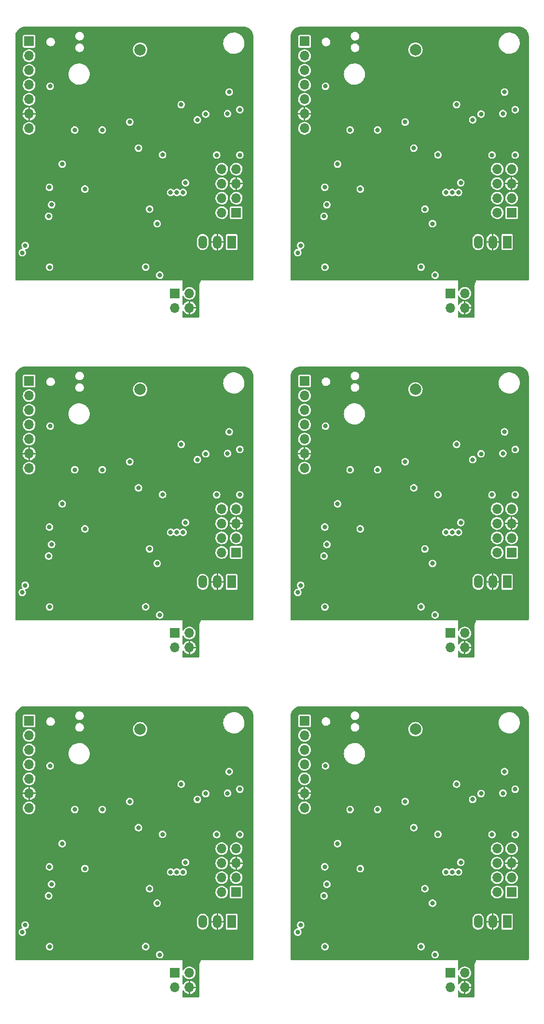
<source format=gbr>
%TF.GenerationSoftware,KiCad,Pcbnew,(6.0.6-0)*%
%TF.CreationDate,2022-06-29T17:43:41+02:00*%
%TF.ProjectId,panel,70616e65-6c2e-46b6-9963-61645f706362,rev?*%
%TF.SameCoordinates,Original*%
%TF.FileFunction,Copper,L3,Inr*%
%TF.FilePolarity,Positive*%
%FSLAX46Y46*%
G04 Gerber Fmt 4.6, Leading zero omitted, Abs format (unit mm)*
G04 Created by KiCad (PCBNEW (6.0.6-0)) date 2022-06-29 17:43:41*
%MOMM*%
%LPD*%
G01*
G04 APERTURE LIST*
%TA.AperFunction,ComponentPad*%
%ADD10R,1.700000X1.700000*%
%TD*%
%TA.AperFunction,ComponentPad*%
%ADD11O,1.700000X1.700000*%
%TD*%
%TA.AperFunction,ComponentPad*%
%ADD12R,1.500000X2.300000*%
%TD*%
%TA.AperFunction,ComponentPad*%
%ADD13O,1.500000X2.300000*%
%TD*%
%TA.AperFunction,ComponentPad*%
%ADD14C,2.000000*%
%TD*%
%TA.AperFunction,ViaPad*%
%ADD15C,0.800000*%
%TD*%
G04 APERTURE END LIST*
D10*
%TO.N,Board_5-unconnected-(J2-Pad1)*%
%TO.C,J2*%
X109315000Y-173827000D03*
D11*
%TO.N,Board_5-+15V*%
X106775000Y-173827000D03*
%TO.N,Board_5-unconnected-(J2-Pad3)*%
X109315000Y-171287000D03*
%TO.N,Board_5-unconnected-(J2-Pad4)*%
X106775000Y-171287000D03*
%TO.N,Board_5-GND*%
X109315000Y-168747000D03*
%TO.N,Board_5-+5V*%
X106775000Y-168747000D03*
%TO.N,Board_5-SDA*%
X109315000Y-166207000D03*
%TO.N,Board_5-SCL*%
X106775000Y-166207000D03*
%TD*%
D10*
%TO.N,Board_3-unconnected-(J2-Pad1)*%
%TO.C,J2*%
X109315000Y-114327000D03*
D11*
%TO.N,Board_3-+15V*%
X106775000Y-114327000D03*
%TO.N,Board_3-unconnected-(J2-Pad3)*%
X109315000Y-111787000D03*
%TO.N,Board_3-unconnected-(J2-Pad4)*%
X106775000Y-111787000D03*
%TO.N,Board_3-GND*%
X109315000Y-109247000D03*
%TO.N,Board_3-+5V*%
X106775000Y-109247000D03*
%TO.N,Board_3-SDA*%
X109315000Y-106707000D03*
%TO.N,Board_3-SCL*%
X106775000Y-106707000D03*
%TD*%
D10*
%TO.N,Board_1-unconnected-(J2-Pad1)*%
%TO.C,J2*%
X109315000Y-54827000D03*
D11*
%TO.N,Board_1-+15V*%
X106775000Y-54827000D03*
%TO.N,Board_1-unconnected-(J2-Pad3)*%
X109315000Y-52287000D03*
%TO.N,Board_1-unconnected-(J2-Pad4)*%
X106775000Y-52287000D03*
%TO.N,Board_1-GND*%
X109315000Y-49747000D03*
%TO.N,Board_1-+5V*%
X106775000Y-49747000D03*
%TO.N,Board_1-SDA*%
X109315000Y-47207000D03*
%TO.N,Board_1-SCL*%
X106775000Y-47207000D03*
%TD*%
D10*
%TO.N,Board_0-unconnected-(J2-Pad1)*%
%TO.C,J2*%
X61015000Y-54827000D03*
D11*
%TO.N,Board_0-+15V*%
X58475000Y-54827000D03*
%TO.N,Board_0-unconnected-(J2-Pad3)*%
X61015000Y-52287000D03*
%TO.N,Board_0-unconnected-(J2-Pad4)*%
X58475000Y-52287000D03*
%TO.N,Board_0-GND*%
X61015000Y-49747000D03*
%TO.N,Board_0-+5V*%
X58475000Y-49747000D03*
%TO.N,Board_0-SDA*%
X61015000Y-47207000D03*
%TO.N,Board_0-SCL*%
X58475000Y-47207000D03*
%TD*%
D10*
%TO.N,Board_2-unconnected-(J2-Pad1)*%
%TO.C,J2*%
X61015000Y-114327000D03*
D11*
%TO.N,Board_2-+15V*%
X58475000Y-114327000D03*
%TO.N,Board_2-unconnected-(J2-Pad3)*%
X61015000Y-111787000D03*
%TO.N,Board_2-unconnected-(J2-Pad4)*%
X58475000Y-111787000D03*
%TO.N,Board_2-GND*%
X61015000Y-109247000D03*
%TO.N,Board_2-+5V*%
X58475000Y-109247000D03*
%TO.N,Board_2-SDA*%
X61015000Y-106707000D03*
%TO.N,Board_2-SCL*%
X58475000Y-106707000D03*
%TD*%
D10*
%TO.N,Board_4-unconnected-(J2-Pad1)*%
%TO.C,J2*%
X61015000Y-173827000D03*
D11*
%TO.N,Board_4-+15V*%
X58475000Y-173827000D03*
%TO.N,Board_4-unconnected-(J2-Pad3)*%
X61015000Y-171287000D03*
%TO.N,Board_4-unconnected-(J2-Pad4)*%
X58475000Y-171287000D03*
%TO.N,Board_4-GND*%
X61015000Y-168747000D03*
%TO.N,Board_4-+5V*%
X58475000Y-168747000D03*
%TO.N,Board_4-SDA*%
X61015000Y-166207000D03*
%TO.N,Board_4-SCL*%
X58475000Y-166207000D03*
%TD*%
D10*
%TO.N,Board_1-SCL_L*%
%TO.C,J5*%
X98560000Y-68960000D03*
D11*
%TO.N,Board_1-+3V3*%
X101100000Y-68960000D03*
%TO.N,Board_1-SDA_L*%
X98560000Y-71500000D03*
%TO.N,Board_1-GND*%
X101100000Y-71500000D03*
%TD*%
D10*
%TO.N,Board_3-SCL_L*%
%TO.C,J5*%
X98560000Y-128460000D03*
D11*
%TO.N,Board_3-+3V3*%
X101100000Y-128460000D03*
%TO.N,Board_3-SDA_L*%
X98560000Y-131000000D03*
%TO.N,Board_3-GND*%
X101100000Y-131000000D03*
%TD*%
D10*
%TO.N,Board_0-SCL_L*%
%TO.C,J5*%
X50260000Y-68960000D03*
D11*
%TO.N,Board_0-+3V3*%
X52800000Y-68960000D03*
%TO.N,Board_0-SDA_L*%
X50260000Y-71500000D03*
%TO.N,Board_0-GND*%
X52800000Y-71500000D03*
%TD*%
D10*
%TO.N,Board_5-SCL_L*%
%TO.C,J5*%
X98560000Y-187960000D03*
D11*
%TO.N,Board_5-+3V3*%
X101100000Y-187960000D03*
%TO.N,Board_5-SDA_L*%
X98560000Y-190500000D03*
%TO.N,Board_5-GND*%
X101100000Y-190500000D03*
%TD*%
D12*
%TO.N,Board_4-+15V*%
%TO.C,R-78E3.3*%
X60227600Y-178983200D03*
D13*
%TO.N,Board_4-GND*%
X57687600Y-178983200D03*
%TO.N,Board_4-+3V3*%
X55147600Y-178983200D03*
%TD*%
D12*
%TO.N,Board_3-+15V*%
%TO.C,R-78E3.3*%
X108527600Y-119483200D03*
D13*
%TO.N,Board_3-GND*%
X105987600Y-119483200D03*
%TO.N,Board_3-+3V3*%
X103447600Y-119483200D03*
%TD*%
D10*
%TO.N,Board_5-D0*%
%TO.C,J1*%
X72993000Y-143829600D03*
D11*
%TO.N,Board_5-D1{slash}TX0*%
X72993000Y-146369600D03*
%TO.N,Board_5-D0{slash}RX0*%
X72993000Y-148909600D03*
%TO.N,Board_5-+3V3*%
X72993000Y-151449600D03*
%TO.N,Board_5-unconnected-(J1-Pad5)*%
X72993000Y-153989600D03*
%TO.N,Board_5-GND*%
X72993000Y-156529600D03*
%TO.N,Board_5-D15*%
X72993000Y-159069600D03*
%TD*%
D12*
%TO.N,Board_1-+15V*%
%TO.C,R-78E3.3*%
X108527600Y-59983200D03*
D13*
%TO.N,Board_1-GND*%
X105987600Y-59983200D03*
%TO.N,Board_1-+3V3*%
X103447600Y-59983200D03*
%TD*%
D12*
%TO.N,Board_2-+15V*%
%TO.C,R-78E3.3*%
X60227600Y-119483200D03*
D13*
%TO.N,Board_2-GND*%
X57687600Y-119483200D03*
%TO.N,Board_2-+3V3*%
X55147600Y-119483200D03*
%TD*%
D14*
%TO.N,Board_5-Net-(H1-Pad1)*%
%TO.C,H1*%
X92450180Y-145283460D03*
%TD*%
D10*
%TO.N,Board_4-SCL_L*%
%TO.C,J5*%
X50260000Y-187960000D03*
D11*
%TO.N,Board_4-+3V3*%
X52800000Y-187960000D03*
%TO.N,Board_4-SDA_L*%
X50260000Y-190500000D03*
%TO.N,Board_4-GND*%
X52800000Y-190500000D03*
%TD*%
D14*
%TO.N,Board_4-Net-(H1-Pad1)*%
%TO.C,H1*%
X44150180Y-145283460D03*
%TD*%
%TO.N,Board_1-Net-(H1-Pad1)*%
%TO.C,H1*%
X92450180Y-26283460D03*
%TD*%
%TO.N,Board_3-Net-(H1-Pad1)*%
%TO.C,H1*%
X92450180Y-85783460D03*
%TD*%
D10*
%TO.N,Board_4-D0*%
%TO.C,J1*%
X24693000Y-143829600D03*
D11*
%TO.N,Board_4-D1{slash}TX0*%
X24693000Y-146369600D03*
%TO.N,Board_4-D0{slash}RX0*%
X24693000Y-148909600D03*
%TO.N,Board_4-+3V3*%
X24693000Y-151449600D03*
%TO.N,Board_4-unconnected-(J1-Pad5)*%
X24693000Y-153989600D03*
%TO.N,Board_4-GND*%
X24693000Y-156529600D03*
%TO.N,Board_4-D15*%
X24693000Y-159069600D03*
%TD*%
D12*
%TO.N,Board_0-+15V*%
%TO.C,R-78E3.3*%
X60227600Y-59983200D03*
D13*
%TO.N,Board_0-GND*%
X57687600Y-59983200D03*
%TO.N,Board_0-+3V3*%
X55147600Y-59983200D03*
%TD*%
D14*
%TO.N,Board_2-Net-(H1-Pad1)*%
%TO.C,H1*%
X44150180Y-85783460D03*
%TD*%
%TO.N,Board_0-Net-(H1-Pad1)*%
%TO.C,H1*%
X44150180Y-26283460D03*
%TD*%
D10*
%TO.N,Board_2-D0*%
%TO.C,J1*%
X24693000Y-84329600D03*
D11*
%TO.N,Board_2-D1{slash}TX0*%
X24693000Y-86869600D03*
%TO.N,Board_2-D0{slash}RX0*%
X24693000Y-89409600D03*
%TO.N,Board_2-+3V3*%
X24693000Y-91949600D03*
%TO.N,Board_2-unconnected-(J1-Pad5)*%
X24693000Y-94489600D03*
%TO.N,Board_2-GND*%
X24693000Y-97029600D03*
%TO.N,Board_2-D15*%
X24693000Y-99569600D03*
%TD*%
D10*
%TO.N,Board_2-SCL_L*%
%TO.C,J5*%
X50260000Y-128460000D03*
D11*
%TO.N,Board_2-+3V3*%
X52800000Y-128460000D03*
%TO.N,Board_2-SDA_L*%
X50260000Y-131000000D03*
%TO.N,Board_2-GND*%
X52800000Y-131000000D03*
%TD*%
D10*
%TO.N,Board_0-D0*%
%TO.C,J1*%
X24693000Y-24829600D03*
D11*
%TO.N,Board_0-D1{slash}TX0*%
X24693000Y-27369600D03*
%TO.N,Board_0-D0{slash}RX0*%
X24693000Y-29909600D03*
%TO.N,Board_0-+3V3*%
X24693000Y-32449600D03*
%TO.N,Board_0-unconnected-(J1-Pad5)*%
X24693000Y-34989600D03*
%TO.N,Board_0-GND*%
X24693000Y-37529600D03*
%TO.N,Board_0-D15*%
X24693000Y-40069600D03*
%TD*%
D10*
%TO.N,Board_3-D0*%
%TO.C,J1*%
X72993000Y-84329600D03*
D11*
%TO.N,Board_3-D1{slash}TX0*%
X72993000Y-86869600D03*
%TO.N,Board_3-D0{slash}RX0*%
X72993000Y-89409600D03*
%TO.N,Board_3-+3V3*%
X72993000Y-91949600D03*
%TO.N,Board_3-unconnected-(J1-Pad5)*%
X72993000Y-94489600D03*
%TO.N,Board_3-GND*%
X72993000Y-97029600D03*
%TO.N,Board_3-D15*%
X72993000Y-99569600D03*
%TD*%
D10*
%TO.N,Board_1-D0*%
%TO.C,J1*%
X72993000Y-24829600D03*
D11*
%TO.N,Board_1-D1{slash}TX0*%
X72993000Y-27369600D03*
%TO.N,Board_1-D0{slash}RX0*%
X72993000Y-29909600D03*
%TO.N,Board_1-+3V3*%
X72993000Y-32449600D03*
%TO.N,Board_1-unconnected-(J1-Pad5)*%
X72993000Y-34989600D03*
%TO.N,Board_1-GND*%
X72993000Y-37529600D03*
%TO.N,Board_1-D15*%
X72993000Y-40069600D03*
%TD*%
D12*
%TO.N,Board_5-+15V*%
%TO.C,R-78E3.3*%
X108527600Y-178983200D03*
D13*
%TO.N,Board_5-GND*%
X105987600Y-178983200D03*
%TO.N,Board_5-+3V3*%
X103447600Y-178983200D03*
%TD*%
D15*
%TO.N,Board_5-SDA_L*%
X102500000Y-157570998D03*
X94117400Y-173217400D03*
%TO.N,Board_5-SCL_L*%
X103965000Y-156571000D03*
X95442600Y-175757400D03*
%TO.N,Board_5-Net-(C2-Pad1)*%
X96400000Y-163700006D03*
X90646008Y-157952000D03*
%TO.N,Board_5-GND*%
X85439000Y-177306800D03*
X85439000Y-175782800D03*
X82416400Y-175782800D03*
X82416400Y-177306800D03*
X83915000Y-177306800D03*
X82416400Y-178830800D03*
X85439000Y-178830800D03*
X83915000Y-178830800D03*
X76422000Y-184622000D03*
X93440000Y-184622000D03*
X83915000Y-175782800D03*
X88995000Y-168747000D03*
X98393000Y-145125000D03*
X98393000Y-143474000D03*
X98393000Y-141950000D03*
X74009000Y-164302000D03*
X97800000Y-160200000D03*
X100000000Y-160200000D03*
X98900000Y-160200000D03*
X99300000Y-175400000D03*
X89700000Y-174600000D03*
X86455000Y-150205000D03*
X94837000Y-150205000D03*
X88233000Y-150205000D03*
X91408000Y-150205000D03*
X89757000Y-150205000D03*
X96488000Y-150205000D03*
X93186000Y-150205000D03*
X98393000Y-148554000D03*
X98393000Y-150205000D03*
X98393000Y-146903000D03*
X86455000Y-145125000D03*
X86455000Y-148554000D03*
X86455000Y-146903000D03*
X88360000Y-148046000D03*
X86455000Y-141950000D03*
X86455000Y-143474000D03*
X96488000Y-148046000D03*
%TO.N,Board_5-D5_SS*%
X76930000Y-172429998D03*
%TO.N,Board_5-D4_IRQ*%
X76549000Y-169382000D03*
%TO.N,Board_5-D23_MOSI*%
X76577400Y-183377400D03*
%TO.N,Board_5-D1{slash}TX0*%
X71799209Y-180837391D03*
%TO.N,Board_5-D19_MISO*%
X82772000Y-169700000D03*
%TO.N,Board_5-D18_SCK*%
X76422000Y-174462000D03*
%TO.N,Board_5-D15*%
X78792600Y-165326600D03*
%TO.N,Board_5-D0{slash}RX0*%
X72307200Y-179592804D03*
%TO.N,Board_5-D0*%
X76675998Y-151703600D03*
%TO.N,Board_5-+5V*%
X105886000Y-163730500D03*
X109950000Y-163730500D03*
%TO.N,Board_5-+3V3*%
X107800000Y-156500000D03*
X108081090Y-152718900D03*
X100400002Y-168600000D03*
X92170000Y-162524000D03*
X80994000Y-159349000D03*
X85820000Y-159349000D03*
X99663000Y-154904000D03*
X95899500Y-184783000D03*
X109950000Y-155793000D03*
X97800000Y-170300000D03*
X100000000Y-170300000D03*
X98900000Y-170300000D03*
X93440000Y-183352000D03*
%TO.N,Board_4-SDA_L*%
X54200000Y-157570998D03*
X45817400Y-173217400D03*
%TO.N,Board_4-SCL_L*%
X55665000Y-156571000D03*
X47142600Y-175757400D03*
%TO.N,Board_4-Net-(C2-Pad1)*%
X48100000Y-163700006D03*
X42346008Y-157952000D03*
%TO.N,Board_4-GND*%
X37139000Y-177306800D03*
X37139000Y-175782800D03*
X34116400Y-175782800D03*
X34116400Y-177306800D03*
X35615000Y-177306800D03*
X34116400Y-178830800D03*
X37139000Y-178830800D03*
X35615000Y-178830800D03*
X28122000Y-184622000D03*
X45140000Y-184622000D03*
X35615000Y-175782800D03*
X40695000Y-168747000D03*
X50093000Y-145125000D03*
X50093000Y-143474000D03*
X50093000Y-141950000D03*
X25709000Y-164302000D03*
X49500000Y-160200000D03*
X51700000Y-160200000D03*
X50600000Y-160200000D03*
X51000000Y-175400000D03*
X41400000Y-174600000D03*
X38155000Y-150205000D03*
X46537000Y-150205000D03*
X39933000Y-150205000D03*
X43108000Y-150205000D03*
X41457000Y-150205000D03*
X48188000Y-150205000D03*
X44886000Y-150205000D03*
X50093000Y-148554000D03*
X50093000Y-150205000D03*
X50093000Y-146903000D03*
X38155000Y-145125000D03*
X38155000Y-148554000D03*
X38155000Y-146903000D03*
X40060000Y-148046000D03*
X38155000Y-141950000D03*
X38155000Y-143474000D03*
X48188000Y-148046000D03*
%TO.N,Board_4-D5_SS*%
X28630000Y-172429998D03*
%TO.N,Board_4-D4_IRQ*%
X28249000Y-169382000D03*
%TO.N,Board_4-D23_MOSI*%
X28277400Y-183377400D03*
%TO.N,Board_4-D1{slash}TX0*%
X23499209Y-180837391D03*
%TO.N,Board_4-D19_MISO*%
X34472000Y-169700000D03*
%TO.N,Board_4-D18_SCK*%
X28122000Y-174462000D03*
%TO.N,Board_4-D15*%
X30492600Y-165326600D03*
%TO.N,Board_4-D0{slash}RX0*%
X24007200Y-179592804D03*
%TO.N,Board_4-D0*%
X28375998Y-151703600D03*
%TO.N,Board_4-+5V*%
X57586000Y-163730500D03*
X61650000Y-163730500D03*
%TO.N,Board_4-+3V3*%
X59500000Y-156500000D03*
X59781090Y-152718900D03*
X52100002Y-168600000D03*
X43870000Y-162524000D03*
X32694000Y-159349000D03*
X37520000Y-159349000D03*
X51363000Y-154904000D03*
X47599500Y-184783000D03*
X61650000Y-155793000D03*
X49500000Y-170300000D03*
X51700000Y-170300000D03*
X50600000Y-170300000D03*
X45140000Y-183352000D03*
%TO.N,Board_3-SDA_L*%
X102500000Y-98070998D03*
X94117400Y-113717400D03*
%TO.N,Board_3-SCL_L*%
X103965000Y-97071000D03*
X95442600Y-116257400D03*
%TO.N,Board_3-Net-(C2-Pad1)*%
X96400000Y-104200006D03*
X90646008Y-98452000D03*
%TO.N,Board_3-GND*%
X85439000Y-117806800D03*
X85439000Y-116282800D03*
X82416400Y-116282800D03*
X82416400Y-117806800D03*
X83915000Y-117806800D03*
X82416400Y-119330800D03*
X85439000Y-119330800D03*
X83915000Y-119330800D03*
X76422000Y-125122000D03*
X93440000Y-125122000D03*
X83915000Y-116282800D03*
X88995000Y-109247000D03*
X98393000Y-85625000D03*
X98393000Y-83974000D03*
X98393000Y-82450000D03*
X74009000Y-104802000D03*
X97800000Y-100700000D03*
X100000000Y-100700000D03*
X98900000Y-100700000D03*
X99300000Y-115900000D03*
X89700000Y-115100000D03*
X86455000Y-90705000D03*
X94837000Y-90705000D03*
X88233000Y-90705000D03*
X91408000Y-90705000D03*
X89757000Y-90705000D03*
X96488000Y-90705000D03*
X93186000Y-90705000D03*
X98393000Y-89054000D03*
X98393000Y-90705000D03*
X98393000Y-87403000D03*
X86455000Y-85625000D03*
X86455000Y-89054000D03*
X86455000Y-87403000D03*
X88360000Y-88546000D03*
X86455000Y-82450000D03*
X86455000Y-83974000D03*
X96488000Y-88546000D03*
%TO.N,Board_3-D5_SS*%
X76930000Y-112929998D03*
%TO.N,Board_3-D4_IRQ*%
X76549000Y-109882000D03*
%TO.N,Board_3-D23_MOSI*%
X76577400Y-123877400D03*
%TO.N,Board_3-D1{slash}TX0*%
X71799209Y-121337391D03*
%TO.N,Board_3-D19_MISO*%
X82772000Y-110200000D03*
%TO.N,Board_3-D18_SCK*%
X76422000Y-114962000D03*
%TO.N,Board_3-D15*%
X78792600Y-105826600D03*
%TO.N,Board_3-D0{slash}RX0*%
X72307200Y-120092804D03*
%TO.N,Board_3-D0*%
X76675998Y-92203600D03*
%TO.N,Board_3-+5V*%
X105886000Y-104230500D03*
X109950000Y-104230500D03*
%TO.N,Board_3-+3V3*%
X107800000Y-97000000D03*
X108081090Y-93218900D03*
X100400002Y-109100000D03*
X92170000Y-103024000D03*
X80994000Y-99849000D03*
X85820000Y-99849000D03*
X99663000Y-95404000D03*
X95899500Y-125283000D03*
X109950000Y-96293000D03*
X97800000Y-110800000D03*
X100000000Y-110800000D03*
X98900000Y-110800000D03*
X93440000Y-123852000D03*
%TO.N,Board_2-SDA_L*%
X54200000Y-98070998D03*
X45817400Y-113717400D03*
%TO.N,Board_2-SCL_L*%
X55665000Y-97071000D03*
X47142600Y-116257400D03*
%TO.N,Board_2-Net-(C2-Pad1)*%
X48100000Y-104200006D03*
X42346008Y-98452000D03*
%TO.N,Board_2-GND*%
X37139000Y-117806800D03*
X37139000Y-116282800D03*
X34116400Y-116282800D03*
X34116400Y-117806800D03*
X35615000Y-117806800D03*
X34116400Y-119330800D03*
X37139000Y-119330800D03*
X35615000Y-119330800D03*
X28122000Y-125122000D03*
X45140000Y-125122000D03*
X35615000Y-116282800D03*
X40695000Y-109247000D03*
X50093000Y-85625000D03*
X50093000Y-83974000D03*
X50093000Y-82450000D03*
X25709000Y-104802000D03*
X49500000Y-100700000D03*
X51700000Y-100700000D03*
X50600000Y-100700000D03*
X51000000Y-115900000D03*
X41400000Y-115100000D03*
X38155000Y-90705000D03*
X46537000Y-90705000D03*
X39933000Y-90705000D03*
X43108000Y-90705000D03*
X41457000Y-90705000D03*
X48188000Y-90705000D03*
X44886000Y-90705000D03*
X50093000Y-89054000D03*
X50093000Y-90705000D03*
X50093000Y-87403000D03*
X38155000Y-85625000D03*
X38155000Y-89054000D03*
X38155000Y-87403000D03*
X40060000Y-88546000D03*
X38155000Y-82450000D03*
X38155000Y-83974000D03*
X48188000Y-88546000D03*
%TO.N,Board_2-D5_SS*%
X28630000Y-112929998D03*
%TO.N,Board_2-D4_IRQ*%
X28249000Y-109882000D03*
%TO.N,Board_2-D23_MOSI*%
X28277400Y-123877400D03*
%TO.N,Board_2-D1{slash}TX0*%
X23499209Y-121337391D03*
%TO.N,Board_2-D19_MISO*%
X34472000Y-110200000D03*
%TO.N,Board_2-D18_SCK*%
X28122000Y-114962000D03*
%TO.N,Board_2-D15*%
X30492600Y-105826600D03*
%TO.N,Board_2-D0{slash}RX0*%
X24007200Y-120092804D03*
%TO.N,Board_2-D0*%
X28375998Y-92203600D03*
%TO.N,Board_2-+5V*%
X57586000Y-104230500D03*
X61650000Y-104230500D03*
%TO.N,Board_2-+3V3*%
X59500000Y-97000000D03*
X59781090Y-93218900D03*
X52100002Y-109100000D03*
X43870000Y-103024000D03*
X32694000Y-99849000D03*
X37520000Y-99849000D03*
X51363000Y-95404000D03*
X47599500Y-125283000D03*
X61650000Y-96293000D03*
X49500000Y-110800000D03*
X51700000Y-110800000D03*
X50600000Y-110800000D03*
X45140000Y-123852000D03*
%TO.N,Board_1-SDA_L*%
X102500000Y-38570998D03*
X94117400Y-54217400D03*
%TO.N,Board_1-SCL_L*%
X103965000Y-37571000D03*
X95442600Y-56757400D03*
%TO.N,Board_1-Net-(C2-Pad1)*%
X96400000Y-44700006D03*
X90646008Y-38952000D03*
%TO.N,Board_1-GND*%
X85439000Y-58306800D03*
X85439000Y-56782800D03*
X82416400Y-56782800D03*
X82416400Y-58306800D03*
X83915000Y-58306800D03*
X82416400Y-59830800D03*
X85439000Y-59830800D03*
X83915000Y-59830800D03*
X76422000Y-65622000D03*
X93440000Y-65622000D03*
X83915000Y-56782800D03*
X88995000Y-49747000D03*
X98393000Y-26125000D03*
X98393000Y-24474000D03*
X98393000Y-22950000D03*
X74009000Y-45302000D03*
X97800000Y-41200000D03*
X100000000Y-41200000D03*
X98900000Y-41200000D03*
X99300000Y-56400000D03*
X89700000Y-55600000D03*
X86455000Y-31205000D03*
X94837000Y-31205000D03*
X88233000Y-31205000D03*
X91408000Y-31205000D03*
X89757000Y-31205000D03*
X96488000Y-31205000D03*
X93186000Y-31205000D03*
X98393000Y-29554000D03*
X98393000Y-31205000D03*
X98393000Y-27903000D03*
X86455000Y-26125000D03*
X86455000Y-29554000D03*
X86455000Y-27903000D03*
X88360000Y-29046000D03*
X86455000Y-22950000D03*
X86455000Y-24474000D03*
X96488000Y-29046000D03*
%TO.N,Board_1-D5_SS*%
X76930000Y-53429998D03*
%TO.N,Board_1-D4_IRQ*%
X76549000Y-50382000D03*
%TO.N,Board_1-D23_MOSI*%
X76577400Y-64377400D03*
%TO.N,Board_1-D1{slash}TX0*%
X71799209Y-61837391D03*
%TO.N,Board_1-D19_MISO*%
X82772000Y-50700000D03*
%TO.N,Board_1-D18_SCK*%
X76422000Y-55462000D03*
%TO.N,Board_1-D15*%
X78792600Y-46326600D03*
%TO.N,Board_1-D0{slash}RX0*%
X72307200Y-60592804D03*
%TO.N,Board_1-D0*%
X76675998Y-32703600D03*
%TO.N,Board_1-+5V*%
X105886000Y-44730500D03*
X109950000Y-44730500D03*
%TO.N,Board_1-+3V3*%
X107800000Y-37500000D03*
X108081090Y-33718900D03*
X100400002Y-49600000D03*
X92170000Y-43524000D03*
X80994000Y-40349000D03*
X85820000Y-40349000D03*
X99663000Y-35904000D03*
X95899500Y-65783000D03*
X109950000Y-36793000D03*
X97800000Y-51300000D03*
X100000000Y-51300000D03*
X98900000Y-51300000D03*
X93440000Y-64352000D03*
%TO.N,Board_0-SDA_L*%
X54200000Y-38570998D03*
X45817400Y-54217400D03*
%TO.N,Board_0-SCL_L*%
X55665000Y-37571000D03*
X47142600Y-56757400D03*
%TO.N,Board_0-Net-(C2-Pad1)*%
X48100000Y-44700006D03*
X42346008Y-38952000D03*
%TO.N,Board_0-GND*%
X37139000Y-58306800D03*
X37139000Y-56782800D03*
X34116400Y-56782800D03*
X34116400Y-58306800D03*
X35615000Y-58306800D03*
X34116400Y-59830800D03*
X37139000Y-59830800D03*
X35615000Y-59830800D03*
X28122000Y-65622000D03*
X45140000Y-65622000D03*
X35615000Y-56782800D03*
X40695000Y-49747000D03*
X50093000Y-26125000D03*
X50093000Y-24474000D03*
X50093000Y-22950000D03*
X25709000Y-45302000D03*
X49500000Y-41200000D03*
X51700000Y-41200000D03*
X50600000Y-41200000D03*
X51000000Y-56400000D03*
X41400000Y-55600000D03*
X38155000Y-31205000D03*
X46537000Y-31205000D03*
X39933000Y-31205000D03*
X43108000Y-31205000D03*
X41457000Y-31205000D03*
X48188000Y-31205000D03*
X44886000Y-31205000D03*
X50093000Y-29554000D03*
X50093000Y-31205000D03*
X50093000Y-27903000D03*
X38155000Y-26125000D03*
X38155000Y-29554000D03*
X38155000Y-27903000D03*
X40060000Y-29046000D03*
X38155000Y-22950000D03*
X38155000Y-24474000D03*
X48188000Y-29046000D03*
%TO.N,Board_0-D5_SS*%
X28630000Y-53429998D03*
%TO.N,Board_0-D4_IRQ*%
X28249000Y-50382000D03*
%TO.N,Board_0-D23_MOSI*%
X28277400Y-64377400D03*
%TO.N,Board_0-D1{slash}TX0*%
X23499209Y-61837391D03*
%TO.N,Board_0-D19_MISO*%
X34472000Y-50700000D03*
%TO.N,Board_0-D18_SCK*%
X28122000Y-55462000D03*
%TO.N,Board_0-D15*%
X30492600Y-46326600D03*
%TO.N,Board_0-D0{slash}RX0*%
X24007200Y-60592804D03*
%TO.N,Board_0-D0*%
X28375998Y-32703600D03*
%TO.N,Board_0-+5V*%
X57586000Y-44730500D03*
X61650000Y-44730500D03*
%TO.N,Board_0-+3V3*%
X59500000Y-37500000D03*
X59781090Y-33718900D03*
X52100002Y-49600000D03*
X43870000Y-43524000D03*
X32694000Y-40349000D03*
X37520000Y-40349000D03*
X51363000Y-35904000D03*
X47599500Y-65783000D03*
X61650000Y-36793000D03*
X49500000Y-51300000D03*
X51700000Y-51300000D03*
X50600000Y-51300000D03*
X45140000Y-64352000D03*
%TD*%
%TA.AperFunction,Conductor*%
%TO.N,Board_0-GND*%
G36*
X62284701Y-22255933D02*
G01*
X62300000Y-22258976D01*
X62309718Y-22257043D01*
X62319626Y-22257043D01*
X62319626Y-22257051D01*
X62331913Y-22256283D01*
X62541308Y-22271259D01*
X62555515Y-22273302D01*
X62784876Y-22323196D01*
X62798648Y-22327240D01*
X63018574Y-22409268D01*
X63031627Y-22415229D01*
X63237655Y-22527729D01*
X63249717Y-22535482D01*
X63437623Y-22676146D01*
X63448471Y-22685545D01*
X63614455Y-22851529D01*
X63623854Y-22862377D01*
X63764516Y-23050279D01*
X63772271Y-23062345D01*
X63872340Y-23245606D01*
X63884770Y-23268370D01*
X63890732Y-23281426D01*
X63972760Y-23501352D01*
X63976804Y-23515124D01*
X64026698Y-23744485D01*
X64028741Y-23758692D01*
X64043717Y-23968087D01*
X64042949Y-23980374D01*
X64042957Y-23980374D01*
X64042957Y-23990282D01*
X64041024Y-24000000D01*
X64042957Y-24009718D01*
X64044067Y-24015299D01*
X64046000Y-24034924D01*
X64046000Y-66465075D01*
X64044067Y-66484701D01*
X64041024Y-66499999D01*
X64042957Y-66509718D01*
X64042957Y-66511291D01*
X64041718Y-66527029D01*
X64036451Y-66560283D01*
X64026725Y-66590216D01*
X64006252Y-66630397D01*
X63987752Y-66655861D01*
X63973078Y-66670535D01*
X63917680Y-66698761D01*
X63901943Y-66700000D01*
X54800000Y-66700000D01*
X54800000Y-66887540D01*
X54780787Y-66946671D01*
X54770532Y-66958678D01*
X54768086Y-66961124D01*
X54764262Y-66964262D01*
X54670039Y-67079073D01*
X54600025Y-67210061D01*
X54556910Y-67352190D01*
X54556426Y-67357106D01*
X54556425Y-67357110D01*
X54544139Y-67481862D01*
X54542958Y-67489823D01*
X54542958Y-67490278D01*
X54541024Y-67499999D01*
X54542957Y-67509717D01*
X54542957Y-67509719D01*
X54544067Y-67515298D01*
X54546000Y-67534923D01*
X54546000Y-72965075D01*
X54544067Y-72984701D01*
X54541024Y-72999999D01*
X54542957Y-73009718D01*
X54542957Y-73011291D01*
X54541718Y-73027029D01*
X54536451Y-73060283D01*
X54526725Y-73090216D01*
X54506252Y-73130397D01*
X54487752Y-73155861D01*
X54455861Y-73187752D01*
X54430397Y-73206252D01*
X54390216Y-73226725D01*
X54360283Y-73236451D01*
X54327029Y-73241718D01*
X54311291Y-73242957D01*
X54309718Y-73242957D01*
X54299999Y-73241024D01*
X54290281Y-73242957D01*
X54284701Y-73244067D01*
X54265075Y-73246000D01*
X51700600Y-73246000D01*
X51641469Y-73226787D01*
X51604924Y-73176487D01*
X51600000Y-73145400D01*
X51600000Y-72114028D01*
X51619213Y-72054897D01*
X51669513Y-72018352D01*
X51731687Y-72018352D01*
X51781987Y-72054897D01*
X51791959Y-72071911D01*
X51793700Y-72075687D01*
X51798289Y-72083635D01*
X51915456Y-72249424D01*
X51921428Y-72256416D01*
X52066846Y-72398077D01*
X52073982Y-72403855D01*
X52242782Y-72516644D01*
X52250857Y-72521027D01*
X52437379Y-72601164D01*
X52446118Y-72604003D01*
X52644123Y-72648807D01*
X52653233Y-72650006D01*
X52657079Y-72650157D01*
X52670124Y-72646478D01*
X52672779Y-72643110D01*
X52673000Y-72641873D01*
X52673000Y-72632611D01*
X52927000Y-72632611D01*
X52931188Y-72645501D01*
X52932378Y-72646365D01*
X52938453Y-72646883D01*
X53066176Y-72628364D01*
X53075103Y-72626221D01*
X53267349Y-72560963D01*
X53275733Y-72557230D01*
X53452865Y-72458031D01*
X53460433Y-72452830D01*
X53616518Y-72323015D01*
X53623015Y-72316518D01*
X53752830Y-72160433D01*
X53758031Y-72152865D01*
X53857230Y-71975733D01*
X53860963Y-71967349D01*
X53926221Y-71775103D01*
X53928364Y-71766176D01*
X53946258Y-71642768D01*
X53943963Y-71629411D01*
X53942909Y-71628385D01*
X53936969Y-71627000D01*
X52942933Y-71627000D01*
X52930043Y-71631188D01*
X52927000Y-71635377D01*
X52927000Y-72632611D01*
X52673000Y-72632611D01*
X52673000Y-71357067D01*
X52927000Y-71357067D01*
X52931188Y-71369957D01*
X52935377Y-71373000D01*
X53932144Y-71373000D01*
X53945034Y-71368812D01*
X53946729Y-71366479D01*
X53947140Y-71362801D01*
X53940749Y-71293241D01*
X53939076Y-71284219D01*
X53883968Y-71088821D01*
X53880677Y-71080247D01*
X53790886Y-70898168D01*
X53786091Y-70890343D01*
X53664618Y-70727672D01*
X53658473Y-70720847D01*
X53509397Y-70583043D01*
X53502108Y-70577449D01*
X53330415Y-70469120D01*
X53322228Y-70464948D01*
X53133668Y-70389720D01*
X53124867Y-70387113D01*
X52942628Y-70350863D01*
X52929168Y-70352456D01*
X52929134Y-70352487D01*
X52927000Y-70360665D01*
X52927000Y-71357067D01*
X52673000Y-71357067D01*
X52673000Y-70365948D01*
X52668812Y-70353058D01*
X52668197Y-70352611D01*
X52660937Y-70352088D01*
X52504380Y-70378989D01*
X52495508Y-70381366D01*
X52305047Y-70451631D01*
X52296748Y-70455590D01*
X52122282Y-70559386D01*
X52114850Y-70564786D01*
X51962216Y-70698642D01*
X51955895Y-70705303D01*
X51830208Y-70864737D01*
X51825208Y-70872436D01*
X51789630Y-70940058D01*
X51745094Y-70983443D01*
X51683563Y-70992364D01*
X51628540Y-70963415D01*
X51601041Y-70907652D01*
X51600000Y-70893217D01*
X51600000Y-69453875D01*
X51619213Y-69394744D01*
X51669513Y-69358199D01*
X51731687Y-69358199D01*
X51781987Y-69394744D01*
X51791958Y-69411757D01*
X51839377Y-69514616D01*
X51956533Y-69680389D01*
X52101938Y-69822035D01*
X52105774Y-69824598D01*
X52105775Y-69824599D01*
X52175517Y-69871199D01*
X52270720Y-69934812D01*
X52274956Y-69936632D01*
X52274958Y-69936633D01*
X52407283Y-69993484D01*
X52457228Y-70014942D01*
X52555161Y-70037102D01*
X52650716Y-70058724D01*
X52650719Y-70058724D01*
X52655216Y-70059742D01*
X52756635Y-70063727D01*
X52853444Y-70067531D01*
X52853445Y-70067531D01*
X52858053Y-70067712D01*
X52862610Y-70067051D01*
X52862615Y-70067051D01*
X52958499Y-70053148D01*
X53058945Y-70038584D01*
X53251165Y-69973334D01*
X53428276Y-69874147D01*
X53475265Y-69835067D01*
X53580798Y-69747295D01*
X53584345Y-69744345D01*
X53595737Y-69730648D01*
X53711199Y-69591821D01*
X53711201Y-69591818D01*
X53714147Y-69588276D01*
X53813334Y-69411165D01*
X53878584Y-69218945D01*
X53907712Y-69018053D01*
X53909232Y-68960000D01*
X53890658Y-68757859D01*
X53835557Y-68562487D01*
X53745776Y-68380428D01*
X53624320Y-68217779D01*
X53475258Y-68079987D01*
X53471362Y-68077529D01*
X53471357Y-68077525D01*
X53365443Y-68010699D01*
X53303581Y-67971667D01*
X53115039Y-67896446D01*
X52915946Y-67856844D01*
X52813351Y-67855501D01*
X52717585Y-67854247D01*
X52717581Y-67854247D01*
X52712971Y-67854187D01*
X52512910Y-67888564D01*
X52508588Y-67890158D01*
X52508586Y-67890159D01*
X52326791Y-67957227D01*
X52326788Y-67957228D01*
X52322463Y-67958824D01*
X52148010Y-68062612D01*
X52144544Y-68065651D01*
X52144542Y-68065653D01*
X51998859Y-68193414D01*
X51998856Y-68193417D01*
X51995392Y-68196455D01*
X51869720Y-68355869D01*
X51867574Y-68359948D01*
X51789630Y-68508094D01*
X51745094Y-68551479D01*
X51683563Y-68560400D01*
X51628540Y-68531451D01*
X51601041Y-68475688D01*
X51600000Y-68461253D01*
X51600000Y-66700000D01*
X22354600Y-66700000D01*
X22295469Y-66680787D01*
X22258924Y-66630487D01*
X22254000Y-66599400D01*
X22254000Y-65776096D01*
X46940229Y-65776096D01*
X46940894Y-65782120D01*
X46940894Y-65782124D01*
X46942876Y-65800071D01*
X46957613Y-65933553D01*
X47012053Y-66082319D01*
X47015439Y-66087358D01*
X47027662Y-66105547D01*
X47100408Y-66213805D01*
X47217576Y-66320419D01*
X47222903Y-66323311D01*
X47222904Y-66323312D01*
X47244204Y-66334877D01*
X47356793Y-66396008D01*
X47362663Y-66397548D01*
X47504155Y-66434668D01*
X47504156Y-66434668D01*
X47510022Y-66436207D01*
X47582216Y-66437341D01*
X47662352Y-66438600D01*
X47662354Y-66438600D01*
X47668416Y-66438695D01*
X47674327Y-66437341D01*
X47674329Y-66437341D01*
X47816922Y-66404683D01*
X47816925Y-66404682D01*
X47822832Y-66403329D01*
X47964355Y-66332151D01*
X48031306Y-66274970D01*
X48080205Y-66233206D01*
X48080207Y-66233204D01*
X48084814Y-66229269D01*
X48116054Y-66185794D01*
X48173718Y-66105547D01*
X48173720Y-66105544D01*
X48177255Y-66100624D01*
X48236342Y-65953641D01*
X48258662Y-65796807D01*
X48258807Y-65783000D01*
X48239776Y-65625733D01*
X48183780Y-65477546D01*
X48094053Y-65346992D01*
X47975775Y-65241611D01*
X47835774Y-65167484D01*
X47682133Y-65128892D01*
X47676076Y-65128860D01*
X47676074Y-65128860D01*
X47598950Y-65128456D01*
X47523721Y-65128062D01*
X47517824Y-65129478D01*
X47517822Y-65129478D01*
X47375582Y-65163627D01*
X47369684Y-65165043D01*
X47364298Y-65167823D01*
X47364295Y-65167824D01*
X47234302Y-65234919D01*
X47228914Y-65237700D01*
X47109539Y-65341838D01*
X47018450Y-65471444D01*
X46960906Y-65619037D01*
X46940229Y-65776096D01*
X22254000Y-65776096D01*
X22254000Y-64370496D01*
X27618129Y-64370496D01*
X27618794Y-64376520D01*
X27618794Y-64376524D01*
X27620776Y-64394471D01*
X27635513Y-64527953D01*
X27637597Y-64533647D01*
X27687357Y-64669624D01*
X27689953Y-64676719D01*
X27693339Y-64681758D01*
X27763984Y-64786888D01*
X27778308Y-64808205D01*
X27895476Y-64914819D01*
X27900803Y-64917711D01*
X27900804Y-64917712D01*
X27922104Y-64929277D01*
X28034693Y-64990408D01*
X28040563Y-64991948D01*
X28182055Y-65029068D01*
X28182056Y-65029068D01*
X28187922Y-65030607D01*
X28260116Y-65031741D01*
X28340252Y-65033000D01*
X28340254Y-65033000D01*
X28346316Y-65033095D01*
X28352227Y-65031741D01*
X28352229Y-65031741D01*
X28494822Y-64999083D01*
X28494825Y-64999082D01*
X28500732Y-64997729D01*
X28642255Y-64926551D01*
X28709206Y-64869370D01*
X28758105Y-64827606D01*
X28758107Y-64827604D01*
X28762714Y-64823669D01*
X28795697Y-64777768D01*
X28851618Y-64699947D01*
X28851620Y-64699944D01*
X28855155Y-64695024D01*
X28867628Y-64663998D01*
X28911980Y-64553667D01*
X28914242Y-64548041D01*
X28936562Y-64391207D01*
X28936707Y-64377400D01*
X28934033Y-64355298D01*
X28932798Y-64345096D01*
X44480729Y-64345096D01*
X44481394Y-64351120D01*
X44481394Y-64351124D01*
X44485456Y-64387910D01*
X44498113Y-64502553D01*
X44552553Y-64651319D01*
X44555939Y-64656358D01*
X44581922Y-64695024D01*
X44640908Y-64782805D01*
X44758076Y-64889419D01*
X44763403Y-64892311D01*
X44763404Y-64892312D01*
X44784704Y-64903877D01*
X44897293Y-64965008D01*
X44903163Y-64966548D01*
X45044655Y-65003668D01*
X45044656Y-65003668D01*
X45050522Y-65005207D01*
X45122716Y-65006341D01*
X45202852Y-65007600D01*
X45202854Y-65007600D01*
X45208916Y-65007695D01*
X45214827Y-65006341D01*
X45214829Y-65006341D01*
X45357422Y-64973683D01*
X45357425Y-64973682D01*
X45363332Y-64972329D01*
X45504855Y-64901151D01*
X45608900Y-64812288D01*
X45620705Y-64802206D01*
X45620707Y-64802204D01*
X45625314Y-64798269D01*
X45695966Y-64699947D01*
X45714218Y-64674547D01*
X45714220Y-64674544D01*
X45717755Y-64669624D01*
X45776842Y-64522641D01*
X45799162Y-64365807D01*
X45799307Y-64352000D01*
X45784079Y-64226155D01*
X45781005Y-64200755D01*
X45781004Y-64200753D01*
X45780276Y-64194733D01*
X45731988Y-64066943D01*
X45726425Y-64052222D01*
X45726424Y-64052221D01*
X45724280Y-64046546D01*
X45634553Y-63915992D01*
X45516275Y-63810611D01*
X45419636Y-63759443D01*
X45381636Y-63739323D01*
X45376274Y-63736484D01*
X45222633Y-63697892D01*
X45216576Y-63697860D01*
X45216574Y-63697860D01*
X45139450Y-63697456D01*
X45064221Y-63697062D01*
X45058324Y-63698478D01*
X45058322Y-63698478D01*
X44958422Y-63722462D01*
X44910184Y-63734043D01*
X44904798Y-63736823D01*
X44904795Y-63736824D01*
X44774802Y-63803919D01*
X44769414Y-63806700D01*
X44650039Y-63910838D01*
X44646553Y-63915798D01*
X44631401Y-63937357D01*
X44558950Y-64040444D01*
X44501406Y-64188037D01*
X44480729Y-64345096D01*
X28932798Y-64345096D01*
X28918405Y-64226155D01*
X28918404Y-64226153D01*
X28917676Y-64220133D01*
X28861680Y-64071946D01*
X28771953Y-63941392D01*
X28653675Y-63836011D01*
X28613324Y-63814646D01*
X28519036Y-63764723D01*
X28513674Y-63761884D01*
X28360033Y-63723292D01*
X28353976Y-63723260D01*
X28353974Y-63723260D01*
X28276850Y-63722856D01*
X28201621Y-63722462D01*
X28195724Y-63723878D01*
X28195722Y-63723878D01*
X28053482Y-63758027D01*
X28047584Y-63759443D01*
X28042198Y-63762223D01*
X28042195Y-63762224D01*
X27948448Y-63810611D01*
X27906814Y-63832100D01*
X27847127Y-63884169D01*
X27804916Y-63920992D01*
X27787439Y-63936238D01*
X27696350Y-64065844D01*
X27638806Y-64213437D01*
X27618129Y-64370496D01*
X22254000Y-64370496D01*
X22254000Y-61830487D01*
X22839938Y-61830487D01*
X22840603Y-61836511D01*
X22840603Y-61836515D01*
X22842585Y-61854462D01*
X22857322Y-61987944D01*
X22911762Y-62136710D01*
X22915148Y-62141749D01*
X22927371Y-62159938D01*
X23000117Y-62268196D01*
X23117285Y-62374810D01*
X23122612Y-62377702D01*
X23122613Y-62377703D01*
X23143913Y-62389268D01*
X23256502Y-62450399D01*
X23262372Y-62451939D01*
X23403864Y-62489059D01*
X23403865Y-62489059D01*
X23409731Y-62490598D01*
X23481925Y-62491732D01*
X23562061Y-62492991D01*
X23562063Y-62492991D01*
X23568125Y-62493086D01*
X23574036Y-62491732D01*
X23574038Y-62491732D01*
X23716631Y-62459074D01*
X23716634Y-62459073D01*
X23722541Y-62457720D01*
X23864064Y-62386542D01*
X23931015Y-62329361D01*
X23979914Y-62287597D01*
X23979916Y-62287595D01*
X23984523Y-62283660D01*
X24015763Y-62240185D01*
X24073427Y-62159938D01*
X24073429Y-62159935D01*
X24076964Y-62155015D01*
X24136051Y-62008032D01*
X24158371Y-61851198D01*
X24158516Y-61837391D01*
X24139485Y-61680124D01*
X24083489Y-61531937D01*
X24013376Y-61429921D01*
X23996621Y-61405542D01*
X23978962Y-61345928D01*
X23999717Y-61287320D01*
X24050957Y-61252105D01*
X24069012Y-61248513D01*
X24070052Y-61248404D01*
X24076116Y-61248499D01*
X24110007Y-61240737D01*
X24224622Y-61214487D01*
X24224625Y-61214486D01*
X24230532Y-61213133D01*
X24372055Y-61141955D01*
X24452266Y-61073448D01*
X24487905Y-61043010D01*
X24487907Y-61043008D01*
X24492514Y-61039073D01*
X24539594Y-60973554D01*
X24581418Y-60915351D01*
X24581420Y-60915348D01*
X24584955Y-60910428D01*
X24644042Y-60763445D01*
X24666362Y-60606611D01*
X24666507Y-60592804D01*
X24665463Y-60584171D01*
X24648205Y-60441559D01*
X24648204Y-60441557D01*
X24647476Y-60435537D01*
X24646970Y-60434197D01*
X54143100Y-60434197D01*
X54158542Y-60586224D01*
X54219567Y-60780955D01*
X54222033Y-60785404D01*
X54222034Y-60785406D01*
X54278030Y-60886424D01*
X54318502Y-60959438D01*
X54451305Y-61114382D01*
X54455335Y-61117508D01*
X54591054Y-61222782D01*
X54612551Y-61239457D01*
X54795654Y-61329555D01*
X54993133Y-61380994D01*
X54998218Y-61381261D01*
X54998221Y-61381261D01*
X55102669Y-61386735D01*
X55196923Y-61391675D01*
X55398697Y-61361159D01*
X55403482Y-61359399D01*
X55403484Y-61359398D01*
X55585432Y-61292454D01*
X55585434Y-61292453D01*
X55590215Y-61290694D01*
X55594543Y-61288010D01*
X55594546Y-61288009D01*
X55759318Y-61185846D01*
X55759321Y-61185844D01*
X55763651Y-61183159D01*
X55911923Y-61042946D01*
X56017530Y-60892123D01*
X56026053Y-60879951D01*
X56026054Y-60879950D01*
X56028972Y-60875782D01*
X56110018Y-60688497D01*
X56151749Y-60488740D01*
X56152100Y-60482042D01*
X56152100Y-60432795D01*
X56632800Y-60432795D01*
X56633040Y-60437700D01*
X56647402Y-60584171D01*
X56649305Y-60593785D01*
X56706246Y-60782383D01*
X56709981Y-60791444D01*
X56802476Y-60965403D01*
X56807892Y-60973554D01*
X56932412Y-61126230D01*
X56939313Y-61133180D01*
X57091121Y-61258767D01*
X57099233Y-61264238D01*
X57272542Y-61357945D01*
X57281573Y-61361742D01*
X57469780Y-61420002D01*
X57479367Y-61421970D01*
X57544753Y-61428842D01*
X57558012Y-61426024D01*
X57559705Y-61424144D01*
X57560600Y-61419934D01*
X57560600Y-61414914D01*
X57814600Y-61414914D01*
X57818788Y-61427804D01*
X57821141Y-61429513D01*
X57824777Y-61429921D01*
X57881307Y-61424776D01*
X57890926Y-61422941D01*
X58079928Y-61367315D01*
X58089005Y-61363648D01*
X58263599Y-61272372D01*
X58271805Y-61267002D01*
X58425339Y-61143557D01*
X58432338Y-61136704D01*
X58558978Y-60985780D01*
X58564513Y-60977695D01*
X58659425Y-60805051D01*
X58663281Y-60796056D01*
X58722855Y-60608256D01*
X58724892Y-60598675D01*
X58742087Y-60445375D01*
X58742400Y-60439776D01*
X58742400Y-60126133D01*
X58738212Y-60113243D01*
X58734023Y-60110200D01*
X57830533Y-60110200D01*
X57817643Y-60114388D01*
X57814600Y-60118577D01*
X57814600Y-61414914D01*
X57560600Y-61414914D01*
X57560600Y-60126133D01*
X57556412Y-60113243D01*
X57552223Y-60110200D01*
X56648733Y-60110200D01*
X56635843Y-60114388D01*
X56632800Y-60118577D01*
X56632800Y-60432795D01*
X56152100Y-60432795D01*
X56152100Y-59840267D01*
X56632800Y-59840267D01*
X56636988Y-59853157D01*
X56641177Y-59856200D01*
X57544667Y-59856200D01*
X57557557Y-59852012D01*
X57560600Y-59847823D01*
X57560600Y-59840267D01*
X57814600Y-59840267D01*
X57818788Y-59853157D01*
X57822977Y-59856200D01*
X58726467Y-59856200D01*
X58739357Y-59852012D01*
X58742400Y-59847823D01*
X58742400Y-59533605D01*
X58742160Y-59528700D01*
X58727798Y-59382229D01*
X58725895Y-59372615D01*
X58668954Y-59184017D01*
X58665219Y-59174956D01*
X58572724Y-59000997D01*
X58567308Y-58992846D01*
X58442788Y-58840170D01*
X58435887Y-58833220D01*
X58405562Y-58808133D01*
X59223100Y-58808133D01*
X59223101Y-61158266D01*
X59226351Y-61174606D01*
X59235753Y-61221875D01*
X59237866Y-61232501D01*
X59243369Y-61240736D01*
X59243369Y-61240737D01*
X59280347Y-61296078D01*
X59294116Y-61316684D01*
X59378299Y-61372934D01*
X59418820Y-61380994D01*
X59447681Y-61386735D01*
X59447682Y-61386735D01*
X59452533Y-61387700D01*
X59457480Y-61387700D01*
X60228305Y-61387699D01*
X61002666Y-61387699D01*
X61042833Y-61379710D01*
X61067184Y-61374867D01*
X61067186Y-61374866D01*
X61076901Y-61372934D01*
X61085311Y-61367315D01*
X61152847Y-61322188D01*
X61161084Y-61316684D01*
X61217334Y-61232501D01*
X61232100Y-61158267D01*
X61232099Y-58808134D01*
X61217334Y-58733899D01*
X61211830Y-58725661D01*
X61166588Y-58657953D01*
X61161084Y-58649716D01*
X61076901Y-58593466D01*
X61028361Y-58583811D01*
X61007519Y-58579665D01*
X61007518Y-58579665D01*
X61002667Y-58578700D01*
X60997720Y-58578700D01*
X60226895Y-58578701D01*
X59452534Y-58578701D01*
X59420165Y-58585139D01*
X59388016Y-58591533D01*
X59388014Y-58591534D01*
X59378299Y-58593466D01*
X59370064Y-58598969D01*
X59370063Y-58598969D01*
X59310011Y-58639095D01*
X59294116Y-58649716D01*
X59237866Y-58733899D01*
X59223100Y-58808133D01*
X58405562Y-58808133D01*
X58284079Y-58707633D01*
X58275967Y-58702162D01*
X58102658Y-58608455D01*
X58093627Y-58604658D01*
X57905420Y-58546398D01*
X57895833Y-58544430D01*
X57830447Y-58537558D01*
X57817188Y-58540376D01*
X57815495Y-58542256D01*
X57814600Y-58546466D01*
X57814600Y-59840267D01*
X57560600Y-59840267D01*
X57560600Y-58551486D01*
X57556412Y-58538596D01*
X57554059Y-58536887D01*
X57550423Y-58536479D01*
X57493893Y-58541624D01*
X57484274Y-58543459D01*
X57295272Y-58599085D01*
X57286195Y-58602752D01*
X57111601Y-58694028D01*
X57103395Y-58699398D01*
X56949861Y-58822843D01*
X56942862Y-58829696D01*
X56816222Y-58980620D01*
X56810687Y-58988705D01*
X56715775Y-59161349D01*
X56711919Y-59170344D01*
X56652345Y-59358144D01*
X56650308Y-59367725D01*
X56633113Y-59521025D01*
X56632800Y-59526624D01*
X56632800Y-59840267D01*
X56152100Y-59840267D01*
X56152100Y-59532203D01*
X56136658Y-59380176D01*
X56075633Y-59185445D01*
X56067263Y-59170344D01*
X55979169Y-59011420D01*
X55976698Y-59006962D01*
X55843895Y-58852018D01*
X55751764Y-58780554D01*
X55686678Y-58730068D01*
X55686677Y-58730067D01*
X55682649Y-58726943D01*
X55499546Y-58636845D01*
X55302067Y-58585406D01*
X55296982Y-58585139D01*
X55296979Y-58585139D01*
X55181814Y-58579103D01*
X55098277Y-58574725D01*
X54896503Y-58605241D01*
X54891718Y-58607001D01*
X54891716Y-58607002D01*
X54709768Y-58673946D01*
X54709766Y-58673947D01*
X54704985Y-58675706D01*
X54700657Y-58678390D01*
X54700654Y-58678391D01*
X54535882Y-58780554D01*
X54535879Y-58780556D01*
X54531549Y-58783241D01*
X54383277Y-58923454D01*
X54266228Y-59090618D01*
X54185182Y-59277903D01*
X54143451Y-59477660D01*
X54143100Y-59484358D01*
X54143100Y-60434197D01*
X24646970Y-60434197D01*
X24591480Y-60287350D01*
X24501753Y-60156796D01*
X24383475Y-60051415D01*
X24243474Y-59977288D01*
X24089833Y-59938696D01*
X24083776Y-59938664D01*
X24083774Y-59938664D01*
X24006650Y-59938260D01*
X23931421Y-59937866D01*
X23925524Y-59939282D01*
X23925522Y-59939282D01*
X23783282Y-59973431D01*
X23777384Y-59974847D01*
X23771998Y-59977627D01*
X23771995Y-59977628D01*
X23642002Y-60044723D01*
X23636614Y-60047504D01*
X23517239Y-60151642D01*
X23426150Y-60281248D01*
X23368606Y-60428841D01*
X23347929Y-60585900D01*
X23348594Y-60591924D01*
X23348594Y-60591928D01*
X23350397Y-60608256D01*
X23365313Y-60743357D01*
X23367397Y-60749051D01*
X23415299Y-60879951D01*
X23419753Y-60892123D01*
X23423139Y-60897162D01*
X23508108Y-61023609D01*
X23506277Y-61024839D01*
X23526711Y-61073448D01*
X23512514Y-61133980D01*
X23465449Y-61174606D01*
X23435384Y-61180587D01*
X23435523Y-61181787D01*
X23429493Y-61182485D01*
X23423430Y-61182453D01*
X23417533Y-61183869D01*
X23417531Y-61183869D01*
X23289999Y-61214487D01*
X23269393Y-61219434D01*
X23264007Y-61222214D01*
X23264004Y-61222215D01*
X23137867Y-61287320D01*
X23128623Y-61292091D01*
X23084206Y-61330839D01*
X23015342Y-61390913D01*
X23009248Y-61396229D01*
X23005762Y-61401189D01*
X22985569Y-61429921D01*
X22918159Y-61525835D01*
X22860615Y-61673428D01*
X22839938Y-61830487D01*
X22254000Y-61830487D01*
X22254000Y-56750496D01*
X46483329Y-56750496D01*
X46483994Y-56756520D01*
X46483994Y-56756524D01*
X46485976Y-56774471D01*
X46500713Y-56907953D01*
X46555153Y-57056719D01*
X46558539Y-57061758D01*
X46570762Y-57079947D01*
X46643508Y-57188205D01*
X46760676Y-57294819D01*
X46766003Y-57297711D01*
X46766004Y-57297712D01*
X46787304Y-57309277D01*
X46899893Y-57370408D01*
X46905763Y-57371948D01*
X47047255Y-57409068D01*
X47047256Y-57409068D01*
X47053122Y-57410607D01*
X47125316Y-57411741D01*
X47205452Y-57413000D01*
X47205454Y-57413000D01*
X47211516Y-57413095D01*
X47217427Y-57411741D01*
X47217429Y-57411741D01*
X47360022Y-57379083D01*
X47360025Y-57379082D01*
X47365932Y-57377729D01*
X47507455Y-57306551D01*
X47574406Y-57249370D01*
X47623305Y-57207606D01*
X47623307Y-57207604D01*
X47627914Y-57203669D01*
X47659154Y-57160194D01*
X47716818Y-57079947D01*
X47716820Y-57079944D01*
X47720355Y-57075024D01*
X47779442Y-56928041D01*
X47801762Y-56771207D01*
X47801907Y-56757400D01*
X47782876Y-56600133D01*
X47726880Y-56451946D01*
X47637153Y-56321392D01*
X47518875Y-56216011D01*
X47378874Y-56141884D01*
X47225233Y-56103292D01*
X47219176Y-56103260D01*
X47219174Y-56103260D01*
X47142050Y-56102856D01*
X47066821Y-56102462D01*
X47060924Y-56103878D01*
X47060922Y-56103878D01*
X46918682Y-56138027D01*
X46912784Y-56139443D01*
X46907398Y-56142223D01*
X46907395Y-56142224D01*
X46777402Y-56209319D01*
X46772014Y-56212100D01*
X46652639Y-56316238D01*
X46561550Y-56445844D01*
X46504006Y-56593437D01*
X46483329Y-56750496D01*
X22254000Y-56750496D01*
X22254000Y-55455096D01*
X27462729Y-55455096D01*
X27463394Y-55461120D01*
X27463394Y-55461124D01*
X27465376Y-55479071D01*
X27480113Y-55612553D01*
X27482197Y-55618247D01*
X27527996Y-55743400D01*
X27534553Y-55761319D01*
X27537939Y-55766358D01*
X27614385Y-55880121D01*
X27622908Y-55892805D01*
X27740076Y-55999419D01*
X27745403Y-56002311D01*
X27745404Y-56002312D01*
X27766704Y-56013877D01*
X27879293Y-56075008D01*
X27885163Y-56076548D01*
X28026655Y-56113668D01*
X28026656Y-56113668D01*
X28032522Y-56115207D01*
X28104716Y-56116341D01*
X28184852Y-56117600D01*
X28184854Y-56117600D01*
X28190916Y-56117695D01*
X28196827Y-56116341D01*
X28196829Y-56116341D01*
X28339422Y-56083683D01*
X28339425Y-56083682D01*
X28345332Y-56082329D01*
X28486855Y-56011151D01*
X28553806Y-55953970D01*
X28602705Y-55912206D01*
X28602707Y-55912204D01*
X28607314Y-55908269D01*
X28655066Y-55841815D01*
X28696218Y-55784547D01*
X28696220Y-55784544D01*
X28699755Y-55779624D01*
X28758842Y-55632641D01*
X28781162Y-55475807D01*
X28781307Y-55462000D01*
X28780494Y-55455276D01*
X28763005Y-55310755D01*
X28763004Y-55310753D01*
X28762276Y-55304733D01*
X28719979Y-55192797D01*
X28708425Y-55162222D01*
X28708424Y-55162221D01*
X28706280Y-55156546D01*
X28616553Y-55025992D01*
X28498275Y-54920611D01*
X28358274Y-54846484D01*
X28204633Y-54807892D01*
X28198576Y-54807860D01*
X28198574Y-54807860D01*
X28121450Y-54807456D01*
X28046221Y-54807062D01*
X28040324Y-54808478D01*
X28040322Y-54808478D01*
X27948978Y-54830408D01*
X27892184Y-54844043D01*
X27886798Y-54846823D01*
X27886795Y-54846824D01*
X27807042Y-54887988D01*
X27751414Y-54916700D01*
X27691726Y-54968769D01*
X27655328Y-55000522D01*
X27632039Y-55020838D01*
X27540950Y-55150444D01*
X27483406Y-55298037D01*
X27462729Y-55455096D01*
X22254000Y-55455096D01*
X22254000Y-54210496D01*
X45158129Y-54210496D01*
X45158794Y-54216520D01*
X45158794Y-54216524D01*
X45166821Y-54289224D01*
X45175513Y-54367953D01*
X45229953Y-54516719D01*
X45233339Y-54521758D01*
X45299641Y-54620425D01*
X45318308Y-54648205D01*
X45435476Y-54754819D01*
X45440803Y-54757711D01*
X45440804Y-54757712D01*
X45462104Y-54769277D01*
X45574693Y-54830408D01*
X45580563Y-54831948D01*
X45722055Y-54869068D01*
X45722056Y-54869068D01*
X45727922Y-54870607D01*
X45800116Y-54871741D01*
X45880252Y-54873000D01*
X45880254Y-54873000D01*
X45886316Y-54873095D01*
X45892227Y-54871741D01*
X45892229Y-54871741D01*
X46034822Y-54839083D01*
X46034825Y-54839082D01*
X46040732Y-54837729D01*
X46119797Y-54797964D01*
X57366148Y-54797964D01*
X57379424Y-55000522D01*
X57380557Y-55004983D01*
X57419050Y-55156546D01*
X57429392Y-55197269D01*
X57514377Y-55381616D01*
X57631533Y-55547389D01*
X57776938Y-55689035D01*
X57780774Y-55691598D01*
X57780775Y-55691599D01*
X57803691Y-55706911D01*
X57945720Y-55801812D01*
X57949956Y-55803632D01*
X57949958Y-55803633D01*
X58127989Y-55880121D01*
X58132228Y-55881942D01*
X58180236Y-55892805D01*
X58325716Y-55925724D01*
X58325719Y-55925724D01*
X58330216Y-55926742D01*
X58426748Y-55930535D01*
X58528444Y-55934531D01*
X58528445Y-55934531D01*
X58533053Y-55934712D01*
X58537610Y-55934051D01*
X58537615Y-55934051D01*
X58643713Y-55918667D01*
X58733945Y-55905584D01*
X58926165Y-55840334D01*
X59103276Y-55741147D01*
X59144431Y-55706919D01*
X59255798Y-55614295D01*
X59259345Y-55611345D01*
X59270737Y-55597648D01*
X59386199Y-55458821D01*
X59386201Y-55458818D01*
X59389147Y-55455276D01*
X59488334Y-55278165D01*
X59553584Y-55085945D01*
X59582712Y-54885053D01*
X59583026Y-54873095D01*
X59584155Y-54829956D01*
X59584155Y-54829949D01*
X59584232Y-54827000D01*
X59578316Y-54762613D01*
X59566080Y-54629447D01*
X59566079Y-54629442D01*
X59565658Y-54624859D01*
X59510557Y-54429487D01*
X59420776Y-54247428D01*
X59299320Y-54084779D01*
X59160960Y-53956880D01*
X59910500Y-53956880D01*
X59910501Y-54827512D01*
X59910501Y-55702066D01*
X59917558Y-55737548D01*
X59921153Y-55755620D01*
X59925266Y-55776301D01*
X59930769Y-55784536D01*
X59930769Y-55784537D01*
X59976012Y-55852247D01*
X59981516Y-55860484D01*
X60065699Y-55916734D01*
X60110895Y-55925724D01*
X60135081Y-55930535D01*
X60135082Y-55930535D01*
X60139933Y-55931500D01*
X60144880Y-55931500D01*
X61015796Y-55931499D01*
X61890066Y-55931499D01*
X61925548Y-55924442D01*
X61954584Y-55918667D01*
X61954586Y-55918666D01*
X61964301Y-55916734D01*
X61994003Y-55896888D01*
X62040247Y-55865988D01*
X62048484Y-55860484D01*
X62104734Y-55776301D01*
X62119500Y-55702067D01*
X62119500Y-54827000D01*
X62119499Y-53956872D01*
X62119499Y-53951934D01*
X62111456Y-53911495D01*
X62106667Y-53887416D01*
X62106666Y-53887414D01*
X62104734Y-53877699D01*
X62099230Y-53869461D01*
X62053988Y-53801753D01*
X62048484Y-53793516D01*
X61964301Y-53737266D01*
X61915761Y-53727611D01*
X61894919Y-53723465D01*
X61894918Y-53723465D01*
X61890067Y-53722500D01*
X61885120Y-53722500D01*
X61014204Y-53722501D01*
X60139934Y-53722501D01*
X60105665Y-53729317D01*
X60075416Y-53735333D01*
X60075414Y-53735334D01*
X60065699Y-53737266D01*
X60057464Y-53742769D01*
X60057463Y-53742769D01*
X59989753Y-53788012D01*
X59981516Y-53793516D01*
X59925266Y-53877699D01*
X59923333Y-53887418D01*
X59911974Y-53944525D01*
X59910500Y-53951933D01*
X59910500Y-53956880D01*
X59160960Y-53956880D01*
X59150258Y-53946987D01*
X59146362Y-53944529D01*
X59146357Y-53944525D01*
X59055847Y-53887418D01*
X58978581Y-53838667D01*
X58790039Y-53763446D01*
X58590946Y-53723844D01*
X58488351Y-53722501D01*
X58392585Y-53721247D01*
X58392581Y-53721247D01*
X58387971Y-53721187D01*
X58187910Y-53755564D01*
X58183588Y-53757158D01*
X58183586Y-53757159D01*
X58001791Y-53824227D01*
X58001788Y-53824228D01*
X57997463Y-53825824D01*
X57823010Y-53929612D01*
X57819544Y-53932651D01*
X57819542Y-53932653D01*
X57673859Y-54060414D01*
X57673856Y-54060417D01*
X57670392Y-54063455D01*
X57667539Y-54067074D01*
X57667538Y-54067075D01*
X57654822Y-54083205D01*
X57544720Y-54222869D01*
X57450203Y-54402515D01*
X57390007Y-54596378D01*
X57366148Y-54797964D01*
X46119797Y-54797964D01*
X46182255Y-54766551D01*
X46249206Y-54709370D01*
X46298105Y-54667606D01*
X46298107Y-54667604D01*
X46302714Y-54663669D01*
X46351068Y-54596378D01*
X46391618Y-54539947D01*
X46391620Y-54539944D01*
X46395155Y-54535024D01*
X46454242Y-54388041D01*
X46476562Y-54231207D01*
X46476707Y-54217400D01*
X46461106Y-54088473D01*
X46458405Y-54066155D01*
X46458404Y-54066153D01*
X46457676Y-54060133D01*
X46454483Y-54051681D01*
X46403825Y-53917622D01*
X46403824Y-53917621D01*
X46401680Y-53911946D01*
X46311953Y-53781392D01*
X46193675Y-53676011D01*
X46053674Y-53601884D01*
X45900033Y-53563292D01*
X45893976Y-53563260D01*
X45893974Y-53563260D01*
X45816850Y-53562856D01*
X45741621Y-53562462D01*
X45735724Y-53563878D01*
X45735722Y-53563878D01*
X45607611Y-53594635D01*
X45587584Y-53599443D01*
X45582198Y-53602223D01*
X45582195Y-53602224D01*
X45452202Y-53669319D01*
X45446814Y-53672100D01*
X45390545Y-53721187D01*
X45342103Y-53763446D01*
X45327439Y-53776238D01*
X45236350Y-53905844D01*
X45178806Y-54053437D01*
X45158129Y-54210496D01*
X22254000Y-54210496D01*
X22254000Y-53423094D01*
X27970729Y-53423094D01*
X27971394Y-53429118D01*
X27971394Y-53429122D01*
X27973376Y-53447069D01*
X27988113Y-53580551D01*
X27995379Y-53600406D01*
X28040059Y-53722501D01*
X28042553Y-53729317D01*
X28045939Y-53734356D01*
X28117688Y-53841129D01*
X28130908Y-53860803D01*
X28248076Y-53967417D01*
X28253403Y-53970309D01*
X28253404Y-53970310D01*
X28274704Y-53981875D01*
X28387293Y-54043006D01*
X28393163Y-54044546D01*
X28534655Y-54081666D01*
X28534656Y-54081666D01*
X28540522Y-54083205D01*
X28612716Y-54084339D01*
X28692852Y-54085598D01*
X28692854Y-54085598D01*
X28698916Y-54085693D01*
X28704827Y-54084339D01*
X28704829Y-54084339D01*
X28847422Y-54051681D01*
X28847425Y-54051680D01*
X28853332Y-54050327D01*
X28994855Y-53979149D01*
X29066894Y-53917622D01*
X29110705Y-53880204D01*
X29110707Y-53880202D01*
X29115314Y-53876267D01*
X29183628Y-53781198D01*
X29204218Y-53752545D01*
X29204220Y-53752542D01*
X29207755Y-53747622D01*
X29234921Y-53680046D01*
X29264580Y-53606265D01*
X29266842Y-53600639D01*
X29289162Y-53443805D01*
X29289307Y-53429998D01*
X29284095Y-53386923D01*
X29271005Y-53278753D01*
X29271004Y-53278751D01*
X29270276Y-53272731D01*
X29243227Y-53201147D01*
X29216425Y-53130220D01*
X29216424Y-53130219D01*
X29214280Y-53124544D01*
X29124553Y-52993990D01*
X29065414Y-52941300D01*
X29010804Y-52892644D01*
X29010803Y-52892643D01*
X29006275Y-52888609D01*
X28866274Y-52814482D01*
X28712633Y-52775890D01*
X28706576Y-52775858D01*
X28706574Y-52775858D01*
X28629450Y-52775454D01*
X28554221Y-52775060D01*
X28548324Y-52776476D01*
X28548322Y-52776476D01*
X28406082Y-52810625D01*
X28400184Y-52812041D01*
X28394798Y-52814821D01*
X28394795Y-52814822D01*
X28335581Y-52845385D01*
X28259414Y-52884698D01*
X28140039Y-52988836D01*
X28136553Y-52993796D01*
X28094494Y-53053639D01*
X28048950Y-53118442D01*
X28046747Y-53124093D01*
X27994051Y-53259252D01*
X27991406Y-53266035D01*
X27970729Y-53423094D01*
X22254000Y-53423094D01*
X22254000Y-52257964D01*
X57366148Y-52257964D01*
X57379424Y-52460522D01*
X57380557Y-52464983D01*
X57402228Y-52550310D01*
X57429392Y-52657269D01*
X57514377Y-52841616D01*
X57631533Y-53007389D01*
X57776938Y-53149035D01*
X57945720Y-53261812D01*
X57949956Y-53263632D01*
X57949958Y-53263633D01*
X58127989Y-53340121D01*
X58132228Y-53341942D01*
X58230161Y-53364102D01*
X58325716Y-53385724D01*
X58325719Y-53385724D01*
X58330216Y-53386742D01*
X58431635Y-53390727D01*
X58528444Y-53394531D01*
X58528445Y-53394531D01*
X58533053Y-53394712D01*
X58537610Y-53394051D01*
X58537615Y-53394051D01*
X58633499Y-53380148D01*
X58733945Y-53365584D01*
X58926165Y-53300334D01*
X59103276Y-53201147D01*
X59165934Y-53149035D01*
X59255798Y-53074295D01*
X59259345Y-53071345D01*
X59270737Y-53057648D01*
X59386199Y-52918821D01*
X59386201Y-52918818D01*
X59389147Y-52915276D01*
X59488334Y-52738165D01*
X59553584Y-52545945D01*
X59582712Y-52345053D01*
X59584232Y-52287000D01*
X59581564Y-52257964D01*
X59906148Y-52257964D01*
X59919424Y-52460522D01*
X59920557Y-52464983D01*
X59942228Y-52550310D01*
X59969392Y-52657269D01*
X60054377Y-52841616D01*
X60171533Y-53007389D01*
X60316938Y-53149035D01*
X60485720Y-53261812D01*
X60489956Y-53263632D01*
X60489958Y-53263633D01*
X60667989Y-53340121D01*
X60672228Y-53341942D01*
X60770161Y-53364102D01*
X60865716Y-53385724D01*
X60865719Y-53385724D01*
X60870216Y-53386742D01*
X60971635Y-53390727D01*
X61068444Y-53394531D01*
X61068445Y-53394531D01*
X61073053Y-53394712D01*
X61077610Y-53394051D01*
X61077615Y-53394051D01*
X61173499Y-53380148D01*
X61273945Y-53365584D01*
X61466165Y-53300334D01*
X61643276Y-53201147D01*
X61705934Y-53149035D01*
X61795798Y-53074295D01*
X61799345Y-53071345D01*
X61810737Y-53057648D01*
X61926199Y-52918821D01*
X61926201Y-52918818D01*
X61929147Y-52915276D01*
X62028334Y-52738165D01*
X62093584Y-52545945D01*
X62122712Y-52345053D01*
X62124232Y-52287000D01*
X62105658Y-52084859D01*
X62050557Y-51889487D01*
X61960776Y-51707428D01*
X61839320Y-51544779D01*
X61690258Y-51406987D01*
X61686362Y-51404529D01*
X61686357Y-51404525D01*
X61548594Y-51317604D01*
X61518581Y-51298667D01*
X61330039Y-51223446D01*
X61130946Y-51183844D01*
X61029459Y-51182516D01*
X60932585Y-51181247D01*
X60932581Y-51181247D01*
X60927971Y-51181187D01*
X60727910Y-51215564D01*
X60723588Y-51217158D01*
X60723586Y-51217159D01*
X60541791Y-51284227D01*
X60541788Y-51284228D01*
X60537463Y-51285824D01*
X60533497Y-51288184D01*
X60533496Y-51288184D01*
X60513635Y-51300000D01*
X60363010Y-51389612D01*
X60359544Y-51392651D01*
X60359542Y-51392653D01*
X60213859Y-51520414D01*
X60213856Y-51520417D01*
X60210392Y-51523455D01*
X60084720Y-51682869D01*
X59990203Y-51862515D01*
X59930007Y-52056378D01*
X59906148Y-52257964D01*
X59581564Y-52257964D01*
X59565658Y-52084859D01*
X59510557Y-51889487D01*
X59420776Y-51707428D01*
X59299320Y-51544779D01*
X59150258Y-51406987D01*
X59146362Y-51404529D01*
X59146357Y-51404525D01*
X59008594Y-51317604D01*
X58978581Y-51298667D01*
X58790039Y-51223446D01*
X58590946Y-51183844D01*
X58489459Y-51182516D01*
X58392585Y-51181247D01*
X58392581Y-51181247D01*
X58387971Y-51181187D01*
X58187910Y-51215564D01*
X58183588Y-51217158D01*
X58183586Y-51217159D01*
X58001791Y-51284227D01*
X58001788Y-51284228D01*
X57997463Y-51285824D01*
X57993497Y-51288184D01*
X57993496Y-51288184D01*
X57973635Y-51300000D01*
X57823010Y-51389612D01*
X57819544Y-51392651D01*
X57819542Y-51392653D01*
X57673859Y-51520414D01*
X57673856Y-51520417D01*
X57670392Y-51523455D01*
X57544720Y-51682869D01*
X57450203Y-51862515D01*
X57390007Y-52056378D01*
X57366148Y-52257964D01*
X22254000Y-52257964D01*
X22254000Y-50375096D01*
X27589729Y-50375096D01*
X27590394Y-50381120D01*
X27590394Y-50381124D01*
X27592503Y-50400222D01*
X27607113Y-50532553D01*
X27620822Y-50570015D01*
X27654996Y-50663400D01*
X27661553Y-50681319D01*
X27664939Y-50686358D01*
X27741385Y-50800121D01*
X27749908Y-50812805D01*
X27867076Y-50919419D01*
X27872403Y-50922311D01*
X27872404Y-50922312D01*
X27893704Y-50933877D01*
X28006293Y-50995008D01*
X28012163Y-50996548D01*
X28153655Y-51033668D01*
X28153656Y-51033668D01*
X28159522Y-51035207D01*
X28231716Y-51036341D01*
X28311852Y-51037600D01*
X28311854Y-51037600D01*
X28317916Y-51037695D01*
X28323827Y-51036341D01*
X28323829Y-51036341D01*
X28466422Y-51003683D01*
X28466425Y-51003682D01*
X28472332Y-51002329D01*
X28613855Y-50931151D01*
X28697212Y-50859957D01*
X28729705Y-50832206D01*
X28729707Y-50832204D01*
X28734314Y-50828269D01*
X28782066Y-50761815D01*
X28823218Y-50704547D01*
X28823220Y-50704544D01*
X28826755Y-50699624D01*
X28829380Y-50693096D01*
X33812729Y-50693096D01*
X33813394Y-50699120D01*
X33813394Y-50699124D01*
X33820152Y-50760334D01*
X33830113Y-50850553D01*
X33851995Y-50910349D01*
X33881916Y-50992112D01*
X33884553Y-50999319D01*
X33887939Y-51004358D01*
X33910341Y-51037695D01*
X33972908Y-51130805D01*
X34090076Y-51237419D01*
X34095403Y-51240311D01*
X34095404Y-51240312D01*
X34116704Y-51251877D01*
X34229293Y-51313008D01*
X34235163Y-51314548D01*
X34376655Y-51351668D01*
X34376656Y-51351668D01*
X34382522Y-51353207D01*
X34454716Y-51354341D01*
X34534852Y-51355600D01*
X34534854Y-51355600D01*
X34540916Y-51355695D01*
X34546827Y-51354341D01*
X34546829Y-51354341D01*
X34689422Y-51321683D01*
X34689425Y-51321682D01*
X34695332Y-51320329D01*
X34749479Y-51293096D01*
X48840729Y-51293096D01*
X48841394Y-51299120D01*
X48841394Y-51299124D01*
X48847376Y-51353302D01*
X48858113Y-51450553D01*
X48860197Y-51456247D01*
X48891449Y-51541648D01*
X48912553Y-51599319D01*
X48915939Y-51604358D01*
X48928162Y-51622547D01*
X49000908Y-51730805D01*
X49118076Y-51837419D01*
X49123403Y-51840311D01*
X49123404Y-51840312D01*
X49144704Y-51851877D01*
X49257293Y-51913008D01*
X49263163Y-51914548D01*
X49404655Y-51951668D01*
X49404656Y-51951668D01*
X49410522Y-51953207D01*
X49482716Y-51954341D01*
X49562852Y-51955600D01*
X49562854Y-51955600D01*
X49568916Y-51955695D01*
X49574827Y-51954341D01*
X49574829Y-51954341D01*
X49717422Y-51921683D01*
X49717425Y-51921682D01*
X49723332Y-51920329D01*
X49864855Y-51849151D01*
X49985314Y-51746269D01*
X49987069Y-51748324D01*
X50031637Y-51723230D01*
X50093397Y-51730396D01*
X50119195Y-51747445D01*
X50213592Y-51833339D01*
X50218076Y-51837419D01*
X50223403Y-51840311D01*
X50223404Y-51840312D01*
X50244704Y-51851877D01*
X50357293Y-51913008D01*
X50363163Y-51914548D01*
X50504655Y-51951668D01*
X50504656Y-51951668D01*
X50510522Y-51953207D01*
X50582716Y-51954341D01*
X50662852Y-51955600D01*
X50662854Y-51955600D01*
X50668916Y-51955695D01*
X50674827Y-51954341D01*
X50674829Y-51954341D01*
X50817422Y-51921683D01*
X50817425Y-51921682D01*
X50823332Y-51920329D01*
X50964855Y-51849151D01*
X51085314Y-51746269D01*
X51087069Y-51748324D01*
X51131637Y-51723230D01*
X51193397Y-51730396D01*
X51219195Y-51747445D01*
X51313592Y-51833339D01*
X51318076Y-51837419D01*
X51323403Y-51840311D01*
X51323404Y-51840312D01*
X51344704Y-51851877D01*
X51457293Y-51913008D01*
X51463163Y-51914548D01*
X51604655Y-51951668D01*
X51604656Y-51951668D01*
X51610522Y-51953207D01*
X51682716Y-51954341D01*
X51762852Y-51955600D01*
X51762854Y-51955600D01*
X51768916Y-51955695D01*
X51774827Y-51954341D01*
X51774829Y-51954341D01*
X51917422Y-51921683D01*
X51917425Y-51921682D01*
X51923332Y-51920329D01*
X52064855Y-51849151D01*
X52131806Y-51791970D01*
X52180705Y-51750206D01*
X52180707Y-51750204D01*
X52185314Y-51746269D01*
X52250418Y-51655668D01*
X52274218Y-51622547D01*
X52274220Y-51622544D01*
X52277755Y-51617624D01*
X52336842Y-51470641D01*
X52359162Y-51313807D01*
X52359307Y-51300000D01*
X52357399Y-51284227D01*
X52341005Y-51148755D01*
X52341004Y-51148753D01*
X52340276Y-51142733D01*
X52333866Y-51125768D01*
X52286425Y-51000222D01*
X52286424Y-51000221D01*
X52284280Y-50994546D01*
X52194553Y-50863992D01*
X52122865Y-50800121D01*
X52080804Y-50762646D01*
X52080803Y-50762645D01*
X52076275Y-50758611D01*
X51965579Y-50700000D01*
X51941636Y-50687323D01*
X51936274Y-50684484D01*
X51782633Y-50645892D01*
X51776576Y-50645860D01*
X51776574Y-50645860D01*
X51699450Y-50645456D01*
X51624221Y-50645062D01*
X51618324Y-50646478D01*
X51618322Y-50646478D01*
X51496938Y-50675620D01*
X51470184Y-50682043D01*
X51464798Y-50684823D01*
X51464795Y-50684824D01*
X51398093Y-50719252D01*
X51329414Y-50754700D01*
X51215597Y-50853989D01*
X51158409Y-50878383D01*
X51097804Y-50864503D01*
X51082547Y-50853296D01*
X51003893Y-50783217D01*
X50980804Y-50762646D01*
X50980803Y-50762645D01*
X50976275Y-50758611D01*
X50865579Y-50700000D01*
X50841636Y-50687323D01*
X50836274Y-50684484D01*
X50682633Y-50645892D01*
X50676576Y-50645860D01*
X50676574Y-50645860D01*
X50599450Y-50645456D01*
X50524221Y-50645062D01*
X50518324Y-50646478D01*
X50518322Y-50646478D01*
X50396938Y-50675620D01*
X50370184Y-50682043D01*
X50364798Y-50684823D01*
X50364795Y-50684824D01*
X50298093Y-50719252D01*
X50229414Y-50754700D01*
X50115597Y-50853989D01*
X50058409Y-50878383D01*
X49997804Y-50864503D01*
X49982547Y-50853296D01*
X49903893Y-50783217D01*
X49880804Y-50762646D01*
X49880803Y-50762645D01*
X49876275Y-50758611D01*
X49765579Y-50700000D01*
X49741636Y-50687323D01*
X49736274Y-50684484D01*
X49582633Y-50645892D01*
X49576576Y-50645860D01*
X49576574Y-50645860D01*
X49499450Y-50645456D01*
X49424221Y-50645062D01*
X49418324Y-50646478D01*
X49418322Y-50646478D01*
X49296938Y-50675620D01*
X49270184Y-50682043D01*
X49264798Y-50684823D01*
X49264795Y-50684824D01*
X49198093Y-50719252D01*
X49129414Y-50754700D01*
X49114137Y-50768027D01*
X49014769Y-50854712D01*
X49010039Y-50858838D01*
X48918950Y-50988444D01*
X48861406Y-51136037D01*
X48840729Y-51293096D01*
X34749479Y-51293096D01*
X34836855Y-51249151D01*
X34912266Y-51184744D01*
X34952705Y-51150206D01*
X34952707Y-51150204D01*
X34957314Y-51146269D01*
X34988554Y-51102794D01*
X35046218Y-51022547D01*
X35046220Y-51022544D01*
X35049755Y-51017624D01*
X35055360Y-51003683D01*
X35090873Y-50915339D01*
X35108842Y-50870641D01*
X35131162Y-50713807D01*
X35131307Y-50700000D01*
X35129430Y-50684484D01*
X35113005Y-50548755D01*
X35113004Y-50548753D01*
X35112276Y-50542733D01*
X35108430Y-50532553D01*
X35058425Y-50400222D01*
X35058424Y-50400221D01*
X35056280Y-50394546D01*
X34966553Y-50263992D01*
X34848275Y-50158611D01*
X34708274Y-50084484D01*
X34554633Y-50045892D01*
X34548576Y-50045860D01*
X34548574Y-50045860D01*
X34471450Y-50045456D01*
X34396221Y-50045062D01*
X34390324Y-50046478D01*
X34390322Y-50046478D01*
X34248082Y-50080627D01*
X34242184Y-50082043D01*
X34236798Y-50084823D01*
X34236795Y-50084824D01*
X34182599Y-50112797D01*
X34101414Y-50154700D01*
X33982039Y-50258838D01*
X33890950Y-50388444D01*
X33886807Y-50399071D01*
X33837115Y-50526525D01*
X33833406Y-50536037D01*
X33812729Y-50693096D01*
X28829380Y-50693096D01*
X28864468Y-50605811D01*
X28885842Y-50552641D01*
X28908162Y-50395807D01*
X28908307Y-50382000D01*
X28907494Y-50375276D01*
X28890005Y-50230755D01*
X28890004Y-50230753D01*
X28889276Y-50224733D01*
X28885428Y-50214548D01*
X28835425Y-50082222D01*
X28835424Y-50082221D01*
X28833280Y-50076546D01*
X28743553Y-49945992D01*
X28625275Y-49840611D01*
X28485274Y-49766484D01*
X28331633Y-49727892D01*
X28325576Y-49727860D01*
X28325574Y-49727860D01*
X28248450Y-49727456D01*
X28173221Y-49727062D01*
X28167324Y-49728478D01*
X28167322Y-49728478D01*
X28025082Y-49762627D01*
X28019184Y-49764043D01*
X28013798Y-49766823D01*
X28013795Y-49766824D01*
X27934042Y-49807988D01*
X27878414Y-49836700D01*
X27834069Y-49875385D01*
X27768156Y-49932885D01*
X27759039Y-49940838D01*
X27667950Y-50070444D01*
X27610406Y-50218037D01*
X27589729Y-50375096D01*
X22254000Y-50375096D01*
X22254000Y-49593096D01*
X51440731Y-49593096D01*
X51441396Y-49599120D01*
X51441396Y-49599124D01*
X51443239Y-49615812D01*
X51458115Y-49750553D01*
X51464984Y-49769323D01*
X51509060Y-49889768D01*
X51512555Y-49899319D01*
X51515941Y-49904358D01*
X51543788Y-49945798D01*
X51600910Y-50030805D01*
X51718078Y-50137419D01*
X51723405Y-50140311D01*
X51723406Y-50140312D01*
X51751882Y-50155773D01*
X51857295Y-50213008D01*
X51863165Y-50214548D01*
X52004657Y-50251668D01*
X52004658Y-50251668D01*
X52010524Y-50253207D01*
X52082718Y-50254341D01*
X52162854Y-50255600D01*
X52162856Y-50255600D01*
X52168918Y-50255695D01*
X52174829Y-50254341D01*
X52174831Y-50254341D01*
X52317424Y-50221683D01*
X52317427Y-50221682D01*
X52323334Y-50220329D01*
X52446048Y-50158611D01*
X52459437Y-50151877D01*
X52464857Y-50149151D01*
X52545088Y-50080627D01*
X52580707Y-50050206D01*
X52580709Y-50050204D01*
X52585316Y-50046269D01*
X52653780Y-49950992D01*
X52674220Y-49922547D01*
X52674222Y-49922544D01*
X52677757Y-49917624D01*
X52736844Y-49770641D01*
X52744341Y-49717964D01*
X57366148Y-49717964D01*
X57379424Y-49920522D01*
X57380557Y-49924983D01*
X57421787Y-50087323D01*
X57429392Y-50117269D01*
X57514377Y-50301616D01*
X57631533Y-50467389D01*
X57776938Y-50609035D01*
X57945720Y-50721812D01*
X57949956Y-50723632D01*
X57949958Y-50723633D01*
X58127989Y-50800121D01*
X58132228Y-50801942D01*
X58180236Y-50812805D01*
X58325716Y-50845724D01*
X58325719Y-50845724D01*
X58330216Y-50846742D01*
X58427206Y-50850553D01*
X58528444Y-50854531D01*
X58528445Y-50854531D01*
X58533053Y-50854712D01*
X58537610Y-50854051D01*
X58537615Y-50854051D01*
X58633499Y-50840148D01*
X58733945Y-50825584D01*
X58926165Y-50760334D01*
X59103276Y-50661147D01*
X59119843Y-50647369D01*
X59252472Y-50537061D01*
X59259345Y-50531345D01*
X59288389Y-50496424D01*
X59386199Y-50378821D01*
X59386201Y-50378818D01*
X59389147Y-50375276D01*
X59488334Y-50198165D01*
X59553584Y-50005945D01*
X59571330Y-49883555D01*
X59866590Y-49883555D01*
X59869230Y-49923831D01*
X59870664Y-49932885D01*
X59920640Y-50129668D01*
X59923703Y-50138315D01*
X60008702Y-50322691D01*
X60013289Y-50330635D01*
X60130456Y-50496424D01*
X60136428Y-50503416D01*
X60281846Y-50645077D01*
X60288982Y-50650855D01*
X60457782Y-50763644D01*
X60465857Y-50768027D01*
X60652379Y-50848164D01*
X60661118Y-50851003D01*
X60859123Y-50895807D01*
X60868233Y-50897006D01*
X60872079Y-50897157D01*
X60885124Y-50893478D01*
X60887779Y-50890110D01*
X60888000Y-50888873D01*
X60888000Y-50879611D01*
X61142000Y-50879611D01*
X61146188Y-50892501D01*
X61147378Y-50893365D01*
X61153453Y-50893883D01*
X61281176Y-50875364D01*
X61290103Y-50873221D01*
X61482349Y-50807963D01*
X61490733Y-50804230D01*
X61667865Y-50705031D01*
X61675433Y-50699830D01*
X61831518Y-50570015D01*
X61838015Y-50563518D01*
X61967830Y-50407433D01*
X61973031Y-50399865D01*
X62072230Y-50222733D01*
X62075963Y-50214349D01*
X62141221Y-50022103D01*
X62143364Y-50013176D01*
X62161258Y-49889768D01*
X62158963Y-49876411D01*
X62157909Y-49875385D01*
X62151969Y-49874000D01*
X61157933Y-49874000D01*
X61145043Y-49878188D01*
X61142000Y-49882377D01*
X61142000Y-50879611D01*
X60888000Y-50879611D01*
X60888000Y-49889933D01*
X60883812Y-49877043D01*
X60879623Y-49874000D01*
X59881897Y-49874000D01*
X59869007Y-49878188D01*
X59866898Y-49881091D01*
X59866590Y-49883555D01*
X59571330Y-49883555D01*
X59582712Y-49805053D01*
X59583771Y-49764637D01*
X59584155Y-49749956D01*
X59584155Y-49749949D01*
X59584232Y-49747000D01*
X59581143Y-49713382D01*
X59571109Y-49604177D01*
X59868961Y-49604177D01*
X59871605Y-49617470D01*
X59873204Y-49618948D01*
X59877997Y-49620000D01*
X60872067Y-49620000D01*
X60884957Y-49615812D01*
X60888000Y-49611623D01*
X60888000Y-49604067D01*
X61142000Y-49604067D01*
X61146188Y-49616957D01*
X61150377Y-49620000D01*
X62147144Y-49620000D01*
X62160034Y-49615812D01*
X62161729Y-49613479D01*
X62162140Y-49609801D01*
X62155749Y-49540241D01*
X62154076Y-49531219D01*
X62098968Y-49335821D01*
X62095677Y-49327247D01*
X62005886Y-49145168D01*
X62001091Y-49137343D01*
X61879618Y-48974672D01*
X61873473Y-48967847D01*
X61724397Y-48830043D01*
X61717108Y-48824449D01*
X61545415Y-48716120D01*
X61537228Y-48711948D01*
X61348668Y-48636720D01*
X61339867Y-48634113D01*
X61157628Y-48597863D01*
X61144168Y-48599456D01*
X61144134Y-48599487D01*
X61142000Y-48607665D01*
X61142000Y-49604067D01*
X60888000Y-49604067D01*
X60888000Y-48612948D01*
X60883812Y-48600058D01*
X60883197Y-48599611D01*
X60875937Y-48599088D01*
X60719380Y-48625989D01*
X60710508Y-48628366D01*
X60520047Y-48698631D01*
X60511748Y-48702590D01*
X60337282Y-48806386D01*
X60329850Y-48811786D01*
X60177216Y-48945642D01*
X60170895Y-48952303D01*
X60045208Y-49111737D01*
X60040208Y-49119436D01*
X59945679Y-49299105D01*
X59942166Y-49307587D01*
X59881963Y-49501473D01*
X59880055Y-49510450D01*
X59868961Y-49604177D01*
X59571109Y-49604177D01*
X59566080Y-49549447D01*
X59566079Y-49549442D01*
X59565658Y-49544859D01*
X59510557Y-49349487D01*
X59420776Y-49167428D01*
X59299320Y-49004779D01*
X59150258Y-48866987D01*
X59146362Y-48864529D01*
X59146357Y-48864525D01*
X59054211Y-48806386D01*
X58978581Y-48758667D01*
X58790039Y-48683446D01*
X58590946Y-48643844D01*
X58489459Y-48642516D01*
X58392585Y-48641247D01*
X58392581Y-48641247D01*
X58387971Y-48641187D01*
X58187910Y-48675564D01*
X58183588Y-48677158D01*
X58183586Y-48677159D01*
X58001791Y-48744227D01*
X58001788Y-48744228D01*
X57997463Y-48745824D01*
X57823010Y-48849612D01*
X57819544Y-48852651D01*
X57819542Y-48852653D01*
X57673859Y-48980414D01*
X57673856Y-48980417D01*
X57670392Y-48983455D01*
X57667539Y-48987074D01*
X57667538Y-48987075D01*
X57656050Y-49001648D01*
X57544720Y-49142869D01*
X57542574Y-49146948D01*
X57467551Y-49289543D01*
X57450203Y-49322515D01*
X57443112Y-49345353D01*
X57391848Y-49510450D01*
X57390007Y-49516378D01*
X57366148Y-49717964D01*
X52744341Y-49717964D01*
X52759164Y-49613807D01*
X52759309Y-49600000D01*
X52752637Y-49544859D01*
X52741007Y-49448755D01*
X52741006Y-49448753D01*
X52740278Y-49442733D01*
X52693310Y-49318436D01*
X52686427Y-49300222D01*
X52686426Y-49300221D01*
X52684282Y-49294546D01*
X52594555Y-49163992D01*
X52476277Y-49058611D01*
X52381583Y-49008473D01*
X52341638Y-48987323D01*
X52336276Y-48984484D01*
X52182635Y-48945892D01*
X52176578Y-48945860D01*
X52176576Y-48945860D01*
X52099452Y-48945456D01*
X52024223Y-48945062D01*
X52018326Y-48946478D01*
X52018324Y-48946478D01*
X51900888Y-48974672D01*
X51870186Y-48982043D01*
X51864800Y-48984823D01*
X51864797Y-48984824D01*
X51734804Y-49051919D01*
X51729416Y-49054700D01*
X51669729Y-49106769D01*
X51623671Y-49146948D01*
X51610041Y-49158838D01*
X51518952Y-49288444D01*
X51461408Y-49436037D01*
X51440731Y-49593096D01*
X22254000Y-49593096D01*
X22254000Y-47177964D01*
X57366148Y-47177964D01*
X57379424Y-47380522D01*
X57380557Y-47384983D01*
X57402228Y-47470310D01*
X57429392Y-47577269D01*
X57514377Y-47761616D01*
X57631533Y-47927389D01*
X57776938Y-48069035D01*
X57945720Y-48181812D01*
X57949956Y-48183632D01*
X57949958Y-48183633D01*
X58127989Y-48260121D01*
X58132228Y-48261942D01*
X58230161Y-48284102D01*
X58325716Y-48305724D01*
X58325719Y-48305724D01*
X58330216Y-48306742D01*
X58431634Y-48310727D01*
X58528444Y-48314531D01*
X58528445Y-48314531D01*
X58533053Y-48314712D01*
X58537610Y-48314051D01*
X58537615Y-48314051D01*
X58633499Y-48300148D01*
X58733945Y-48285584D01*
X58926165Y-48220334D01*
X59103276Y-48121147D01*
X59165934Y-48069035D01*
X59255798Y-47994295D01*
X59259345Y-47991345D01*
X59270737Y-47977648D01*
X59386199Y-47838821D01*
X59386201Y-47838818D01*
X59389147Y-47835276D01*
X59488334Y-47658165D01*
X59553584Y-47465945D01*
X59582712Y-47265053D01*
X59584232Y-47207000D01*
X59581564Y-47177964D01*
X59906148Y-47177964D01*
X59919424Y-47380522D01*
X59920557Y-47384983D01*
X59942228Y-47470310D01*
X59969392Y-47577269D01*
X60054377Y-47761616D01*
X60171533Y-47927389D01*
X60316938Y-48069035D01*
X60485720Y-48181812D01*
X60489956Y-48183632D01*
X60489958Y-48183633D01*
X60667989Y-48260121D01*
X60672228Y-48261942D01*
X60770161Y-48284102D01*
X60865716Y-48305724D01*
X60865719Y-48305724D01*
X60870216Y-48306742D01*
X60971634Y-48310727D01*
X61068444Y-48314531D01*
X61068445Y-48314531D01*
X61073053Y-48314712D01*
X61077610Y-48314051D01*
X61077615Y-48314051D01*
X61173499Y-48300148D01*
X61273945Y-48285584D01*
X61466165Y-48220334D01*
X61643276Y-48121147D01*
X61705934Y-48069035D01*
X61795798Y-47994295D01*
X61799345Y-47991345D01*
X61810737Y-47977648D01*
X61926199Y-47838821D01*
X61926201Y-47838818D01*
X61929147Y-47835276D01*
X62028334Y-47658165D01*
X62093584Y-47465945D01*
X62122712Y-47265053D01*
X62124232Y-47207000D01*
X62105658Y-47004859D01*
X62050557Y-46809487D01*
X61960776Y-46627428D01*
X61839320Y-46464779D01*
X61690258Y-46326987D01*
X61686362Y-46324529D01*
X61686357Y-46324525D01*
X61604419Y-46272827D01*
X61518581Y-46218667D01*
X61330039Y-46143446D01*
X61130946Y-46103844D01*
X61029458Y-46102515D01*
X60932585Y-46101247D01*
X60932581Y-46101247D01*
X60927971Y-46101187D01*
X60727910Y-46135564D01*
X60723588Y-46137158D01*
X60723586Y-46137159D01*
X60541791Y-46204227D01*
X60541788Y-46204228D01*
X60537463Y-46205824D01*
X60363010Y-46309612D01*
X60359544Y-46312651D01*
X60359542Y-46312653D01*
X60213859Y-46440414D01*
X60213856Y-46440417D01*
X60210392Y-46443455D01*
X60207539Y-46447074D01*
X60207538Y-46447075D01*
X60179338Y-46482847D01*
X60084720Y-46602869D01*
X59990203Y-46782515D01*
X59988836Y-46786918D01*
X59942324Y-46936712D01*
X59930007Y-46976378D01*
X59906148Y-47177964D01*
X59581564Y-47177964D01*
X59565658Y-47004859D01*
X59510557Y-46809487D01*
X59420776Y-46627428D01*
X59299320Y-46464779D01*
X59150258Y-46326987D01*
X59146362Y-46324529D01*
X59146357Y-46324525D01*
X59064419Y-46272827D01*
X58978581Y-46218667D01*
X58790039Y-46143446D01*
X58590946Y-46103844D01*
X58489458Y-46102515D01*
X58392585Y-46101247D01*
X58392581Y-46101247D01*
X58387971Y-46101187D01*
X58187910Y-46135564D01*
X58183588Y-46137158D01*
X58183586Y-46137159D01*
X58001791Y-46204227D01*
X58001788Y-46204228D01*
X57997463Y-46205824D01*
X57823010Y-46309612D01*
X57819544Y-46312651D01*
X57819542Y-46312653D01*
X57673859Y-46440414D01*
X57673856Y-46440417D01*
X57670392Y-46443455D01*
X57667539Y-46447074D01*
X57667538Y-46447075D01*
X57639338Y-46482847D01*
X57544720Y-46602869D01*
X57450203Y-46782515D01*
X57448836Y-46786918D01*
X57402324Y-46936712D01*
X57390007Y-46976378D01*
X57366148Y-47177964D01*
X22254000Y-47177964D01*
X22254000Y-46319696D01*
X29833329Y-46319696D01*
X29833994Y-46325720D01*
X29833994Y-46325724D01*
X29835976Y-46343671D01*
X29850713Y-46477153D01*
X29852797Y-46482847D01*
X29898211Y-46606948D01*
X29905153Y-46625919D01*
X29908539Y-46630958D01*
X29920762Y-46649147D01*
X29993508Y-46757405D01*
X30110676Y-46864019D01*
X30116003Y-46866911D01*
X30116004Y-46866912D01*
X30137304Y-46878477D01*
X30249893Y-46939608D01*
X30255763Y-46941148D01*
X30397255Y-46978268D01*
X30397256Y-46978268D01*
X30403122Y-46979807D01*
X30477442Y-46980974D01*
X30555452Y-46982200D01*
X30555454Y-46982200D01*
X30561516Y-46982295D01*
X30567427Y-46980941D01*
X30567429Y-46980941D01*
X30710022Y-46948283D01*
X30710025Y-46948282D01*
X30715932Y-46946929D01*
X30857455Y-46875751D01*
X30961465Y-46786918D01*
X30973305Y-46776806D01*
X30973307Y-46776804D01*
X30977914Y-46772869D01*
X31009154Y-46729394D01*
X31066818Y-46649147D01*
X31066820Y-46649144D01*
X31070355Y-46644224D01*
X31075447Y-46631559D01*
X31127180Y-46502867D01*
X31129442Y-46497241D01*
X31151762Y-46340407D01*
X31151907Y-46326600D01*
X31150220Y-46312653D01*
X31133605Y-46175355D01*
X31133604Y-46175353D01*
X31132876Y-46169333D01*
X31120719Y-46137159D01*
X31079025Y-46026822D01*
X31079024Y-46026821D01*
X31076880Y-46021146D01*
X30987153Y-45890592D01*
X30868875Y-45785211D01*
X30728874Y-45711084D01*
X30575233Y-45672492D01*
X30569176Y-45672460D01*
X30569174Y-45672460D01*
X30492050Y-45672056D01*
X30416821Y-45671662D01*
X30410924Y-45673078D01*
X30410922Y-45673078D01*
X30268682Y-45707227D01*
X30262784Y-45708643D01*
X30257398Y-45711423D01*
X30257395Y-45711424D01*
X30127402Y-45778519D01*
X30122014Y-45781300D01*
X30002639Y-45885438D01*
X29911550Y-46015044D01*
X29909347Y-46020695D01*
X29860822Y-46145156D01*
X29854006Y-46162637D01*
X29833329Y-46319696D01*
X22254000Y-46319696D01*
X22254000Y-44693102D01*
X47440729Y-44693102D01*
X47441394Y-44699126D01*
X47441394Y-44699130D01*
X47449421Y-44771831D01*
X47458113Y-44850559D01*
X47512553Y-44999325D01*
X47515939Y-45004364D01*
X47545345Y-45048124D01*
X47600908Y-45130811D01*
X47718076Y-45237425D01*
X47723403Y-45240317D01*
X47723404Y-45240318D01*
X47744704Y-45251883D01*
X47857293Y-45313014D01*
X47863163Y-45314554D01*
X48004655Y-45351674D01*
X48004656Y-45351674D01*
X48010522Y-45353213D01*
X48082716Y-45354347D01*
X48162852Y-45355606D01*
X48162854Y-45355606D01*
X48168916Y-45355701D01*
X48174827Y-45354347D01*
X48174829Y-45354347D01*
X48317422Y-45321689D01*
X48317425Y-45321688D01*
X48323332Y-45320335D01*
X48464855Y-45249157D01*
X48549610Y-45176769D01*
X48580705Y-45150212D01*
X48580707Y-45150210D01*
X48585314Y-45146275D01*
X48616554Y-45102800D01*
X48674218Y-45022553D01*
X48674220Y-45022550D01*
X48677755Y-45017630D01*
X48736842Y-44870647D01*
X48757770Y-44723596D01*
X56926729Y-44723596D01*
X56927394Y-44729620D01*
X56927394Y-44729624D01*
X56929376Y-44747571D01*
X56944113Y-44881053D01*
X56946197Y-44886747D01*
X56994093Y-45017630D01*
X56998553Y-45029819D01*
X57001939Y-45034858D01*
X57069161Y-45134894D01*
X57086908Y-45161305D01*
X57204076Y-45267919D01*
X57209403Y-45270811D01*
X57209404Y-45270812D01*
X57230704Y-45282377D01*
X57343293Y-45343508D01*
X57349163Y-45345048D01*
X57490655Y-45382168D01*
X57490656Y-45382168D01*
X57496522Y-45383707D01*
X57568716Y-45384841D01*
X57648852Y-45386100D01*
X57648854Y-45386100D01*
X57654916Y-45386195D01*
X57660827Y-45384841D01*
X57660829Y-45384841D01*
X57803422Y-45352183D01*
X57803425Y-45352182D01*
X57809332Y-45350829D01*
X57950855Y-45279651D01*
X58017806Y-45222470D01*
X58066705Y-45180706D01*
X58066707Y-45180704D01*
X58071314Y-45176769D01*
X58107958Y-45125774D01*
X58160218Y-45053047D01*
X58160220Y-45053044D01*
X58163755Y-45048124D01*
X58181347Y-45004364D01*
X58220580Y-44906767D01*
X58222842Y-44901141D01*
X58245162Y-44744307D01*
X58245307Y-44730500D01*
X58244472Y-44723596D01*
X60990729Y-44723596D01*
X60991394Y-44729620D01*
X60991394Y-44729624D01*
X60993376Y-44747571D01*
X61008113Y-44881053D01*
X61010197Y-44886747D01*
X61058093Y-45017630D01*
X61062553Y-45029819D01*
X61065939Y-45034858D01*
X61133161Y-45134894D01*
X61150908Y-45161305D01*
X61268076Y-45267919D01*
X61273403Y-45270811D01*
X61273404Y-45270812D01*
X61294704Y-45282377D01*
X61407293Y-45343508D01*
X61413163Y-45345048D01*
X61554655Y-45382168D01*
X61554656Y-45382168D01*
X61560522Y-45383707D01*
X61632716Y-45384841D01*
X61712852Y-45386100D01*
X61712854Y-45386100D01*
X61718916Y-45386195D01*
X61724827Y-45384841D01*
X61724829Y-45384841D01*
X61867422Y-45352183D01*
X61867425Y-45352182D01*
X61873332Y-45350829D01*
X62014855Y-45279651D01*
X62081806Y-45222470D01*
X62130705Y-45180706D01*
X62130707Y-45180704D01*
X62135314Y-45176769D01*
X62171958Y-45125774D01*
X62224218Y-45053047D01*
X62224220Y-45053044D01*
X62227755Y-45048124D01*
X62245347Y-45004364D01*
X62284580Y-44906767D01*
X62286842Y-44901141D01*
X62309162Y-44744307D01*
X62309307Y-44730500D01*
X62304782Y-44693102D01*
X62291005Y-44579255D01*
X62291004Y-44579253D01*
X62290276Y-44573233D01*
X62278498Y-44542062D01*
X62236425Y-44430722D01*
X62236424Y-44430721D01*
X62234280Y-44425046D01*
X62144553Y-44294492D01*
X62026275Y-44189111D01*
X61936550Y-44141604D01*
X61891636Y-44117823D01*
X61886274Y-44114984D01*
X61732633Y-44076392D01*
X61726576Y-44076360D01*
X61726574Y-44076360D01*
X61649450Y-44075956D01*
X61574221Y-44075562D01*
X61568324Y-44076978D01*
X61568322Y-44076978D01*
X61426082Y-44111127D01*
X61420184Y-44112543D01*
X61414798Y-44115323D01*
X61414795Y-44115324D01*
X61336416Y-44155779D01*
X61279414Y-44185200D01*
X61219727Y-44237269D01*
X61189087Y-44263998D01*
X61160039Y-44289338D01*
X61068950Y-44418944D01*
X61066747Y-44424595D01*
X61018337Y-44548761D01*
X61011406Y-44566537D01*
X60990729Y-44723596D01*
X58244472Y-44723596D01*
X58240782Y-44693102D01*
X58227005Y-44579255D01*
X58227004Y-44579253D01*
X58226276Y-44573233D01*
X58214498Y-44542062D01*
X58172425Y-44430722D01*
X58172424Y-44430721D01*
X58170280Y-44425046D01*
X58080553Y-44294492D01*
X57962275Y-44189111D01*
X57872550Y-44141604D01*
X57827636Y-44117823D01*
X57822274Y-44114984D01*
X57668633Y-44076392D01*
X57662576Y-44076360D01*
X57662574Y-44076360D01*
X57585450Y-44075956D01*
X57510221Y-44075562D01*
X57504324Y-44076978D01*
X57504322Y-44076978D01*
X57362082Y-44111127D01*
X57356184Y-44112543D01*
X57350798Y-44115323D01*
X57350795Y-44115324D01*
X57272416Y-44155779D01*
X57215414Y-44185200D01*
X57155727Y-44237269D01*
X57125087Y-44263998D01*
X57096039Y-44289338D01*
X57004950Y-44418944D01*
X57002747Y-44424595D01*
X56954337Y-44548761D01*
X56947406Y-44566537D01*
X56926729Y-44723596D01*
X48757770Y-44723596D01*
X48759162Y-44713813D01*
X48759307Y-44700006D01*
X48742472Y-44560881D01*
X48741005Y-44548761D01*
X48741004Y-44548759D01*
X48740276Y-44542739D01*
X48695633Y-44424595D01*
X48686425Y-44400228D01*
X48686424Y-44400227D01*
X48684280Y-44394552D01*
X48594553Y-44263998D01*
X48476275Y-44158617D01*
X48393867Y-44114984D01*
X48341636Y-44087329D01*
X48336274Y-44084490D01*
X48182633Y-44045898D01*
X48176576Y-44045866D01*
X48176574Y-44045866D01*
X48099450Y-44045462D01*
X48024221Y-44045068D01*
X48018324Y-44046484D01*
X48018322Y-44046484D01*
X47907247Y-44073151D01*
X47870184Y-44082049D01*
X47864798Y-44084829D01*
X47864795Y-44084830D01*
X47749519Y-44144329D01*
X47729414Y-44154706D01*
X47610039Y-44258844D01*
X47518950Y-44388450D01*
X47461406Y-44536043D01*
X47440729Y-44693102D01*
X22254000Y-44693102D01*
X22254000Y-43517096D01*
X43210729Y-43517096D01*
X43211394Y-43523120D01*
X43211394Y-43523124D01*
X43213376Y-43541071D01*
X43228113Y-43674553D01*
X43282553Y-43823319D01*
X43285939Y-43828358D01*
X43298162Y-43846547D01*
X43370908Y-43954805D01*
X43488076Y-44061419D01*
X43493403Y-44064311D01*
X43493404Y-44064312D01*
X43514124Y-44075562D01*
X43627293Y-44137008D01*
X43633163Y-44138548D01*
X43774655Y-44175668D01*
X43774656Y-44175668D01*
X43780522Y-44177207D01*
X43852716Y-44178341D01*
X43932852Y-44179600D01*
X43932854Y-44179600D01*
X43938916Y-44179695D01*
X43944827Y-44178341D01*
X43944829Y-44178341D01*
X44087422Y-44145683D01*
X44087425Y-44145682D01*
X44093332Y-44144329D01*
X44234855Y-44073151D01*
X44301806Y-44015970D01*
X44350705Y-43974206D01*
X44350707Y-43974204D01*
X44355314Y-43970269D01*
X44386554Y-43926794D01*
X44444218Y-43846547D01*
X44444220Y-43846544D01*
X44447755Y-43841624D01*
X44506842Y-43694641D01*
X44529162Y-43537807D01*
X44529307Y-43524000D01*
X44510276Y-43366733D01*
X44454280Y-43218546D01*
X44364553Y-43087992D01*
X44246275Y-42982611D01*
X44106274Y-42908484D01*
X43952633Y-42869892D01*
X43946576Y-42869860D01*
X43946574Y-42869860D01*
X43869450Y-42869456D01*
X43794221Y-42869062D01*
X43788324Y-42870478D01*
X43788322Y-42870478D01*
X43646082Y-42904627D01*
X43640184Y-42906043D01*
X43634798Y-42908823D01*
X43634795Y-42908824D01*
X43504802Y-42975919D01*
X43499414Y-42978700D01*
X43380039Y-43082838D01*
X43288950Y-43212444D01*
X43231406Y-43360037D01*
X43210729Y-43517096D01*
X22254000Y-43517096D01*
X22254000Y-40040564D01*
X23584148Y-40040564D01*
X23597424Y-40243122D01*
X23598557Y-40247583D01*
X23625152Y-40352298D01*
X23647392Y-40439869D01*
X23732377Y-40624216D01*
X23849533Y-40789989D01*
X23994938Y-40931635D01*
X23998774Y-40934198D01*
X23998775Y-40934199D01*
X24051351Y-40969329D01*
X24163720Y-41044412D01*
X24167956Y-41046232D01*
X24167958Y-41046233D01*
X24345989Y-41122721D01*
X24350228Y-41124542D01*
X24448161Y-41146702D01*
X24543716Y-41168324D01*
X24543719Y-41168324D01*
X24548216Y-41169342D01*
X24649635Y-41173327D01*
X24746444Y-41177131D01*
X24746445Y-41177131D01*
X24751053Y-41177312D01*
X24755610Y-41176651D01*
X24755615Y-41176651D01*
X24851499Y-41162748D01*
X24951945Y-41148184D01*
X25144165Y-41082934D01*
X25321276Y-40983747D01*
X25347415Y-40962008D01*
X25473798Y-40856895D01*
X25477345Y-40853945D01*
X25526146Y-40795269D01*
X25604199Y-40701421D01*
X25604201Y-40701418D01*
X25607147Y-40697876D01*
X25706334Y-40520765D01*
X25766984Y-40342096D01*
X32034729Y-40342096D01*
X32035394Y-40348120D01*
X32035394Y-40348124D01*
X32037376Y-40366071D01*
X32052113Y-40499553D01*
X32061347Y-40524786D01*
X32099112Y-40627985D01*
X32106553Y-40648319D01*
X32109939Y-40653358D01*
X32137151Y-40693853D01*
X32194908Y-40779805D01*
X32312076Y-40886419D01*
X32317403Y-40889311D01*
X32317404Y-40889312D01*
X32338704Y-40900877D01*
X32451293Y-40962008D01*
X32457163Y-40963548D01*
X32598655Y-41000668D01*
X32598656Y-41000668D01*
X32604522Y-41002207D01*
X32676716Y-41003341D01*
X32756852Y-41004600D01*
X32756854Y-41004600D01*
X32762916Y-41004695D01*
X32768827Y-41003341D01*
X32768829Y-41003341D01*
X32911422Y-40970683D01*
X32911425Y-40970682D01*
X32917332Y-40969329D01*
X33058855Y-40898151D01*
X33125806Y-40840970D01*
X33174705Y-40799206D01*
X33174707Y-40799204D01*
X33179314Y-40795269D01*
X33252189Y-40693853D01*
X33268218Y-40671547D01*
X33268220Y-40671544D01*
X33271755Y-40666624D01*
X33330842Y-40519641D01*
X33353162Y-40362807D01*
X33353307Y-40349000D01*
X33352472Y-40342096D01*
X36860729Y-40342096D01*
X36861394Y-40348120D01*
X36861394Y-40348124D01*
X36863376Y-40366071D01*
X36878113Y-40499553D01*
X36887347Y-40524786D01*
X36925112Y-40627985D01*
X36932553Y-40648319D01*
X36935939Y-40653358D01*
X36963151Y-40693853D01*
X37020908Y-40779805D01*
X37138076Y-40886419D01*
X37143403Y-40889311D01*
X37143404Y-40889312D01*
X37164704Y-40900877D01*
X37277293Y-40962008D01*
X37283163Y-40963548D01*
X37424655Y-41000668D01*
X37424656Y-41000668D01*
X37430522Y-41002207D01*
X37502716Y-41003341D01*
X37582852Y-41004600D01*
X37582854Y-41004600D01*
X37588916Y-41004695D01*
X37594827Y-41003341D01*
X37594829Y-41003341D01*
X37737422Y-40970683D01*
X37737425Y-40970682D01*
X37743332Y-40969329D01*
X37884855Y-40898151D01*
X37951806Y-40840970D01*
X38000705Y-40799206D01*
X38000707Y-40799204D01*
X38005314Y-40795269D01*
X38078189Y-40693853D01*
X38094218Y-40671547D01*
X38094220Y-40671544D01*
X38097755Y-40666624D01*
X38156842Y-40519641D01*
X38179162Y-40362807D01*
X38179307Y-40349000D01*
X38167035Y-40247583D01*
X38161005Y-40197755D01*
X38161004Y-40197753D01*
X38160276Y-40191733D01*
X38104280Y-40043546D01*
X38014553Y-39912992D01*
X37896275Y-39807611D01*
X37756274Y-39733484D01*
X37602633Y-39694892D01*
X37596576Y-39694860D01*
X37596574Y-39694860D01*
X37519450Y-39694456D01*
X37444221Y-39694062D01*
X37438324Y-39695478D01*
X37438322Y-39695478D01*
X37296082Y-39729627D01*
X37290184Y-39731043D01*
X37284798Y-39733823D01*
X37284795Y-39733824D01*
X37154802Y-39800919D01*
X37149414Y-39803700D01*
X37030039Y-39907838D01*
X36938950Y-40037444D01*
X36881406Y-40185037D01*
X36860729Y-40342096D01*
X33352472Y-40342096D01*
X33341035Y-40247583D01*
X33335005Y-40197755D01*
X33335004Y-40197753D01*
X33334276Y-40191733D01*
X33278280Y-40043546D01*
X33188553Y-39912992D01*
X33070275Y-39807611D01*
X32930274Y-39733484D01*
X32776633Y-39694892D01*
X32770576Y-39694860D01*
X32770574Y-39694860D01*
X32693450Y-39694456D01*
X32618221Y-39694062D01*
X32612324Y-39695478D01*
X32612322Y-39695478D01*
X32470082Y-39729627D01*
X32464184Y-39731043D01*
X32458798Y-39733823D01*
X32458795Y-39733824D01*
X32328802Y-39800919D01*
X32323414Y-39803700D01*
X32204039Y-39907838D01*
X32112950Y-40037444D01*
X32055406Y-40185037D01*
X32034729Y-40342096D01*
X25766984Y-40342096D01*
X25771584Y-40328545D01*
X25800712Y-40127653D01*
X25802232Y-40069600D01*
X25798822Y-40032484D01*
X25784080Y-39872047D01*
X25784079Y-39872042D01*
X25783658Y-39867459D01*
X25728557Y-39672087D01*
X25638776Y-39490028D01*
X25517320Y-39327379D01*
X25368258Y-39189587D01*
X25364362Y-39187129D01*
X25364357Y-39187125D01*
X25282419Y-39135427D01*
X25196581Y-39081267D01*
X25008039Y-39006046D01*
X24808946Y-38966444D01*
X24707459Y-38965116D01*
X24610585Y-38963847D01*
X24610581Y-38963847D01*
X24605971Y-38963787D01*
X24405910Y-38998164D01*
X24401588Y-38999758D01*
X24401586Y-38999759D01*
X24219791Y-39066827D01*
X24219788Y-39066828D01*
X24215463Y-39068424D01*
X24041010Y-39172212D01*
X24037544Y-39175251D01*
X24037542Y-39175253D01*
X23891859Y-39303014D01*
X23891856Y-39303017D01*
X23888392Y-39306055D01*
X23762720Y-39465469D01*
X23668203Y-39645115D01*
X23666836Y-39649518D01*
X23619825Y-39800919D01*
X23608007Y-39838978D01*
X23584148Y-40040564D01*
X22254000Y-40040564D01*
X22254000Y-38945096D01*
X41686737Y-38945096D01*
X41687402Y-38951120D01*
X41687402Y-38951124D01*
X41693466Y-39006046D01*
X41704121Y-39102553D01*
X41706205Y-39108247D01*
X41749515Y-39226598D01*
X41758561Y-39251319D01*
X41761947Y-39256358D01*
X41812154Y-39331073D01*
X41846916Y-39382805D01*
X41964084Y-39489419D01*
X41969411Y-39492311D01*
X41969412Y-39492312D01*
X41990712Y-39503877D01*
X42103301Y-39565008D01*
X42109171Y-39566548D01*
X42250663Y-39603668D01*
X42250664Y-39603668D01*
X42256530Y-39605207D01*
X42328724Y-39606341D01*
X42408860Y-39607600D01*
X42408862Y-39607600D01*
X42414924Y-39607695D01*
X42420835Y-39606341D01*
X42420837Y-39606341D01*
X42563430Y-39573683D01*
X42563433Y-39573682D01*
X42569340Y-39572329D01*
X42710863Y-39501151D01*
X42777814Y-39443970D01*
X42826713Y-39402206D01*
X42826715Y-39402204D01*
X42831322Y-39398269D01*
X42884512Y-39324248D01*
X42920226Y-39274547D01*
X42920228Y-39274544D01*
X42923763Y-39269624D01*
X42941060Y-39226598D01*
X42956334Y-39188602D01*
X42982850Y-39122641D01*
X43005170Y-38965807D01*
X43005315Y-38952000D01*
X42998242Y-38893545D01*
X42987013Y-38800755D01*
X42987012Y-38800753D01*
X42986284Y-38794733D01*
X42963953Y-38735635D01*
X42932433Y-38652222D01*
X42932432Y-38652221D01*
X42930288Y-38646546D01*
X42873620Y-38564094D01*
X53540729Y-38564094D01*
X53541394Y-38570118D01*
X53541394Y-38570122D01*
X53543239Y-38586830D01*
X53558113Y-38721551D01*
X53560197Y-38727245D01*
X53584894Y-38794733D01*
X53612553Y-38870317D01*
X53615939Y-38875356D01*
X53677148Y-38966444D01*
X53700908Y-39001803D01*
X53722230Y-39021204D01*
X53811632Y-39102553D01*
X53818076Y-39108417D01*
X53823403Y-39111309D01*
X53823404Y-39111310D01*
X53844273Y-39122641D01*
X53957293Y-39184006D01*
X53963163Y-39185546D01*
X54104655Y-39222666D01*
X54104656Y-39222666D01*
X54110522Y-39224205D01*
X54182716Y-39225339D01*
X54262852Y-39226598D01*
X54262854Y-39226598D01*
X54268916Y-39226693D01*
X54274827Y-39225339D01*
X54274829Y-39225339D01*
X54417422Y-39192681D01*
X54417425Y-39192680D01*
X54423332Y-39191327D01*
X54564855Y-39120149D01*
X54631806Y-39062968D01*
X54680705Y-39021204D01*
X54680707Y-39021202D01*
X54685314Y-39017267D01*
X54737174Y-38945096D01*
X54774218Y-38893545D01*
X54774220Y-38893542D01*
X54777755Y-38888622D01*
X54836842Y-38741639D01*
X54859162Y-38584805D01*
X54859307Y-38570998D01*
X54856312Y-38546244D01*
X54841005Y-38419753D01*
X54841004Y-38419751D01*
X54840276Y-38413731D01*
X54836569Y-38403919D01*
X54786425Y-38271220D01*
X54786424Y-38271219D01*
X54784280Y-38265544D01*
X54694553Y-38134990D01*
X54576275Y-38029609D01*
X54436274Y-37955482D01*
X54282633Y-37916890D01*
X54276576Y-37916858D01*
X54276574Y-37916858D01*
X54199450Y-37916454D01*
X54124221Y-37916060D01*
X54118324Y-37917476D01*
X54118322Y-37917476D01*
X54018901Y-37941345D01*
X53970184Y-37953041D01*
X53964798Y-37955821D01*
X53964795Y-37955822D01*
X53868870Y-38005333D01*
X53829414Y-38025698D01*
X53799405Y-38051877D01*
X53724061Y-38117604D01*
X53710039Y-38129836D01*
X53706553Y-38134796D01*
X53691932Y-38155600D01*
X53618950Y-38259442D01*
X53603959Y-38297892D01*
X53585157Y-38346118D01*
X53561406Y-38407035D01*
X53540729Y-38564094D01*
X42873620Y-38564094D01*
X42840561Y-38515992D01*
X42722283Y-38410611D01*
X42582282Y-38336484D01*
X42428641Y-38297892D01*
X42422584Y-38297860D01*
X42422582Y-38297860D01*
X42345458Y-38297456D01*
X42270229Y-38297062D01*
X42264332Y-38298478D01*
X42264330Y-38298478D01*
X42122090Y-38332627D01*
X42116192Y-38334043D01*
X42110806Y-38336823D01*
X42110803Y-38336824D01*
X41985731Y-38401379D01*
X41975422Y-38406700D01*
X41915734Y-38458769D01*
X41882650Y-38487631D01*
X41856047Y-38510838D01*
X41764958Y-38640444D01*
X41707414Y-38788037D01*
X41686737Y-38945096D01*
X22254000Y-38945096D01*
X22254000Y-37666155D01*
X23544590Y-37666155D01*
X23547230Y-37706431D01*
X23548664Y-37715485D01*
X23598640Y-37912268D01*
X23601703Y-37920915D01*
X23686702Y-38105291D01*
X23691289Y-38113235D01*
X23808456Y-38279024D01*
X23814428Y-38286016D01*
X23959846Y-38427677D01*
X23966982Y-38433455D01*
X24135782Y-38546244D01*
X24143857Y-38550627D01*
X24330379Y-38630764D01*
X24339118Y-38633603D01*
X24537123Y-38678407D01*
X24546233Y-38679606D01*
X24550079Y-38679757D01*
X24563124Y-38676078D01*
X24565779Y-38672710D01*
X24566000Y-38671473D01*
X24566000Y-38662211D01*
X24820000Y-38662211D01*
X24824188Y-38675101D01*
X24825378Y-38675965D01*
X24831453Y-38676483D01*
X24959176Y-38657964D01*
X24968103Y-38655821D01*
X25160349Y-38590563D01*
X25168733Y-38586830D01*
X25345865Y-38487631D01*
X25353433Y-38482430D01*
X25509518Y-38352615D01*
X25516015Y-38346118D01*
X25645830Y-38190033D01*
X25651031Y-38182465D01*
X25750230Y-38005333D01*
X25753963Y-37996949D01*
X25819221Y-37804703D01*
X25821364Y-37795776D01*
X25839258Y-37672368D01*
X25836963Y-37659011D01*
X25835909Y-37657985D01*
X25829969Y-37656600D01*
X24835933Y-37656600D01*
X24823043Y-37660788D01*
X24820000Y-37664977D01*
X24820000Y-38662211D01*
X24566000Y-38662211D01*
X24566000Y-37672533D01*
X24561812Y-37659643D01*
X24557623Y-37656600D01*
X23559897Y-37656600D01*
X23547007Y-37660788D01*
X23544898Y-37663691D01*
X23544590Y-37666155D01*
X22254000Y-37666155D01*
X22254000Y-37564096D01*
X55005729Y-37564096D01*
X55006394Y-37570120D01*
X55006394Y-37570124D01*
X55008376Y-37588071D01*
X55023113Y-37721553D01*
X55025197Y-37727247D01*
X55058270Y-37817624D01*
X55077553Y-37870319D01*
X55080939Y-37875358D01*
X55135009Y-37955822D01*
X55165908Y-38001805D01*
X55283076Y-38108419D01*
X55288403Y-38111311D01*
X55288404Y-38111312D01*
X55305011Y-38120329D01*
X55422293Y-38184008D01*
X55428163Y-38185548D01*
X55569655Y-38222668D01*
X55569656Y-38222668D01*
X55575522Y-38224207D01*
X55647716Y-38225341D01*
X55727852Y-38226600D01*
X55727854Y-38226600D01*
X55733916Y-38226695D01*
X55739827Y-38225341D01*
X55739829Y-38225341D01*
X55882422Y-38192683D01*
X55882425Y-38192682D01*
X55888332Y-38191329D01*
X56000736Y-38134796D01*
X56024435Y-38122877D01*
X56029855Y-38120151D01*
X56096806Y-38062970D01*
X56145705Y-38021206D01*
X56145707Y-38021204D01*
X56150314Y-38017269D01*
X56212445Y-37930805D01*
X56239218Y-37893547D01*
X56239220Y-37893544D01*
X56242755Y-37888624D01*
X56301842Y-37741641D01*
X56324162Y-37584807D01*
X56324307Y-37571000D01*
X56316115Y-37503298D01*
X56314880Y-37493096D01*
X58840729Y-37493096D01*
X58841394Y-37499120D01*
X58841394Y-37499124D01*
X58843376Y-37517071D01*
X58858113Y-37650553D01*
X58912553Y-37799319D01*
X58915939Y-37804358D01*
X58991558Y-37916890D01*
X59000908Y-37930805D01*
X59118076Y-38037419D01*
X59123403Y-38040311D01*
X59123404Y-38040312D01*
X59144704Y-38051877D01*
X59257293Y-38113008D01*
X59263163Y-38114548D01*
X59404655Y-38151668D01*
X59404656Y-38151668D01*
X59410522Y-38153207D01*
X59482716Y-38154341D01*
X59562852Y-38155600D01*
X59562854Y-38155600D01*
X59568916Y-38155695D01*
X59574827Y-38154341D01*
X59574829Y-38154341D01*
X59717422Y-38121683D01*
X59717425Y-38121682D01*
X59723332Y-38120329D01*
X59864855Y-38049151D01*
X59974129Y-37955822D01*
X59980705Y-37950206D01*
X59980707Y-37950204D01*
X59985314Y-37946269D01*
X60043985Y-37864620D01*
X60074218Y-37822547D01*
X60074220Y-37822544D01*
X60077755Y-37817624D01*
X60082950Y-37804703D01*
X60134580Y-37676267D01*
X60136842Y-37670641D01*
X60159162Y-37513807D01*
X60159307Y-37500000D01*
X60152798Y-37446207D01*
X60141005Y-37348755D01*
X60141004Y-37348753D01*
X60140276Y-37342733D01*
X60132760Y-37322841D01*
X60086425Y-37200222D01*
X60086424Y-37200221D01*
X60084280Y-37194546D01*
X59994553Y-37063992D01*
X59876275Y-36958611D01*
X59858590Y-36949247D01*
X59741636Y-36887323D01*
X59736274Y-36884484D01*
X59582633Y-36845892D01*
X59576576Y-36845860D01*
X59576574Y-36845860D01*
X59499450Y-36845456D01*
X59424221Y-36845062D01*
X59418324Y-36846478D01*
X59418322Y-36846478D01*
X59276082Y-36880627D01*
X59270184Y-36882043D01*
X59264798Y-36884823D01*
X59264795Y-36884824D01*
X59162690Y-36937525D01*
X59129414Y-36954700D01*
X59119165Y-36963641D01*
X59046796Y-37026773D01*
X59010039Y-37058838D01*
X58918950Y-37188444D01*
X58861406Y-37336037D01*
X58840729Y-37493096D01*
X56314880Y-37493096D01*
X56306005Y-37419755D01*
X56306004Y-37419753D01*
X56305276Y-37413733D01*
X56299920Y-37399557D01*
X56251425Y-37271222D01*
X56251424Y-37271221D01*
X56249280Y-37265546D01*
X56159553Y-37134992D01*
X56041275Y-37029611D01*
X56028636Y-37022919D01*
X55906636Y-36958323D01*
X55901274Y-36955484D01*
X55747633Y-36916892D01*
X55741576Y-36916860D01*
X55741574Y-36916860D01*
X55664450Y-36916456D01*
X55589221Y-36916062D01*
X55583324Y-36917478D01*
X55583322Y-36917478D01*
X55450995Y-36949247D01*
X55435184Y-36953043D01*
X55429798Y-36955823D01*
X55429795Y-36955824D01*
X55299802Y-37022919D01*
X55294414Y-37025700D01*
X55255145Y-37059957D01*
X55220492Y-37090187D01*
X55175039Y-37129838D01*
X55083950Y-37259444D01*
X55026406Y-37407037D01*
X55005729Y-37564096D01*
X22254000Y-37564096D01*
X22254000Y-37386777D01*
X23546961Y-37386777D01*
X23549605Y-37400070D01*
X23551204Y-37401548D01*
X23555997Y-37402600D01*
X24550067Y-37402600D01*
X24562957Y-37398412D01*
X24566000Y-37394223D01*
X24566000Y-37386667D01*
X24820000Y-37386667D01*
X24824188Y-37399557D01*
X24828377Y-37402600D01*
X25825144Y-37402600D01*
X25838034Y-37398412D01*
X25839729Y-37396079D01*
X25840140Y-37392401D01*
X25833749Y-37322841D01*
X25832076Y-37313819D01*
X25776968Y-37118421D01*
X25773677Y-37109847D01*
X25683886Y-36927768D01*
X25679091Y-36919943D01*
X25579142Y-36786096D01*
X60990729Y-36786096D01*
X60991394Y-36792120D01*
X60991394Y-36792124D01*
X60993376Y-36810071D01*
X61008113Y-36943553D01*
X61013651Y-36958687D01*
X61058669Y-37081705D01*
X61062553Y-37092319D01*
X61065939Y-37097358D01*
X61130944Y-37194095D01*
X61150908Y-37223805D01*
X61268076Y-37330419D01*
X61273403Y-37333311D01*
X61273404Y-37333312D01*
X61290755Y-37342733D01*
X61407293Y-37406008D01*
X61413163Y-37407548D01*
X61554655Y-37444668D01*
X61554656Y-37444668D01*
X61560522Y-37446207D01*
X61632716Y-37447341D01*
X61712852Y-37448600D01*
X61712854Y-37448600D01*
X61718916Y-37448695D01*
X61724827Y-37447341D01*
X61724829Y-37447341D01*
X61867422Y-37414683D01*
X61867425Y-37414682D01*
X61873332Y-37413329D01*
X62014855Y-37342151D01*
X62105076Y-37265095D01*
X62130705Y-37243206D01*
X62130707Y-37243204D01*
X62135314Y-37239269D01*
X62210245Y-37134992D01*
X62224218Y-37115547D01*
X62224220Y-37115544D01*
X62227755Y-37110624D01*
X62239381Y-37081705D01*
X62284580Y-36969267D01*
X62286842Y-36963641D01*
X62309162Y-36806807D01*
X62309307Y-36793000D01*
X62290276Y-36635733D01*
X62261508Y-36559600D01*
X62236425Y-36493222D01*
X62236424Y-36493221D01*
X62234280Y-36487546D01*
X62144553Y-36356992D01*
X62026275Y-36251611D01*
X61886274Y-36177484D01*
X61732633Y-36138892D01*
X61726576Y-36138860D01*
X61726574Y-36138860D01*
X61649450Y-36138456D01*
X61574221Y-36138062D01*
X61568324Y-36139478D01*
X61568322Y-36139478D01*
X61426082Y-36173627D01*
X61420184Y-36175043D01*
X61414798Y-36177823D01*
X61414795Y-36177824D01*
X61340835Y-36215998D01*
X61279414Y-36247700D01*
X61219727Y-36299769D01*
X61174884Y-36338888D01*
X61160039Y-36351838D01*
X61068950Y-36481444D01*
X61011406Y-36629037D01*
X60990729Y-36786096D01*
X25579142Y-36786096D01*
X25557618Y-36757272D01*
X25551473Y-36750447D01*
X25402397Y-36612643D01*
X25395108Y-36607049D01*
X25223415Y-36498720D01*
X25215228Y-36494548D01*
X25026668Y-36419320D01*
X25017867Y-36416713D01*
X24835628Y-36380463D01*
X24822168Y-36382056D01*
X24822134Y-36382087D01*
X24820000Y-36390265D01*
X24820000Y-37386667D01*
X24566000Y-37386667D01*
X24566000Y-36395548D01*
X24561812Y-36382658D01*
X24561197Y-36382211D01*
X24553937Y-36381688D01*
X24397380Y-36408589D01*
X24388508Y-36410966D01*
X24198047Y-36481231D01*
X24189748Y-36485190D01*
X24015282Y-36588986D01*
X24007850Y-36594386D01*
X23855216Y-36728242D01*
X23848895Y-36734903D01*
X23723208Y-36894337D01*
X23718208Y-36902036D01*
X23623679Y-37081705D01*
X23620166Y-37090187D01*
X23559963Y-37284073D01*
X23558055Y-37293050D01*
X23546961Y-37386777D01*
X22254000Y-37386777D01*
X22254000Y-34960564D01*
X23584148Y-34960564D01*
X23597424Y-35163122D01*
X23598557Y-35167583D01*
X23629349Y-35288824D01*
X23647392Y-35359869D01*
X23732377Y-35544216D01*
X23849533Y-35709989D01*
X23994938Y-35851635D01*
X24163720Y-35964412D01*
X24167956Y-35966232D01*
X24167958Y-35966233D01*
X24345989Y-36042721D01*
X24350228Y-36044542D01*
X24448161Y-36066702D01*
X24543716Y-36088324D01*
X24543719Y-36088324D01*
X24548216Y-36089342D01*
X24649634Y-36093327D01*
X24746444Y-36097131D01*
X24746445Y-36097131D01*
X24751053Y-36097312D01*
X24755610Y-36096651D01*
X24755615Y-36096651D01*
X24868610Y-36080267D01*
X24951945Y-36068184D01*
X25144165Y-36002934D01*
X25321276Y-35903747D01*
X25329273Y-35897096D01*
X50703729Y-35897096D01*
X50704394Y-35903120D01*
X50704394Y-35903124D01*
X50706376Y-35921071D01*
X50721113Y-36054553D01*
X50723197Y-36060247D01*
X50767138Y-36180323D01*
X50775553Y-36203319D01*
X50778939Y-36208358D01*
X50791162Y-36226547D01*
X50863908Y-36334805D01*
X50981076Y-36441419D01*
X50986403Y-36444311D01*
X50986404Y-36444312D01*
X51007704Y-36455877D01*
X51120293Y-36517008D01*
X51126163Y-36518548D01*
X51267655Y-36555668D01*
X51267656Y-36555668D01*
X51273522Y-36557207D01*
X51345716Y-36558341D01*
X51425852Y-36559600D01*
X51425854Y-36559600D01*
X51431916Y-36559695D01*
X51437827Y-36558341D01*
X51437829Y-36558341D01*
X51580422Y-36525683D01*
X51580425Y-36525682D01*
X51586332Y-36524329D01*
X51727855Y-36453151D01*
X51801485Y-36390265D01*
X51843705Y-36354206D01*
X51843707Y-36354204D01*
X51848314Y-36350269D01*
X51916308Y-36255646D01*
X51937218Y-36226547D01*
X51937220Y-36226544D01*
X51940755Y-36221624D01*
X51959094Y-36176006D01*
X51997580Y-36080267D01*
X51999842Y-36074641D01*
X52022162Y-35917807D01*
X52022307Y-35904000D01*
X52015971Y-35851635D01*
X52004005Y-35752755D01*
X52004004Y-35752753D01*
X52003276Y-35746733D01*
X51990610Y-35713212D01*
X51949425Y-35604222D01*
X51949424Y-35604221D01*
X51947280Y-35598546D01*
X51857553Y-35467992D01*
X51739275Y-35362611D01*
X51599274Y-35288484D01*
X51445633Y-35249892D01*
X51439576Y-35249860D01*
X51439574Y-35249860D01*
X51362450Y-35249456D01*
X51287221Y-35249062D01*
X51281324Y-35250478D01*
X51281322Y-35250478D01*
X51139082Y-35284627D01*
X51133184Y-35286043D01*
X51127798Y-35288823D01*
X51127795Y-35288824D01*
X50998813Y-35355397D01*
X50992414Y-35358700D01*
X50932726Y-35410769D01*
X50898342Y-35440765D01*
X50873039Y-35462838D01*
X50781950Y-35592444D01*
X50749877Y-35674708D01*
X50734865Y-35713212D01*
X50724406Y-35740037D01*
X50703729Y-35897096D01*
X25329273Y-35897096D01*
X25383934Y-35851635D01*
X25473798Y-35776895D01*
X25477345Y-35773945D01*
X25500540Y-35746056D01*
X25604199Y-35621421D01*
X25604201Y-35621418D01*
X25607147Y-35617876D01*
X25706334Y-35440765D01*
X25771584Y-35248545D01*
X25800712Y-35047653D01*
X25802232Y-34989600D01*
X25783658Y-34787459D01*
X25728557Y-34592087D01*
X25638776Y-34410028D01*
X25517320Y-34247379D01*
X25368258Y-34109587D01*
X25364362Y-34107129D01*
X25364357Y-34107125D01*
X25282420Y-34055427D01*
X25196581Y-34001267D01*
X25008039Y-33926046D01*
X24808946Y-33886444D01*
X24707459Y-33885116D01*
X24610585Y-33883847D01*
X24610581Y-33883847D01*
X24605971Y-33883787D01*
X24405910Y-33918164D01*
X24401588Y-33919758D01*
X24401586Y-33919759D01*
X24219791Y-33986827D01*
X24219788Y-33986828D01*
X24215463Y-33988424D01*
X24041010Y-34092212D01*
X24037544Y-34095251D01*
X24037542Y-34095253D01*
X23891859Y-34223014D01*
X23891856Y-34223017D01*
X23888392Y-34226055D01*
X23762720Y-34385469D01*
X23668203Y-34565115D01*
X23608007Y-34758978D01*
X23584148Y-34960564D01*
X22254000Y-34960564D01*
X22254000Y-33711996D01*
X59121819Y-33711996D01*
X59122484Y-33718020D01*
X59122484Y-33718024D01*
X59124466Y-33735971D01*
X59139203Y-33869453D01*
X59157612Y-33919759D01*
X59187440Y-34001267D01*
X59193643Y-34018219D01*
X59197029Y-34023258D01*
X59209252Y-34041447D01*
X59281998Y-34149705D01*
X59399166Y-34256319D01*
X59404493Y-34259211D01*
X59404494Y-34259212D01*
X59425794Y-34270777D01*
X59538383Y-34331908D01*
X59544253Y-34333448D01*
X59685745Y-34370568D01*
X59685746Y-34370568D01*
X59691612Y-34372107D01*
X59763806Y-34373241D01*
X59843942Y-34374500D01*
X59843944Y-34374500D01*
X59850006Y-34374595D01*
X59855917Y-34373241D01*
X59855919Y-34373241D01*
X59998512Y-34340583D01*
X59998515Y-34340582D01*
X60004422Y-34339229D01*
X60145945Y-34268051D01*
X60212896Y-34210870D01*
X60261795Y-34169106D01*
X60261797Y-34169104D01*
X60266404Y-34165169D01*
X60318829Y-34092212D01*
X60355308Y-34041447D01*
X60355310Y-34041444D01*
X60358845Y-34036524D01*
X60377233Y-33990784D01*
X60388388Y-33963033D01*
X60417932Y-33889541D01*
X60440252Y-33732707D01*
X60440397Y-33718900D01*
X60421366Y-33561633D01*
X60408977Y-33528845D01*
X60367515Y-33419122D01*
X60367514Y-33419121D01*
X60365370Y-33413446D01*
X60275643Y-33282892D01*
X60157365Y-33177511D01*
X60144726Y-33170819D01*
X60022726Y-33106223D01*
X60017364Y-33103384D01*
X59863723Y-33064792D01*
X59857666Y-33064760D01*
X59857664Y-33064760D01*
X59780540Y-33064356D01*
X59705311Y-33063962D01*
X59699414Y-33065378D01*
X59699412Y-33065378D01*
X59557172Y-33099527D01*
X59551274Y-33100943D01*
X59545888Y-33103723D01*
X59545885Y-33103724D01*
X59478532Y-33138488D01*
X59410504Y-33173600D01*
X59350817Y-33225669D01*
X59333221Y-33241019D01*
X59291129Y-33277738D01*
X59200040Y-33407344D01*
X59178366Y-33462934D01*
X59152927Y-33528184D01*
X59142496Y-33554937D01*
X59121819Y-33711996D01*
X22254000Y-33711996D01*
X22254000Y-32420564D01*
X23584148Y-32420564D01*
X23597424Y-32623122D01*
X23598557Y-32627583D01*
X23622199Y-32720671D01*
X23647392Y-32819869D01*
X23732377Y-33004216D01*
X23849533Y-33169989D01*
X23994938Y-33311635D01*
X23998774Y-33314198D01*
X23998775Y-33314199D01*
X24066124Y-33359200D01*
X24163720Y-33424412D01*
X24167956Y-33426232D01*
X24167958Y-33426233D01*
X24345989Y-33502721D01*
X24350228Y-33504542D01*
X24448161Y-33526702D01*
X24543716Y-33548324D01*
X24543719Y-33548324D01*
X24548216Y-33549342D01*
X24649634Y-33553327D01*
X24746444Y-33557131D01*
X24746445Y-33557131D01*
X24751053Y-33557312D01*
X24755610Y-33556651D01*
X24755615Y-33556651D01*
X24851499Y-33542748D01*
X24951945Y-33528184D01*
X25144165Y-33462934D01*
X25321276Y-33363747D01*
X25326744Y-33359200D01*
X25473798Y-33236895D01*
X25477345Y-33233945D01*
X25527534Y-33173600D01*
X25604199Y-33081421D01*
X25604201Y-33081418D01*
X25607147Y-33077876D01*
X25706334Y-32900765D01*
X25771584Y-32708545D01*
X25773302Y-32696696D01*
X27716727Y-32696696D01*
X27717392Y-32702720D01*
X27717392Y-32702724D01*
X27719374Y-32720671D01*
X27734111Y-32854153D01*
X27788551Y-33002919D01*
X27791937Y-33007958D01*
X27855068Y-33101906D01*
X27876906Y-33134405D01*
X27994074Y-33241019D01*
X27999401Y-33243911D01*
X27999402Y-33243912D01*
X28020702Y-33255477D01*
X28133291Y-33316608D01*
X28139161Y-33318148D01*
X28280653Y-33355268D01*
X28280654Y-33355268D01*
X28286520Y-33356807D01*
X28358714Y-33357941D01*
X28438850Y-33359200D01*
X28438852Y-33359200D01*
X28444914Y-33359295D01*
X28450825Y-33357941D01*
X28450827Y-33357941D01*
X28593420Y-33325283D01*
X28593423Y-33325282D01*
X28599330Y-33323929D01*
X28740853Y-33252751D01*
X28824223Y-33181546D01*
X28856703Y-33153806D01*
X28856705Y-33153804D01*
X28861312Y-33149869D01*
X28896469Y-33100943D01*
X28950216Y-33026147D01*
X28950218Y-33026144D01*
X28953753Y-33021224D01*
X29012840Y-32874241D01*
X29035160Y-32717407D01*
X29035305Y-32703600D01*
X29025567Y-32623122D01*
X29017003Y-32552355D01*
X29017002Y-32552353D01*
X29016274Y-32546333D01*
X28970237Y-32424500D01*
X28962423Y-32403822D01*
X28962422Y-32403821D01*
X28960278Y-32398146D01*
X28870551Y-32267592D01*
X28763417Y-32172140D01*
X28756802Y-32166246D01*
X28756801Y-32166245D01*
X28752273Y-32162211D01*
X28612272Y-32088084D01*
X28458631Y-32049492D01*
X28452574Y-32049460D01*
X28452572Y-32049460D01*
X28375448Y-32049056D01*
X28300219Y-32048662D01*
X28294322Y-32050078D01*
X28294320Y-32050078D01*
X28152080Y-32084227D01*
X28146182Y-32085643D01*
X28140796Y-32088423D01*
X28140793Y-32088424D01*
X28064700Y-32127699D01*
X28005412Y-32158300D01*
X27993791Y-32168438D01*
X27891238Y-32257901D01*
X27886037Y-32262438D01*
X27794948Y-32392044D01*
X27737404Y-32539637D01*
X27716727Y-32696696D01*
X25773302Y-32696696D01*
X25800712Y-32507653D01*
X25802232Y-32449600D01*
X25793333Y-32352749D01*
X25784080Y-32252047D01*
X25784079Y-32252042D01*
X25783658Y-32247459D01*
X25728557Y-32052087D01*
X25638776Y-31870028D01*
X25517320Y-31707379D01*
X25368258Y-31569587D01*
X25364362Y-31567129D01*
X25364357Y-31567125D01*
X25282419Y-31515427D01*
X25196581Y-31461267D01*
X25008039Y-31386046D01*
X24808946Y-31346444D01*
X24707458Y-31345115D01*
X24610585Y-31343847D01*
X24610581Y-31343847D01*
X24605971Y-31343787D01*
X24405910Y-31378164D01*
X24401588Y-31379758D01*
X24401586Y-31379759D01*
X24219791Y-31446827D01*
X24219788Y-31446828D01*
X24215463Y-31448424D01*
X24041010Y-31552212D01*
X24037544Y-31555251D01*
X24037542Y-31555253D01*
X23891859Y-31683014D01*
X23891856Y-31683017D01*
X23888392Y-31686055D01*
X23762720Y-31845469D01*
X23668203Y-32025115D01*
X23660882Y-32048694D01*
X23622551Y-32172140D01*
X23608007Y-32218978D01*
X23599747Y-32288769D01*
X23586130Y-32403822D01*
X23584148Y-32420564D01*
X22254000Y-32420564D01*
X22254000Y-29880564D01*
X23584148Y-29880564D01*
X23597424Y-30083122D01*
X23598557Y-30087583D01*
X23620228Y-30172910D01*
X23647392Y-30279869D01*
X23732377Y-30464216D01*
X23849533Y-30629989D01*
X23994938Y-30771635D01*
X24163720Y-30884412D01*
X24167956Y-30886232D01*
X24167958Y-30886233D01*
X24345989Y-30962721D01*
X24350228Y-30964542D01*
X24448161Y-30986702D01*
X24543716Y-31008324D01*
X24543719Y-31008324D01*
X24548216Y-31009342D01*
X24649635Y-31013327D01*
X24746444Y-31017131D01*
X24746445Y-31017131D01*
X24751053Y-31017312D01*
X24755610Y-31016651D01*
X24755615Y-31016651D01*
X24851499Y-31002748D01*
X24951945Y-30988184D01*
X25144165Y-30922934D01*
X25321276Y-30823747D01*
X25353904Y-30796611D01*
X25473798Y-30696895D01*
X25477345Y-30693945D01*
X25488737Y-30680248D01*
X25545344Y-30612186D01*
X31597018Y-30612186D01*
X31597364Y-30615812D01*
X31597364Y-30615815D01*
X31617417Y-30826000D01*
X31622579Y-30880100D01*
X31623443Y-30883631D01*
X31623444Y-30883637D01*
X31656110Y-31017131D01*
X31686547Y-31141518D01*
X31687914Y-31144893D01*
X31786217Y-31387592D01*
X31786220Y-31387599D01*
X31787583Y-31390963D01*
X31789421Y-31394103D01*
X31789423Y-31394106D01*
X31830189Y-31463729D01*
X31923569Y-31623210D01*
X31973827Y-31686055D01*
X32038761Y-31767250D01*
X32091658Y-31833395D01*
X32094320Y-31835881D01*
X32094323Y-31835885D01*
X32196811Y-31931623D01*
X32288327Y-32017113D01*
X32291317Y-32019187D01*
X32291318Y-32019188D01*
X32506461Y-32168438D01*
X32506465Y-32168440D01*
X32509457Y-32170516D01*
X32750416Y-32290391D01*
X32753874Y-32291525D01*
X32753875Y-32291525D01*
X33002693Y-32373092D01*
X33002696Y-32373093D01*
X33006156Y-32374227D01*
X33009750Y-32374851D01*
X33268299Y-32419743D01*
X33268305Y-32419744D01*
X33271319Y-32420267D01*
X33307922Y-32422089D01*
X33355116Y-32424439D01*
X33355129Y-32424439D01*
X33356348Y-32424500D01*
X33524374Y-32424500D01*
X33526188Y-32424368D01*
X33526199Y-32424368D01*
X33720788Y-32410249D01*
X33720790Y-32410249D01*
X33724425Y-32409985D01*
X33727983Y-32409199D01*
X33727986Y-32409199D01*
X33983667Y-32352749D01*
X33983670Y-32352748D01*
X33987226Y-32351963D01*
X34196724Y-32272592D01*
X34235501Y-32257901D01*
X34235504Y-32257900D01*
X34238900Y-32256613D01*
X34247121Y-32252047D01*
X34470989Y-32127699D01*
X34474172Y-32125931D01*
X34688116Y-31962654D01*
X34876249Y-31770203D01*
X34878395Y-31767255D01*
X34878399Y-31767250D01*
X35019993Y-31572719D01*
X35034630Y-31552610D01*
X35159941Y-31314433D01*
X35221004Y-31141518D01*
X35248345Y-31064095D01*
X35248346Y-31064091D01*
X35249557Y-31060662D01*
X35301601Y-30796611D01*
X35314982Y-30527814D01*
X35297387Y-30343389D01*
X35289767Y-30263525D01*
X35289767Y-30263523D01*
X35289421Y-30259900D01*
X35265951Y-30163983D01*
X35226319Y-30002021D01*
X35225453Y-29998482D01*
X35189452Y-29909600D01*
X35125783Y-29752408D01*
X35125780Y-29752401D01*
X35124417Y-29749037D01*
X35102759Y-29712047D01*
X34990274Y-29519938D01*
X34988431Y-29516790D01*
X34904386Y-29411697D01*
X34822619Y-29309452D01*
X34822618Y-29309450D01*
X34820342Y-29306605D01*
X34817680Y-29304119D01*
X34817677Y-29304115D01*
X34681971Y-29177346D01*
X34623673Y-29122887D01*
X34493696Y-29032719D01*
X34405539Y-28971562D01*
X34405535Y-28971560D01*
X34402543Y-28969484D01*
X34161584Y-28849609D01*
X34158125Y-28848475D01*
X33909307Y-28766908D01*
X33909304Y-28766907D01*
X33905844Y-28765773D01*
X33886834Y-28762472D01*
X33643701Y-28720257D01*
X33643695Y-28720256D01*
X33640681Y-28719733D01*
X33604078Y-28717911D01*
X33556884Y-28715561D01*
X33556871Y-28715561D01*
X33555652Y-28715500D01*
X33387626Y-28715500D01*
X33385812Y-28715632D01*
X33385801Y-28715632D01*
X33191212Y-28729751D01*
X33191210Y-28729751D01*
X33187575Y-28730015D01*
X33184017Y-28730801D01*
X33184014Y-28730801D01*
X32928333Y-28787251D01*
X32928330Y-28787252D01*
X32924774Y-28788037D01*
X32921369Y-28789327D01*
X32676499Y-28882099D01*
X32676496Y-28882100D01*
X32673100Y-28883387D01*
X32669924Y-28885151D01*
X32669922Y-28885152D01*
X32521020Y-28967860D01*
X32437828Y-29014069D01*
X32434930Y-29016280D01*
X32434931Y-29016280D01*
X32232104Y-29171073D01*
X32223884Y-29177346D01*
X32221328Y-29179961D01*
X32074628Y-29330028D01*
X32035751Y-29369797D01*
X32033605Y-29372745D01*
X32033601Y-29372750D01*
X31954783Y-29481036D01*
X31877370Y-29587390D01*
X31752059Y-29825567D01*
X31750846Y-29829001D01*
X31750845Y-29829004D01*
X31689747Y-30002021D01*
X31662443Y-30079338D01*
X31610399Y-30343389D01*
X31597018Y-30612186D01*
X25545344Y-30612186D01*
X25604199Y-30541421D01*
X25604201Y-30541418D01*
X25607147Y-30537876D01*
X25706334Y-30360765D01*
X25771584Y-30168545D01*
X25800712Y-29967653D01*
X25802232Y-29909600D01*
X25794511Y-29825567D01*
X25784080Y-29712047D01*
X25784079Y-29712042D01*
X25783658Y-29707459D01*
X25728557Y-29512087D01*
X25638776Y-29330028D01*
X25517320Y-29167379D01*
X25368258Y-29029587D01*
X25364362Y-29027129D01*
X25364357Y-29027125D01*
X25273000Y-28969484D01*
X25196581Y-28921267D01*
X25008039Y-28846046D01*
X24808946Y-28806444D01*
X24707458Y-28805115D01*
X24610585Y-28803847D01*
X24610581Y-28803847D01*
X24605971Y-28803787D01*
X24405910Y-28838164D01*
X24401588Y-28839758D01*
X24401586Y-28839759D01*
X24219791Y-28906827D01*
X24219788Y-28906828D01*
X24215463Y-28908424D01*
X24041010Y-29012212D01*
X24037544Y-29015251D01*
X24037542Y-29015253D01*
X23891859Y-29143014D01*
X23891856Y-29143017D01*
X23888392Y-29146055D01*
X23762720Y-29305469D01*
X23668203Y-29485115D01*
X23666836Y-29489518D01*
X23635443Y-29590621D01*
X23608007Y-29678978D01*
X23584148Y-29880564D01*
X22254000Y-29880564D01*
X22254000Y-27340564D01*
X23584148Y-27340564D01*
X23597424Y-27543122D01*
X23598557Y-27547583D01*
X23620228Y-27632910D01*
X23647392Y-27739869D01*
X23732377Y-27924216D01*
X23849533Y-28089989D01*
X23994938Y-28231635D01*
X24163720Y-28344412D01*
X24167956Y-28346232D01*
X24167958Y-28346233D01*
X24345989Y-28422721D01*
X24350228Y-28424542D01*
X24448161Y-28446702D01*
X24543716Y-28468324D01*
X24543719Y-28468324D01*
X24548216Y-28469342D01*
X24649635Y-28473327D01*
X24746444Y-28477131D01*
X24746445Y-28477131D01*
X24751053Y-28477312D01*
X24755610Y-28476651D01*
X24755615Y-28476651D01*
X24851499Y-28462748D01*
X24951945Y-28448184D01*
X25144165Y-28382934D01*
X25321276Y-28283747D01*
X25383934Y-28231635D01*
X25473798Y-28156895D01*
X25477345Y-28153945D01*
X25488737Y-28140248D01*
X25604199Y-28001421D01*
X25604201Y-28001418D01*
X25607147Y-27997876D01*
X25706334Y-27820765D01*
X25771584Y-27628545D01*
X25800712Y-27427653D01*
X25802068Y-27375895D01*
X25802155Y-27372556D01*
X25802155Y-27372549D01*
X25802232Y-27369600D01*
X25799143Y-27335982D01*
X25784080Y-27172047D01*
X25784079Y-27172042D01*
X25783658Y-27167459D01*
X25728557Y-26972087D01*
X25638776Y-26790028D01*
X25517320Y-26627379D01*
X25368258Y-26489587D01*
X25364362Y-26487129D01*
X25364357Y-26487125D01*
X25254617Y-26417885D01*
X25196581Y-26381267D01*
X25008039Y-26306046D01*
X24808946Y-26266444D01*
X24707458Y-26265115D01*
X24610585Y-26263847D01*
X24610581Y-26263847D01*
X24605971Y-26263787D01*
X24405910Y-26298164D01*
X24401588Y-26299758D01*
X24401586Y-26299759D01*
X24219791Y-26366827D01*
X24219788Y-26366828D01*
X24215463Y-26368424D01*
X24041010Y-26472212D01*
X24037544Y-26475251D01*
X24037542Y-26475253D01*
X23891859Y-26603014D01*
X23891856Y-26603017D01*
X23888392Y-26606055D01*
X23762720Y-26765469D01*
X23668203Y-26945115D01*
X23608007Y-27138978D01*
X23584148Y-27340564D01*
X22254000Y-27340564D01*
X22254000Y-25990224D01*
X32790201Y-25990224D01*
X32819810Y-26162541D01*
X32888267Y-26323424D01*
X32991898Y-26464243D01*
X32996351Y-26468026D01*
X33120690Y-26573660D01*
X33120693Y-26573662D01*
X33125146Y-26577445D01*
X33130354Y-26580104D01*
X33130355Y-26580105D01*
X33275658Y-26654301D01*
X33275660Y-26654302D01*
X33280862Y-26656958D01*
X33286534Y-26658346D01*
X33286537Y-26658347D01*
X33366554Y-26677927D01*
X33450693Y-26698515D01*
X33455164Y-26698792D01*
X33455168Y-26698793D01*
X33459800Y-26699080D01*
X33461734Y-26699200D01*
X33587779Y-26699200D01*
X33590684Y-26698861D01*
X33590689Y-26698861D01*
X33711859Y-26684734D01*
X33711860Y-26684734D01*
X33717665Y-26684057D01*
X33723157Y-26682063D01*
X33723159Y-26682063D01*
X33799642Y-26654301D01*
X33882015Y-26624401D01*
X33886905Y-26621195D01*
X33886907Y-26621194D01*
X34023339Y-26531745D01*
X34023341Y-26531743D01*
X34028233Y-26528536D01*
X34148475Y-26401605D01*
X34208558Y-26298164D01*
X34217099Y-26283460D01*
X42890888Y-26283460D01*
X42910019Y-26502134D01*
X42911155Y-26506374D01*
X42911156Y-26506379D01*
X42964571Y-26705720D01*
X42966833Y-26714163D01*
X42968685Y-26718135D01*
X42968687Y-26718140D01*
X43002209Y-26790028D01*
X43059601Y-26913106D01*
X43185506Y-27092917D01*
X43340723Y-27248134D01*
X43344317Y-27250651D01*
X43344320Y-27250653D01*
X43430629Y-27311087D01*
X43520534Y-27374039D01*
X43604876Y-27413368D01*
X43715500Y-27464953D01*
X43715505Y-27464955D01*
X43719477Y-27466807D01*
X43723715Y-27467942D01*
X43723716Y-27467943D01*
X43927261Y-27522484D01*
X43927266Y-27522485D01*
X43931506Y-27523621D01*
X44150180Y-27542752D01*
X44368854Y-27523621D01*
X44373094Y-27522485D01*
X44373099Y-27522484D01*
X44576644Y-27467943D01*
X44576645Y-27467942D01*
X44580883Y-27466807D01*
X44584855Y-27464955D01*
X44584860Y-27464953D01*
X44695484Y-27413368D01*
X44779826Y-27374039D01*
X44869731Y-27311087D01*
X44956040Y-27250653D01*
X44956043Y-27250651D01*
X44959637Y-27248134D01*
X45114854Y-27092917D01*
X45240759Y-26913106D01*
X45298151Y-26790028D01*
X45331673Y-26718140D01*
X45331675Y-26718135D01*
X45333527Y-26714163D01*
X45335789Y-26705720D01*
X45389204Y-26506379D01*
X45389205Y-26506374D01*
X45390341Y-26502134D01*
X45409472Y-26283460D01*
X45390341Y-26064786D01*
X45368799Y-25984389D01*
X45334663Y-25856996D01*
X45334662Y-25856995D01*
X45333527Y-25852757D01*
X45313649Y-25810127D01*
X45264472Y-25704667D01*
X45240759Y-25653814D01*
X45138862Y-25508290D01*
X45117373Y-25477600D01*
X45117371Y-25477597D01*
X45114854Y-25474003D01*
X44959637Y-25318786D01*
X44956043Y-25316269D01*
X44956040Y-25316267D01*
X44853544Y-25244499D01*
X44781690Y-25194186D01*
X58739018Y-25194186D01*
X58739364Y-25197812D01*
X58739364Y-25197815D01*
X58761590Y-25430774D01*
X58764579Y-25462100D01*
X58765443Y-25465631D01*
X58765444Y-25465637D01*
X58818253Y-25681449D01*
X58828547Y-25723518D01*
X58829914Y-25726893D01*
X58928217Y-25969592D01*
X58928220Y-25969599D01*
X58929583Y-25972963D01*
X58931421Y-25976103D01*
X58931423Y-25976106D01*
X58990646Y-26077251D01*
X59065569Y-26205210D01*
X59147577Y-26307756D01*
X59180761Y-26349250D01*
X59233658Y-26415395D01*
X59236320Y-26417881D01*
X59236323Y-26417885D01*
X59313080Y-26489587D01*
X59430327Y-26599113D01*
X59433317Y-26601187D01*
X59433318Y-26601188D01*
X59648461Y-26750438D01*
X59648465Y-26750440D01*
X59651457Y-26752516D01*
X59654719Y-26754139D01*
X59654721Y-26754140D01*
X59685693Y-26769548D01*
X59892416Y-26872391D01*
X59895874Y-26873525D01*
X59895875Y-26873525D01*
X60144693Y-26955092D01*
X60144696Y-26955093D01*
X60148156Y-26956227D01*
X60151750Y-26956851D01*
X60410299Y-27001743D01*
X60410305Y-27001744D01*
X60413319Y-27002267D01*
X60449922Y-27004089D01*
X60497116Y-27006439D01*
X60497129Y-27006439D01*
X60498348Y-27006500D01*
X60666374Y-27006500D01*
X60668188Y-27006368D01*
X60668199Y-27006368D01*
X60862788Y-26992249D01*
X60862790Y-26992249D01*
X60866425Y-26991985D01*
X60869983Y-26991199D01*
X60869986Y-26991199D01*
X61125667Y-26934749D01*
X61125670Y-26934748D01*
X61129226Y-26933963D01*
X61132631Y-26932673D01*
X61377501Y-26839901D01*
X61377504Y-26839900D01*
X61380900Y-26838613D01*
X61460933Y-26794159D01*
X61612989Y-26709699D01*
X61616172Y-26707931D01*
X61723008Y-26626396D01*
X61827210Y-26546872D01*
X61827212Y-26546870D01*
X61830116Y-26544654D01*
X61965809Y-26405847D01*
X62015696Y-26354815D01*
X62015699Y-26354812D01*
X62018249Y-26352203D01*
X62020395Y-26349255D01*
X62020399Y-26349250D01*
X62152383Y-26167922D01*
X62176630Y-26134610D01*
X62301941Y-25896433D01*
X62318769Y-25848780D01*
X62390345Y-25646095D01*
X62390346Y-25646091D01*
X62391557Y-25642662D01*
X62443601Y-25378611D01*
X62456982Y-25109814D01*
X62456234Y-25101967D01*
X62431767Y-24845525D01*
X62431767Y-24845523D01*
X62431421Y-24841900D01*
X62421100Y-24799718D01*
X62368319Y-24584021D01*
X62367453Y-24580482D01*
X62366086Y-24577107D01*
X62267783Y-24334408D01*
X62267780Y-24334401D01*
X62266417Y-24331037D01*
X62245980Y-24296132D01*
X62180490Y-24184285D01*
X62130431Y-24098790D01*
X62018018Y-23958224D01*
X61964619Y-23891452D01*
X61964618Y-23891450D01*
X61962342Y-23888605D01*
X61959680Y-23886119D01*
X61959677Y-23886115D01*
X61823271Y-23758692D01*
X61765673Y-23704887D01*
X61757011Y-23698878D01*
X61547539Y-23553562D01*
X61547535Y-23553560D01*
X61544543Y-23551484D01*
X61539056Y-23548754D01*
X61443773Y-23501352D01*
X61303584Y-23431609D01*
X61300125Y-23430475D01*
X61051307Y-23348908D01*
X61051304Y-23348907D01*
X61047844Y-23347773D01*
X60974596Y-23335055D01*
X60785701Y-23302257D01*
X60785695Y-23302256D01*
X60782681Y-23301733D01*
X60746078Y-23299911D01*
X60698884Y-23297561D01*
X60698871Y-23297561D01*
X60697652Y-23297500D01*
X60529626Y-23297500D01*
X60527812Y-23297632D01*
X60527801Y-23297632D01*
X60333212Y-23311751D01*
X60333210Y-23311751D01*
X60329575Y-23312015D01*
X60326017Y-23312801D01*
X60326014Y-23312801D01*
X60070333Y-23369251D01*
X60070330Y-23369252D01*
X60066774Y-23370037D01*
X60063369Y-23371327D01*
X59818499Y-23464099D01*
X59818496Y-23464100D01*
X59815100Y-23465387D01*
X59811924Y-23467151D01*
X59811922Y-23467152D01*
X59683169Y-23538668D01*
X59579828Y-23596069D01*
X59576930Y-23598280D01*
X59576931Y-23598280D01*
X59384196Y-23745371D01*
X59365884Y-23759346D01*
X59177751Y-23951797D01*
X59175605Y-23954745D01*
X59175601Y-23954750D01*
X59131529Y-24015299D01*
X59019370Y-24169390D01*
X59017671Y-24172620D01*
X59017670Y-24172621D01*
X59004283Y-24198066D01*
X58894059Y-24407567D01*
X58892846Y-24411001D01*
X58892845Y-24411004D01*
X58808425Y-24650063D01*
X58804443Y-24661338D01*
X58752399Y-24925389D01*
X58739018Y-25194186D01*
X44781690Y-25194186D01*
X44779826Y-25192881D01*
X44609487Y-25113451D01*
X44584860Y-25101967D01*
X44584855Y-25101965D01*
X44580883Y-25100113D01*
X44576645Y-25098978D01*
X44576644Y-25098977D01*
X44373099Y-25044436D01*
X44373094Y-25044435D01*
X44368854Y-25043299D01*
X44150180Y-25024168D01*
X43931506Y-25043299D01*
X43927266Y-25044435D01*
X43927261Y-25044436D01*
X43723716Y-25098977D01*
X43723715Y-25098978D01*
X43719477Y-25100113D01*
X43715505Y-25101965D01*
X43715500Y-25101967D01*
X43690873Y-25113451D01*
X43520534Y-25192881D01*
X43446816Y-25244499D01*
X43344320Y-25316267D01*
X43344317Y-25316269D01*
X43340723Y-25318786D01*
X43185506Y-25474003D01*
X43182989Y-25477597D01*
X43182987Y-25477600D01*
X43161498Y-25508290D01*
X43059601Y-25653814D01*
X43035888Y-25704667D01*
X42986712Y-25810127D01*
X42966833Y-25852757D01*
X42965698Y-25856995D01*
X42965697Y-25856996D01*
X42931562Y-25984389D01*
X42910019Y-26064786D01*
X42890888Y-26283460D01*
X34217099Y-26283460D01*
X34233356Y-26255472D01*
X34233357Y-26255471D01*
X34236292Y-26250417D01*
X34264652Y-26156779D01*
X34285280Y-26088673D01*
X34285281Y-26088670D01*
X34286973Y-26083082D01*
X34287837Y-26069165D01*
X34297437Y-25914411D01*
X34297799Y-25908576D01*
X34295713Y-25896433D01*
X34269180Y-25742021D01*
X34268190Y-25736259D01*
X34199733Y-25575376D01*
X34096102Y-25434557D01*
X34043475Y-25389847D01*
X33967310Y-25325140D01*
X33967307Y-25325138D01*
X33962854Y-25321355D01*
X33925040Y-25302046D01*
X33812342Y-25244499D01*
X33812340Y-25244498D01*
X33807138Y-25241842D01*
X33801466Y-25240454D01*
X33801463Y-25240453D01*
X33704541Y-25216737D01*
X33637307Y-25200285D01*
X33632836Y-25200008D01*
X33632832Y-25200007D01*
X33627829Y-25199697D01*
X33627830Y-25199697D01*
X33626266Y-25199600D01*
X33500221Y-25199600D01*
X33497316Y-25199939D01*
X33497311Y-25199939D01*
X33376141Y-25214066D01*
X33376140Y-25214066D01*
X33370335Y-25214743D01*
X33364843Y-25216737D01*
X33364841Y-25216737D01*
X33331545Y-25228823D01*
X33205985Y-25274399D01*
X33201095Y-25277605D01*
X33201093Y-25277606D01*
X33064661Y-25367055D01*
X33064659Y-25367057D01*
X33059767Y-25370264D01*
X32939525Y-25497195D01*
X32936590Y-25502248D01*
X32873773Y-25610396D01*
X32851708Y-25648383D01*
X32801027Y-25815718D01*
X32800665Y-25821547D01*
X32800665Y-25821549D01*
X32795820Y-25899656D01*
X32790201Y-25990224D01*
X22254000Y-25990224D01*
X22254000Y-24034924D01*
X22255933Y-24015299D01*
X22257043Y-24009718D01*
X22258976Y-24000000D01*
X22257043Y-23990282D01*
X22257043Y-23980374D01*
X22257051Y-23980374D01*
X22256283Y-23968087D01*
X22257252Y-23954533D01*
X23588500Y-23954533D01*
X23588501Y-25704666D01*
X23603266Y-25778901D01*
X23608769Y-25787136D01*
X23608769Y-25787137D01*
X23654012Y-25854847D01*
X23659516Y-25863084D01*
X23743699Y-25919334D01*
X23792239Y-25928989D01*
X23813081Y-25933135D01*
X23813082Y-25933135D01*
X23817933Y-25934100D01*
X23822880Y-25934100D01*
X24693796Y-25934099D01*
X25568066Y-25934099D01*
X25603548Y-25927042D01*
X25632584Y-25921267D01*
X25632586Y-25921266D01*
X25642301Y-25919334D01*
X25658402Y-25908576D01*
X25718247Y-25868588D01*
X25726484Y-25863084D01*
X25782734Y-25778901D01*
X25797500Y-25704667D01*
X25797500Y-24974224D01*
X27710201Y-24974224D01*
X27739810Y-25146541D01*
X27808267Y-25307424D01*
X27911898Y-25448243D01*
X27916351Y-25452026D01*
X28040690Y-25557660D01*
X28040693Y-25557662D01*
X28045146Y-25561445D01*
X28050354Y-25564104D01*
X28050355Y-25564105D01*
X28195658Y-25638301D01*
X28195660Y-25638302D01*
X28200862Y-25640958D01*
X28206534Y-25642346D01*
X28206537Y-25642347D01*
X28286554Y-25661927D01*
X28370693Y-25682515D01*
X28375164Y-25682792D01*
X28375168Y-25682793D01*
X28379800Y-25683080D01*
X28381734Y-25683200D01*
X28507779Y-25683200D01*
X28510684Y-25682861D01*
X28510689Y-25682861D01*
X28631859Y-25668734D01*
X28631860Y-25668734D01*
X28637665Y-25668057D01*
X28643157Y-25666063D01*
X28643159Y-25666063D01*
X28719642Y-25638301D01*
X28802015Y-25608401D01*
X28806905Y-25605195D01*
X28806907Y-25605194D01*
X28943339Y-25515745D01*
X28943341Y-25515743D01*
X28948233Y-25512536D01*
X29068475Y-25385605D01*
X29103596Y-25325140D01*
X29153356Y-25239472D01*
X29153357Y-25239471D01*
X29156292Y-25234417D01*
X29195130Y-25106185D01*
X29205280Y-25072673D01*
X29205281Y-25072670D01*
X29206973Y-25067082D01*
X29208449Y-25043299D01*
X29217437Y-24898411D01*
X29217799Y-24892576D01*
X29188190Y-24720259D01*
X29119733Y-24559376D01*
X29016102Y-24418557D01*
X28963475Y-24373847D01*
X28887310Y-24309140D01*
X28887307Y-24309138D01*
X28882854Y-24305355D01*
X28845040Y-24286046D01*
X28732342Y-24228499D01*
X28732340Y-24228498D01*
X28727138Y-24225842D01*
X28721466Y-24224454D01*
X28721463Y-24224453D01*
X28624541Y-24200737D01*
X28557307Y-24184285D01*
X28552836Y-24184008D01*
X28552832Y-24184007D01*
X28547829Y-24183697D01*
X28547830Y-24183697D01*
X28546266Y-24183600D01*
X28420221Y-24183600D01*
X28417316Y-24183939D01*
X28417311Y-24183939D01*
X28296141Y-24198066D01*
X28296140Y-24198066D01*
X28290335Y-24198743D01*
X28284843Y-24200737D01*
X28284841Y-24200737D01*
X28251545Y-24212823D01*
X28125985Y-24258399D01*
X28121095Y-24261605D01*
X28121093Y-24261606D01*
X27984661Y-24351055D01*
X27984659Y-24351057D01*
X27979767Y-24354264D01*
X27859525Y-24481195D01*
X27856590Y-24486248D01*
X27793773Y-24594396D01*
X27771708Y-24632383D01*
X27721027Y-24799718D01*
X27720665Y-24805547D01*
X27720665Y-24805549D01*
X27718410Y-24841900D01*
X27710201Y-24974224D01*
X25797500Y-24974224D01*
X25797499Y-23958224D01*
X32790201Y-23958224D01*
X32819810Y-24130541D01*
X32888267Y-24291424D01*
X32991898Y-24432243D01*
X32996351Y-24436026D01*
X33120690Y-24541660D01*
X33120693Y-24541662D01*
X33125146Y-24545445D01*
X33130354Y-24548104D01*
X33130355Y-24548105D01*
X33275658Y-24622301D01*
X33275660Y-24622302D01*
X33280862Y-24624958D01*
X33286534Y-24626346D01*
X33286537Y-24626347D01*
X33366554Y-24645927D01*
X33450693Y-24666515D01*
X33455164Y-24666792D01*
X33455168Y-24666793D01*
X33459800Y-24667080D01*
X33461734Y-24667200D01*
X33587779Y-24667200D01*
X33590684Y-24666861D01*
X33590689Y-24666861D01*
X33711859Y-24652734D01*
X33711860Y-24652734D01*
X33717665Y-24652057D01*
X33723157Y-24650063D01*
X33723159Y-24650063D01*
X33799642Y-24622301D01*
X33882015Y-24592401D01*
X33886905Y-24589195D01*
X33886907Y-24589194D01*
X34023339Y-24499745D01*
X34023341Y-24499743D01*
X34028233Y-24496536D01*
X34148475Y-24369605D01*
X34213069Y-24258399D01*
X34233356Y-24223472D01*
X34233357Y-24223471D01*
X34236292Y-24218417D01*
X34286973Y-24051082D01*
X34287976Y-24034924D01*
X34297437Y-23882411D01*
X34297799Y-23876576D01*
X34268190Y-23704259D01*
X34199733Y-23543376D01*
X34096102Y-23402557D01*
X34031617Y-23347773D01*
X33967310Y-23293140D01*
X33967307Y-23293138D01*
X33962854Y-23289355D01*
X33921758Y-23268370D01*
X33812342Y-23212499D01*
X33812340Y-23212498D01*
X33807138Y-23209842D01*
X33801466Y-23208454D01*
X33801463Y-23208453D01*
X33704541Y-23184737D01*
X33637307Y-23168285D01*
X33632836Y-23168008D01*
X33632832Y-23168007D01*
X33627829Y-23167697D01*
X33627830Y-23167697D01*
X33626266Y-23167600D01*
X33500221Y-23167600D01*
X33497316Y-23167939D01*
X33497311Y-23167939D01*
X33376141Y-23182066D01*
X33376140Y-23182066D01*
X33370335Y-23182743D01*
X33364843Y-23184737D01*
X33364841Y-23184737D01*
X33324831Y-23199260D01*
X33205985Y-23242399D01*
X33201095Y-23245605D01*
X33201093Y-23245606D01*
X33064661Y-23335055D01*
X33064659Y-23335057D01*
X33059767Y-23338264D01*
X32939525Y-23465195D01*
X32851708Y-23616383D01*
X32850014Y-23621977D01*
X32807617Y-23761961D01*
X32801027Y-23783718D01*
X32790201Y-23958224D01*
X25797499Y-23958224D01*
X25797499Y-23954534D01*
X25790442Y-23919052D01*
X25784667Y-23890016D01*
X25784666Y-23890014D01*
X25782734Y-23880299D01*
X25777230Y-23872061D01*
X25731988Y-23804353D01*
X25726484Y-23796116D01*
X25642301Y-23739866D01*
X25593761Y-23730211D01*
X25572919Y-23726065D01*
X25572918Y-23726065D01*
X25568067Y-23725100D01*
X25563120Y-23725100D01*
X24692204Y-23725101D01*
X23817934Y-23725101D01*
X23782452Y-23732158D01*
X23753416Y-23737933D01*
X23753414Y-23737934D01*
X23743699Y-23739866D01*
X23735464Y-23745369D01*
X23735463Y-23745369D01*
X23669344Y-23789549D01*
X23659516Y-23796116D01*
X23603266Y-23880299D01*
X23588500Y-23954533D01*
X22257252Y-23954533D01*
X22271259Y-23758692D01*
X22273302Y-23744485D01*
X22323196Y-23515124D01*
X22327240Y-23501352D01*
X22409268Y-23281426D01*
X22415230Y-23268370D01*
X22427660Y-23245606D01*
X22527729Y-23062345D01*
X22535484Y-23050279D01*
X22676146Y-22862377D01*
X22685545Y-22851529D01*
X22851529Y-22685545D01*
X22862377Y-22676146D01*
X23050283Y-22535482D01*
X23062345Y-22527729D01*
X23268373Y-22415229D01*
X23281426Y-22409268D01*
X23501352Y-22327240D01*
X23515124Y-22323196D01*
X23744485Y-22273302D01*
X23758692Y-22271259D01*
X23968087Y-22256283D01*
X23980374Y-22257051D01*
X23980374Y-22257043D01*
X23990282Y-22257043D01*
X24000000Y-22258976D01*
X24009718Y-22257043D01*
X24015299Y-22255933D01*
X24034924Y-22254000D01*
X62265076Y-22254000D01*
X62284701Y-22255933D01*
G37*
%TD.AperFunction*%
%TD*%
%TA.AperFunction,Conductor*%
%TO.N,Board_2-GND*%
G36*
X62284701Y-81755933D02*
G01*
X62300000Y-81758976D01*
X62309718Y-81757043D01*
X62319626Y-81757043D01*
X62319626Y-81757051D01*
X62331913Y-81756283D01*
X62541308Y-81771259D01*
X62555515Y-81773302D01*
X62784876Y-81823196D01*
X62798648Y-81827240D01*
X63018574Y-81909268D01*
X63031627Y-81915229D01*
X63237655Y-82027729D01*
X63249717Y-82035482D01*
X63437623Y-82176146D01*
X63448471Y-82185545D01*
X63614455Y-82351529D01*
X63623854Y-82362377D01*
X63764516Y-82550279D01*
X63772271Y-82562345D01*
X63872340Y-82745606D01*
X63884770Y-82768370D01*
X63890732Y-82781426D01*
X63972760Y-83001352D01*
X63976804Y-83015124D01*
X64026698Y-83244485D01*
X64028741Y-83258692D01*
X64043717Y-83468087D01*
X64042949Y-83480374D01*
X64042957Y-83480374D01*
X64042957Y-83490282D01*
X64041024Y-83500000D01*
X64042957Y-83509718D01*
X64044067Y-83515299D01*
X64046000Y-83534924D01*
X64046000Y-125965075D01*
X64044067Y-125984701D01*
X64041024Y-125999999D01*
X64042957Y-126009718D01*
X64042957Y-126011291D01*
X64041718Y-126027029D01*
X64036451Y-126060283D01*
X64026725Y-126090216D01*
X64006252Y-126130397D01*
X63987752Y-126155861D01*
X63973078Y-126170535D01*
X63917680Y-126198761D01*
X63901943Y-126200000D01*
X54800000Y-126200000D01*
X54800000Y-126387540D01*
X54780787Y-126446671D01*
X54770532Y-126458678D01*
X54768086Y-126461124D01*
X54764262Y-126464262D01*
X54670039Y-126579073D01*
X54600025Y-126710061D01*
X54556910Y-126852190D01*
X54556426Y-126857106D01*
X54556425Y-126857110D01*
X54544139Y-126981862D01*
X54542958Y-126989823D01*
X54542958Y-126990278D01*
X54541024Y-126999999D01*
X54542957Y-127009717D01*
X54542957Y-127009719D01*
X54544067Y-127015298D01*
X54546000Y-127034923D01*
X54546000Y-132465075D01*
X54544067Y-132484701D01*
X54541024Y-132499999D01*
X54542957Y-132509718D01*
X54542957Y-132511291D01*
X54541718Y-132527029D01*
X54536451Y-132560283D01*
X54526725Y-132590216D01*
X54506252Y-132630397D01*
X54487752Y-132655861D01*
X54455861Y-132687752D01*
X54430397Y-132706252D01*
X54390216Y-132726725D01*
X54360283Y-132736451D01*
X54327029Y-132741718D01*
X54311291Y-132742957D01*
X54309718Y-132742957D01*
X54299999Y-132741024D01*
X54290281Y-132742957D01*
X54284701Y-132744067D01*
X54265075Y-132746000D01*
X51700600Y-132746000D01*
X51641469Y-132726787D01*
X51604924Y-132676487D01*
X51600000Y-132645400D01*
X51600000Y-131614028D01*
X51619213Y-131554897D01*
X51669513Y-131518352D01*
X51731687Y-131518352D01*
X51781987Y-131554897D01*
X51791959Y-131571911D01*
X51793700Y-131575687D01*
X51798289Y-131583635D01*
X51915456Y-131749424D01*
X51921428Y-131756416D01*
X52066846Y-131898077D01*
X52073982Y-131903855D01*
X52242782Y-132016644D01*
X52250857Y-132021027D01*
X52437379Y-132101164D01*
X52446118Y-132104003D01*
X52644123Y-132148807D01*
X52653233Y-132150006D01*
X52657079Y-132150157D01*
X52670124Y-132146478D01*
X52672779Y-132143110D01*
X52673000Y-132141873D01*
X52673000Y-132132611D01*
X52927000Y-132132611D01*
X52931188Y-132145501D01*
X52932378Y-132146365D01*
X52938453Y-132146883D01*
X53066176Y-132128364D01*
X53075103Y-132126221D01*
X53267349Y-132060963D01*
X53275733Y-132057230D01*
X53452865Y-131958031D01*
X53460433Y-131952830D01*
X53616518Y-131823015D01*
X53623015Y-131816518D01*
X53752830Y-131660433D01*
X53758031Y-131652865D01*
X53857230Y-131475733D01*
X53860963Y-131467349D01*
X53926221Y-131275103D01*
X53928364Y-131266176D01*
X53946258Y-131142768D01*
X53943963Y-131129411D01*
X53942909Y-131128385D01*
X53936969Y-131127000D01*
X52942933Y-131127000D01*
X52930043Y-131131188D01*
X52927000Y-131135377D01*
X52927000Y-132132611D01*
X52673000Y-132132611D01*
X52673000Y-130857067D01*
X52927000Y-130857067D01*
X52931188Y-130869957D01*
X52935377Y-130873000D01*
X53932144Y-130873000D01*
X53945034Y-130868812D01*
X53946729Y-130866479D01*
X53947140Y-130862801D01*
X53940749Y-130793241D01*
X53939076Y-130784219D01*
X53883968Y-130588821D01*
X53880677Y-130580247D01*
X53790886Y-130398168D01*
X53786091Y-130390343D01*
X53664618Y-130227672D01*
X53658473Y-130220847D01*
X53509397Y-130083043D01*
X53502108Y-130077449D01*
X53330415Y-129969120D01*
X53322228Y-129964948D01*
X53133668Y-129889720D01*
X53124867Y-129887113D01*
X52942628Y-129850863D01*
X52929168Y-129852456D01*
X52929134Y-129852487D01*
X52927000Y-129860665D01*
X52927000Y-130857067D01*
X52673000Y-130857067D01*
X52673000Y-129865948D01*
X52668812Y-129853058D01*
X52668197Y-129852611D01*
X52660937Y-129852088D01*
X52504380Y-129878989D01*
X52495508Y-129881366D01*
X52305047Y-129951631D01*
X52296748Y-129955590D01*
X52122282Y-130059386D01*
X52114850Y-130064786D01*
X51962216Y-130198642D01*
X51955895Y-130205303D01*
X51830208Y-130364737D01*
X51825208Y-130372436D01*
X51789630Y-130440058D01*
X51745094Y-130483443D01*
X51683563Y-130492364D01*
X51628540Y-130463415D01*
X51601041Y-130407652D01*
X51600000Y-130393217D01*
X51600000Y-128953875D01*
X51619213Y-128894744D01*
X51669513Y-128858199D01*
X51731687Y-128858199D01*
X51781987Y-128894744D01*
X51791958Y-128911757D01*
X51839377Y-129014616D01*
X51956533Y-129180389D01*
X52101938Y-129322035D01*
X52105774Y-129324598D01*
X52105775Y-129324599D01*
X52175517Y-129371199D01*
X52270720Y-129434812D01*
X52274956Y-129436632D01*
X52274958Y-129436633D01*
X52407283Y-129493484D01*
X52457228Y-129514942D01*
X52555161Y-129537102D01*
X52650716Y-129558724D01*
X52650719Y-129558724D01*
X52655216Y-129559742D01*
X52756635Y-129563727D01*
X52853444Y-129567531D01*
X52853445Y-129567531D01*
X52858053Y-129567712D01*
X52862610Y-129567051D01*
X52862615Y-129567051D01*
X52958499Y-129553148D01*
X53058945Y-129538584D01*
X53251165Y-129473334D01*
X53428276Y-129374147D01*
X53475265Y-129335067D01*
X53580798Y-129247295D01*
X53584345Y-129244345D01*
X53595737Y-129230648D01*
X53711199Y-129091821D01*
X53711201Y-129091818D01*
X53714147Y-129088276D01*
X53813334Y-128911165D01*
X53878584Y-128718945D01*
X53907712Y-128518053D01*
X53909232Y-128460000D01*
X53890658Y-128257859D01*
X53835557Y-128062487D01*
X53745776Y-127880428D01*
X53624320Y-127717779D01*
X53475258Y-127579987D01*
X53471362Y-127577529D01*
X53471357Y-127577525D01*
X53365443Y-127510699D01*
X53303581Y-127471667D01*
X53115039Y-127396446D01*
X52915946Y-127356844D01*
X52813351Y-127355501D01*
X52717585Y-127354247D01*
X52717581Y-127354247D01*
X52712971Y-127354187D01*
X52512910Y-127388564D01*
X52508588Y-127390158D01*
X52508586Y-127390159D01*
X52326791Y-127457227D01*
X52326788Y-127457228D01*
X52322463Y-127458824D01*
X52148010Y-127562612D01*
X52144544Y-127565651D01*
X52144542Y-127565653D01*
X51998859Y-127693414D01*
X51998856Y-127693417D01*
X51995392Y-127696455D01*
X51869720Y-127855869D01*
X51867574Y-127859948D01*
X51789630Y-128008094D01*
X51745094Y-128051479D01*
X51683563Y-128060400D01*
X51628540Y-128031451D01*
X51601041Y-127975688D01*
X51600000Y-127961253D01*
X51600000Y-126200000D01*
X22354600Y-126200000D01*
X22295469Y-126180787D01*
X22258924Y-126130487D01*
X22254000Y-126099400D01*
X22254000Y-125276096D01*
X46940229Y-125276096D01*
X46940894Y-125282120D01*
X46940894Y-125282124D01*
X46942876Y-125300071D01*
X46957613Y-125433553D01*
X47012053Y-125582319D01*
X47015439Y-125587358D01*
X47027662Y-125605547D01*
X47100408Y-125713805D01*
X47217576Y-125820419D01*
X47222903Y-125823311D01*
X47222904Y-125823312D01*
X47244204Y-125834877D01*
X47356793Y-125896008D01*
X47362663Y-125897548D01*
X47504155Y-125934668D01*
X47504156Y-125934668D01*
X47510022Y-125936207D01*
X47582216Y-125937341D01*
X47662352Y-125938600D01*
X47662354Y-125938600D01*
X47668416Y-125938695D01*
X47674327Y-125937341D01*
X47674329Y-125937341D01*
X47816922Y-125904683D01*
X47816925Y-125904682D01*
X47822832Y-125903329D01*
X47964355Y-125832151D01*
X48031306Y-125774970D01*
X48080205Y-125733206D01*
X48080207Y-125733204D01*
X48084814Y-125729269D01*
X48116054Y-125685794D01*
X48173718Y-125605547D01*
X48173720Y-125605544D01*
X48177255Y-125600624D01*
X48236342Y-125453641D01*
X48258662Y-125296807D01*
X48258807Y-125283000D01*
X48239776Y-125125733D01*
X48183780Y-124977546D01*
X48094053Y-124846992D01*
X47975775Y-124741611D01*
X47835774Y-124667484D01*
X47682133Y-124628892D01*
X47676076Y-124628860D01*
X47676074Y-124628860D01*
X47598950Y-124628456D01*
X47523721Y-124628062D01*
X47517824Y-124629478D01*
X47517822Y-124629478D01*
X47375582Y-124663627D01*
X47369684Y-124665043D01*
X47364298Y-124667823D01*
X47364295Y-124667824D01*
X47234302Y-124734919D01*
X47228914Y-124737700D01*
X47109539Y-124841838D01*
X47018450Y-124971444D01*
X46960906Y-125119037D01*
X46940229Y-125276096D01*
X22254000Y-125276096D01*
X22254000Y-123870496D01*
X27618129Y-123870496D01*
X27618794Y-123876520D01*
X27618794Y-123876524D01*
X27620776Y-123894471D01*
X27635513Y-124027953D01*
X27637597Y-124033647D01*
X27687357Y-124169624D01*
X27689953Y-124176719D01*
X27693339Y-124181758D01*
X27763984Y-124286888D01*
X27778308Y-124308205D01*
X27895476Y-124414819D01*
X27900803Y-124417711D01*
X27900804Y-124417712D01*
X27922104Y-124429277D01*
X28034693Y-124490408D01*
X28040563Y-124491948D01*
X28182055Y-124529068D01*
X28182056Y-124529068D01*
X28187922Y-124530607D01*
X28260116Y-124531741D01*
X28340252Y-124533000D01*
X28340254Y-124533000D01*
X28346316Y-124533095D01*
X28352227Y-124531741D01*
X28352229Y-124531741D01*
X28494822Y-124499083D01*
X28494825Y-124499082D01*
X28500732Y-124497729D01*
X28642255Y-124426551D01*
X28709206Y-124369370D01*
X28758105Y-124327606D01*
X28758107Y-124327604D01*
X28762714Y-124323669D01*
X28795697Y-124277768D01*
X28851618Y-124199947D01*
X28851620Y-124199944D01*
X28855155Y-124195024D01*
X28867628Y-124163998D01*
X28911980Y-124053667D01*
X28914242Y-124048041D01*
X28936562Y-123891207D01*
X28936707Y-123877400D01*
X28934033Y-123855298D01*
X28932798Y-123845096D01*
X44480729Y-123845096D01*
X44481394Y-123851120D01*
X44481394Y-123851124D01*
X44485456Y-123887910D01*
X44498113Y-124002553D01*
X44552553Y-124151319D01*
X44555939Y-124156358D01*
X44581922Y-124195024D01*
X44640908Y-124282805D01*
X44758076Y-124389419D01*
X44763403Y-124392311D01*
X44763404Y-124392312D01*
X44784704Y-124403877D01*
X44897293Y-124465008D01*
X44903163Y-124466548D01*
X45044655Y-124503668D01*
X45044656Y-124503668D01*
X45050522Y-124505207D01*
X45122716Y-124506341D01*
X45202852Y-124507600D01*
X45202854Y-124507600D01*
X45208916Y-124507695D01*
X45214827Y-124506341D01*
X45214829Y-124506341D01*
X45357422Y-124473683D01*
X45357425Y-124473682D01*
X45363332Y-124472329D01*
X45504855Y-124401151D01*
X45608900Y-124312288D01*
X45620705Y-124302206D01*
X45620707Y-124302204D01*
X45625314Y-124298269D01*
X45695966Y-124199947D01*
X45714218Y-124174547D01*
X45714220Y-124174544D01*
X45717755Y-124169624D01*
X45776842Y-124022641D01*
X45799162Y-123865807D01*
X45799307Y-123852000D01*
X45784079Y-123726155D01*
X45781005Y-123700755D01*
X45781004Y-123700753D01*
X45780276Y-123694733D01*
X45731988Y-123566943D01*
X45726425Y-123552222D01*
X45726424Y-123552221D01*
X45724280Y-123546546D01*
X45634553Y-123415992D01*
X45516275Y-123310611D01*
X45419636Y-123259443D01*
X45381636Y-123239323D01*
X45376274Y-123236484D01*
X45222633Y-123197892D01*
X45216576Y-123197860D01*
X45216574Y-123197860D01*
X45139450Y-123197456D01*
X45064221Y-123197062D01*
X45058324Y-123198478D01*
X45058322Y-123198478D01*
X44958422Y-123222462D01*
X44910184Y-123234043D01*
X44904798Y-123236823D01*
X44904795Y-123236824D01*
X44774802Y-123303919D01*
X44769414Y-123306700D01*
X44650039Y-123410838D01*
X44646553Y-123415798D01*
X44631401Y-123437357D01*
X44558950Y-123540444D01*
X44501406Y-123688037D01*
X44480729Y-123845096D01*
X28932798Y-123845096D01*
X28918405Y-123726155D01*
X28918404Y-123726153D01*
X28917676Y-123720133D01*
X28861680Y-123571946D01*
X28771953Y-123441392D01*
X28653675Y-123336011D01*
X28613324Y-123314646D01*
X28519036Y-123264723D01*
X28513674Y-123261884D01*
X28360033Y-123223292D01*
X28353976Y-123223260D01*
X28353974Y-123223260D01*
X28276850Y-123222856D01*
X28201621Y-123222462D01*
X28195724Y-123223878D01*
X28195722Y-123223878D01*
X28053482Y-123258027D01*
X28047584Y-123259443D01*
X28042198Y-123262223D01*
X28042195Y-123262224D01*
X27948448Y-123310611D01*
X27906814Y-123332100D01*
X27847127Y-123384169D01*
X27804916Y-123420992D01*
X27787439Y-123436238D01*
X27696350Y-123565844D01*
X27638806Y-123713437D01*
X27618129Y-123870496D01*
X22254000Y-123870496D01*
X22254000Y-121330487D01*
X22839938Y-121330487D01*
X22840603Y-121336511D01*
X22840603Y-121336515D01*
X22842585Y-121354462D01*
X22857322Y-121487944D01*
X22911762Y-121636710D01*
X22915148Y-121641749D01*
X22927371Y-121659938D01*
X23000117Y-121768196D01*
X23117285Y-121874810D01*
X23122612Y-121877702D01*
X23122613Y-121877703D01*
X23143913Y-121889268D01*
X23256502Y-121950399D01*
X23262372Y-121951939D01*
X23403864Y-121989059D01*
X23403865Y-121989059D01*
X23409731Y-121990598D01*
X23481925Y-121991732D01*
X23562061Y-121992991D01*
X23562063Y-121992991D01*
X23568125Y-121993086D01*
X23574036Y-121991732D01*
X23574038Y-121991732D01*
X23716631Y-121959074D01*
X23716634Y-121959073D01*
X23722541Y-121957720D01*
X23864064Y-121886542D01*
X23931015Y-121829361D01*
X23979914Y-121787597D01*
X23979916Y-121787595D01*
X23984523Y-121783660D01*
X24015763Y-121740185D01*
X24073427Y-121659938D01*
X24073429Y-121659935D01*
X24076964Y-121655015D01*
X24136051Y-121508032D01*
X24158371Y-121351198D01*
X24158516Y-121337391D01*
X24139485Y-121180124D01*
X24083489Y-121031937D01*
X24013376Y-120929921D01*
X23996621Y-120905542D01*
X23978962Y-120845928D01*
X23999717Y-120787320D01*
X24050957Y-120752105D01*
X24069012Y-120748513D01*
X24070052Y-120748404D01*
X24076116Y-120748499D01*
X24110007Y-120740737D01*
X24224622Y-120714487D01*
X24224625Y-120714486D01*
X24230532Y-120713133D01*
X24372055Y-120641955D01*
X24452266Y-120573448D01*
X24487905Y-120543010D01*
X24487907Y-120543008D01*
X24492514Y-120539073D01*
X24539594Y-120473554D01*
X24581418Y-120415351D01*
X24581420Y-120415348D01*
X24584955Y-120410428D01*
X24644042Y-120263445D01*
X24666362Y-120106611D01*
X24666507Y-120092804D01*
X24665463Y-120084171D01*
X24648205Y-119941559D01*
X24648204Y-119941557D01*
X24647476Y-119935537D01*
X24646970Y-119934197D01*
X54143100Y-119934197D01*
X54158542Y-120086224D01*
X54219567Y-120280955D01*
X54222033Y-120285404D01*
X54222034Y-120285406D01*
X54278030Y-120386424D01*
X54318502Y-120459438D01*
X54451305Y-120614382D01*
X54455335Y-120617508D01*
X54591054Y-120722782D01*
X54612551Y-120739457D01*
X54795654Y-120829555D01*
X54993133Y-120880994D01*
X54998218Y-120881261D01*
X54998221Y-120881261D01*
X55102669Y-120886735D01*
X55196923Y-120891675D01*
X55398697Y-120861159D01*
X55403482Y-120859399D01*
X55403484Y-120859398D01*
X55585432Y-120792454D01*
X55585434Y-120792453D01*
X55590215Y-120790694D01*
X55594543Y-120788010D01*
X55594546Y-120788009D01*
X55759318Y-120685846D01*
X55759321Y-120685844D01*
X55763651Y-120683159D01*
X55911923Y-120542946D01*
X56017530Y-120392123D01*
X56026053Y-120379951D01*
X56026054Y-120379950D01*
X56028972Y-120375782D01*
X56110018Y-120188497D01*
X56151749Y-119988740D01*
X56152100Y-119982042D01*
X56152100Y-119932795D01*
X56632800Y-119932795D01*
X56633040Y-119937700D01*
X56647402Y-120084171D01*
X56649305Y-120093785D01*
X56706246Y-120282383D01*
X56709981Y-120291444D01*
X56802476Y-120465403D01*
X56807892Y-120473554D01*
X56932412Y-120626230D01*
X56939313Y-120633180D01*
X57091121Y-120758767D01*
X57099233Y-120764238D01*
X57272542Y-120857945D01*
X57281573Y-120861742D01*
X57469780Y-120920002D01*
X57479367Y-120921970D01*
X57544753Y-120928842D01*
X57558012Y-120926024D01*
X57559705Y-120924144D01*
X57560600Y-120919934D01*
X57560600Y-120914914D01*
X57814600Y-120914914D01*
X57818788Y-120927804D01*
X57821141Y-120929513D01*
X57824777Y-120929921D01*
X57881307Y-120924776D01*
X57890926Y-120922941D01*
X58079928Y-120867315D01*
X58089005Y-120863648D01*
X58263599Y-120772372D01*
X58271805Y-120767002D01*
X58425339Y-120643557D01*
X58432338Y-120636704D01*
X58558978Y-120485780D01*
X58564513Y-120477695D01*
X58659425Y-120305051D01*
X58663281Y-120296056D01*
X58722855Y-120108256D01*
X58724892Y-120098675D01*
X58742087Y-119945375D01*
X58742400Y-119939776D01*
X58742400Y-119626133D01*
X58738212Y-119613243D01*
X58734023Y-119610200D01*
X57830533Y-119610200D01*
X57817643Y-119614388D01*
X57814600Y-119618577D01*
X57814600Y-120914914D01*
X57560600Y-120914914D01*
X57560600Y-119626133D01*
X57556412Y-119613243D01*
X57552223Y-119610200D01*
X56648733Y-119610200D01*
X56635843Y-119614388D01*
X56632800Y-119618577D01*
X56632800Y-119932795D01*
X56152100Y-119932795D01*
X56152100Y-119340267D01*
X56632800Y-119340267D01*
X56636988Y-119353157D01*
X56641177Y-119356200D01*
X57544667Y-119356200D01*
X57557557Y-119352012D01*
X57560600Y-119347823D01*
X57560600Y-119340267D01*
X57814600Y-119340267D01*
X57818788Y-119353157D01*
X57822977Y-119356200D01*
X58726467Y-119356200D01*
X58739357Y-119352012D01*
X58742400Y-119347823D01*
X58742400Y-119033605D01*
X58742160Y-119028700D01*
X58727798Y-118882229D01*
X58725895Y-118872615D01*
X58668954Y-118684017D01*
X58665219Y-118674956D01*
X58572724Y-118500997D01*
X58567308Y-118492846D01*
X58442788Y-118340170D01*
X58435887Y-118333220D01*
X58405562Y-118308133D01*
X59223100Y-118308133D01*
X59223101Y-120658266D01*
X59226351Y-120674606D01*
X59235753Y-120721875D01*
X59237866Y-120732501D01*
X59243369Y-120740736D01*
X59243369Y-120740737D01*
X59280347Y-120796078D01*
X59294116Y-120816684D01*
X59378299Y-120872934D01*
X59418820Y-120880994D01*
X59447681Y-120886735D01*
X59447682Y-120886735D01*
X59452533Y-120887700D01*
X59457480Y-120887700D01*
X60228305Y-120887699D01*
X61002666Y-120887699D01*
X61042833Y-120879710D01*
X61067184Y-120874867D01*
X61067186Y-120874866D01*
X61076901Y-120872934D01*
X61085311Y-120867315D01*
X61152847Y-120822188D01*
X61161084Y-120816684D01*
X61217334Y-120732501D01*
X61232100Y-120658267D01*
X61232099Y-118308134D01*
X61217334Y-118233899D01*
X61211830Y-118225661D01*
X61166588Y-118157953D01*
X61161084Y-118149716D01*
X61076901Y-118093466D01*
X61028361Y-118083811D01*
X61007519Y-118079665D01*
X61007518Y-118079665D01*
X61002667Y-118078700D01*
X60997720Y-118078700D01*
X60226895Y-118078701D01*
X59452534Y-118078701D01*
X59420165Y-118085139D01*
X59388016Y-118091533D01*
X59388014Y-118091534D01*
X59378299Y-118093466D01*
X59370064Y-118098969D01*
X59370063Y-118098969D01*
X59310011Y-118139095D01*
X59294116Y-118149716D01*
X59237866Y-118233899D01*
X59223100Y-118308133D01*
X58405562Y-118308133D01*
X58284079Y-118207633D01*
X58275967Y-118202162D01*
X58102658Y-118108455D01*
X58093627Y-118104658D01*
X57905420Y-118046398D01*
X57895833Y-118044430D01*
X57830447Y-118037558D01*
X57817188Y-118040376D01*
X57815495Y-118042256D01*
X57814600Y-118046466D01*
X57814600Y-119340267D01*
X57560600Y-119340267D01*
X57560600Y-118051486D01*
X57556412Y-118038596D01*
X57554059Y-118036887D01*
X57550423Y-118036479D01*
X57493893Y-118041624D01*
X57484274Y-118043459D01*
X57295272Y-118099085D01*
X57286195Y-118102752D01*
X57111601Y-118194028D01*
X57103395Y-118199398D01*
X56949861Y-118322843D01*
X56942862Y-118329696D01*
X56816222Y-118480620D01*
X56810687Y-118488705D01*
X56715775Y-118661349D01*
X56711919Y-118670344D01*
X56652345Y-118858144D01*
X56650308Y-118867725D01*
X56633113Y-119021025D01*
X56632800Y-119026624D01*
X56632800Y-119340267D01*
X56152100Y-119340267D01*
X56152100Y-119032203D01*
X56136658Y-118880176D01*
X56075633Y-118685445D01*
X56067263Y-118670344D01*
X55979169Y-118511420D01*
X55976698Y-118506962D01*
X55843895Y-118352018D01*
X55751764Y-118280554D01*
X55686678Y-118230068D01*
X55686677Y-118230067D01*
X55682649Y-118226943D01*
X55499546Y-118136845D01*
X55302067Y-118085406D01*
X55296982Y-118085139D01*
X55296979Y-118085139D01*
X55181814Y-118079103D01*
X55098277Y-118074725D01*
X54896503Y-118105241D01*
X54891718Y-118107001D01*
X54891716Y-118107002D01*
X54709768Y-118173946D01*
X54709766Y-118173947D01*
X54704985Y-118175706D01*
X54700657Y-118178390D01*
X54700654Y-118178391D01*
X54535882Y-118280554D01*
X54535879Y-118280556D01*
X54531549Y-118283241D01*
X54383277Y-118423454D01*
X54266228Y-118590618D01*
X54185182Y-118777903D01*
X54143451Y-118977660D01*
X54143100Y-118984358D01*
X54143100Y-119934197D01*
X24646970Y-119934197D01*
X24591480Y-119787350D01*
X24501753Y-119656796D01*
X24383475Y-119551415D01*
X24243474Y-119477288D01*
X24089833Y-119438696D01*
X24083776Y-119438664D01*
X24083774Y-119438664D01*
X24006650Y-119438260D01*
X23931421Y-119437866D01*
X23925524Y-119439282D01*
X23925522Y-119439282D01*
X23783282Y-119473431D01*
X23777384Y-119474847D01*
X23771998Y-119477627D01*
X23771995Y-119477628D01*
X23642002Y-119544723D01*
X23636614Y-119547504D01*
X23517239Y-119651642D01*
X23426150Y-119781248D01*
X23368606Y-119928841D01*
X23347929Y-120085900D01*
X23348594Y-120091924D01*
X23348594Y-120091928D01*
X23350397Y-120108256D01*
X23365313Y-120243357D01*
X23367397Y-120249051D01*
X23415299Y-120379951D01*
X23419753Y-120392123D01*
X23423139Y-120397162D01*
X23508108Y-120523609D01*
X23506277Y-120524839D01*
X23526711Y-120573448D01*
X23512514Y-120633980D01*
X23465449Y-120674606D01*
X23435384Y-120680587D01*
X23435523Y-120681787D01*
X23429493Y-120682485D01*
X23423430Y-120682453D01*
X23417533Y-120683869D01*
X23417531Y-120683869D01*
X23289999Y-120714487D01*
X23269393Y-120719434D01*
X23264007Y-120722214D01*
X23264004Y-120722215D01*
X23137867Y-120787320D01*
X23128623Y-120792091D01*
X23084206Y-120830839D01*
X23015342Y-120890913D01*
X23009248Y-120896229D01*
X23005762Y-120901189D01*
X22985569Y-120929921D01*
X22918159Y-121025835D01*
X22860615Y-121173428D01*
X22839938Y-121330487D01*
X22254000Y-121330487D01*
X22254000Y-116250496D01*
X46483329Y-116250496D01*
X46483994Y-116256520D01*
X46483994Y-116256524D01*
X46485976Y-116274471D01*
X46500713Y-116407953D01*
X46555153Y-116556719D01*
X46558539Y-116561758D01*
X46570762Y-116579947D01*
X46643508Y-116688205D01*
X46760676Y-116794819D01*
X46766003Y-116797711D01*
X46766004Y-116797712D01*
X46787304Y-116809277D01*
X46899893Y-116870408D01*
X46905763Y-116871948D01*
X47047255Y-116909068D01*
X47047256Y-116909068D01*
X47053122Y-116910607D01*
X47125316Y-116911741D01*
X47205452Y-116913000D01*
X47205454Y-116913000D01*
X47211516Y-116913095D01*
X47217427Y-116911741D01*
X47217429Y-116911741D01*
X47360022Y-116879083D01*
X47360025Y-116879082D01*
X47365932Y-116877729D01*
X47507455Y-116806551D01*
X47574406Y-116749370D01*
X47623305Y-116707606D01*
X47623307Y-116707604D01*
X47627914Y-116703669D01*
X47659154Y-116660194D01*
X47716818Y-116579947D01*
X47716820Y-116579944D01*
X47720355Y-116575024D01*
X47779442Y-116428041D01*
X47801762Y-116271207D01*
X47801907Y-116257400D01*
X47782876Y-116100133D01*
X47726880Y-115951946D01*
X47637153Y-115821392D01*
X47518875Y-115716011D01*
X47378874Y-115641884D01*
X47225233Y-115603292D01*
X47219176Y-115603260D01*
X47219174Y-115603260D01*
X47142050Y-115602856D01*
X47066821Y-115602462D01*
X47060924Y-115603878D01*
X47060922Y-115603878D01*
X46918682Y-115638027D01*
X46912784Y-115639443D01*
X46907398Y-115642223D01*
X46907395Y-115642224D01*
X46777402Y-115709319D01*
X46772014Y-115712100D01*
X46652639Y-115816238D01*
X46561550Y-115945844D01*
X46504006Y-116093437D01*
X46483329Y-116250496D01*
X22254000Y-116250496D01*
X22254000Y-114955096D01*
X27462729Y-114955096D01*
X27463394Y-114961120D01*
X27463394Y-114961124D01*
X27465376Y-114979071D01*
X27480113Y-115112553D01*
X27482197Y-115118247D01*
X27527996Y-115243400D01*
X27534553Y-115261319D01*
X27537939Y-115266358D01*
X27614385Y-115380121D01*
X27622908Y-115392805D01*
X27740076Y-115499419D01*
X27745403Y-115502311D01*
X27745404Y-115502312D01*
X27766704Y-115513877D01*
X27879293Y-115575008D01*
X27885163Y-115576548D01*
X28026655Y-115613668D01*
X28026656Y-115613668D01*
X28032522Y-115615207D01*
X28104716Y-115616341D01*
X28184852Y-115617600D01*
X28184854Y-115617600D01*
X28190916Y-115617695D01*
X28196827Y-115616341D01*
X28196829Y-115616341D01*
X28339422Y-115583683D01*
X28339425Y-115583682D01*
X28345332Y-115582329D01*
X28486855Y-115511151D01*
X28553806Y-115453970D01*
X28602705Y-115412206D01*
X28602707Y-115412204D01*
X28607314Y-115408269D01*
X28655066Y-115341815D01*
X28696218Y-115284547D01*
X28696220Y-115284544D01*
X28699755Y-115279624D01*
X28758842Y-115132641D01*
X28781162Y-114975807D01*
X28781307Y-114962000D01*
X28780494Y-114955276D01*
X28763005Y-114810755D01*
X28763004Y-114810753D01*
X28762276Y-114804733D01*
X28719979Y-114692797D01*
X28708425Y-114662222D01*
X28708424Y-114662221D01*
X28706280Y-114656546D01*
X28616553Y-114525992D01*
X28498275Y-114420611D01*
X28358274Y-114346484D01*
X28204633Y-114307892D01*
X28198576Y-114307860D01*
X28198574Y-114307860D01*
X28121450Y-114307456D01*
X28046221Y-114307062D01*
X28040324Y-114308478D01*
X28040322Y-114308478D01*
X27948978Y-114330408D01*
X27892184Y-114344043D01*
X27886798Y-114346823D01*
X27886795Y-114346824D01*
X27807042Y-114387988D01*
X27751414Y-114416700D01*
X27691726Y-114468769D01*
X27655328Y-114500522D01*
X27632039Y-114520838D01*
X27540950Y-114650444D01*
X27483406Y-114798037D01*
X27462729Y-114955096D01*
X22254000Y-114955096D01*
X22254000Y-113710496D01*
X45158129Y-113710496D01*
X45158794Y-113716520D01*
X45158794Y-113716524D01*
X45166821Y-113789224D01*
X45175513Y-113867953D01*
X45229953Y-114016719D01*
X45233339Y-114021758D01*
X45299641Y-114120425D01*
X45318308Y-114148205D01*
X45435476Y-114254819D01*
X45440803Y-114257711D01*
X45440804Y-114257712D01*
X45462104Y-114269277D01*
X45574693Y-114330408D01*
X45580563Y-114331948D01*
X45722055Y-114369068D01*
X45722056Y-114369068D01*
X45727922Y-114370607D01*
X45800116Y-114371741D01*
X45880252Y-114373000D01*
X45880254Y-114373000D01*
X45886316Y-114373095D01*
X45892227Y-114371741D01*
X45892229Y-114371741D01*
X46034822Y-114339083D01*
X46034825Y-114339082D01*
X46040732Y-114337729D01*
X46119797Y-114297964D01*
X57366148Y-114297964D01*
X57379424Y-114500522D01*
X57380557Y-114504983D01*
X57419050Y-114656546D01*
X57429392Y-114697269D01*
X57514377Y-114881616D01*
X57631533Y-115047389D01*
X57776938Y-115189035D01*
X57780774Y-115191598D01*
X57780775Y-115191599D01*
X57803691Y-115206911D01*
X57945720Y-115301812D01*
X57949956Y-115303632D01*
X57949958Y-115303633D01*
X58127989Y-115380121D01*
X58132228Y-115381942D01*
X58180236Y-115392805D01*
X58325716Y-115425724D01*
X58325719Y-115425724D01*
X58330216Y-115426742D01*
X58426748Y-115430535D01*
X58528444Y-115434531D01*
X58528445Y-115434531D01*
X58533053Y-115434712D01*
X58537610Y-115434051D01*
X58537615Y-115434051D01*
X58643713Y-115418667D01*
X58733945Y-115405584D01*
X58926165Y-115340334D01*
X59103276Y-115241147D01*
X59144431Y-115206919D01*
X59255798Y-115114295D01*
X59259345Y-115111345D01*
X59270737Y-115097648D01*
X59386199Y-114958821D01*
X59386201Y-114958818D01*
X59389147Y-114955276D01*
X59488334Y-114778165D01*
X59553584Y-114585945D01*
X59582712Y-114385053D01*
X59583026Y-114373095D01*
X59584155Y-114329956D01*
X59584155Y-114329949D01*
X59584232Y-114327000D01*
X59578316Y-114262613D01*
X59566080Y-114129447D01*
X59566079Y-114129442D01*
X59565658Y-114124859D01*
X59510557Y-113929487D01*
X59420776Y-113747428D01*
X59299320Y-113584779D01*
X59160960Y-113456880D01*
X59910500Y-113456880D01*
X59910501Y-114327512D01*
X59910501Y-115202066D01*
X59917558Y-115237548D01*
X59921153Y-115255620D01*
X59925266Y-115276301D01*
X59930769Y-115284536D01*
X59930769Y-115284537D01*
X59976012Y-115352247D01*
X59981516Y-115360484D01*
X60065699Y-115416734D01*
X60110895Y-115425724D01*
X60135081Y-115430535D01*
X60135082Y-115430535D01*
X60139933Y-115431500D01*
X60144880Y-115431500D01*
X61015796Y-115431499D01*
X61890066Y-115431499D01*
X61925548Y-115424442D01*
X61954584Y-115418667D01*
X61954586Y-115418666D01*
X61964301Y-115416734D01*
X61994003Y-115396888D01*
X62040247Y-115365988D01*
X62048484Y-115360484D01*
X62104734Y-115276301D01*
X62119500Y-115202067D01*
X62119500Y-114327000D01*
X62119499Y-113456872D01*
X62119499Y-113451934D01*
X62111456Y-113411495D01*
X62106667Y-113387416D01*
X62106666Y-113387414D01*
X62104734Y-113377699D01*
X62099230Y-113369461D01*
X62053988Y-113301753D01*
X62048484Y-113293516D01*
X61964301Y-113237266D01*
X61915761Y-113227611D01*
X61894919Y-113223465D01*
X61894918Y-113223465D01*
X61890067Y-113222500D01*
X61885120Y-113222500D01*
X61014204Y-113222501D01*
X60139934Y-113222501D01*
X60105665Y-113229317D01*
X60075416Y-113235333D01*
X60075414Y-113235334D01*
X60065699Y-113237266D01*
X60057464Y-113242769D01*
X60057463Y-113242769D01*
X59989753Y-113288012D01*
X59981516Y-113293516D01*
X59925266Y-113377699D01*
X59923333Y-113387418D01*
X59911974Y-113444525D01*
X59910500Y-113451933D01*
X59910500Y-113456880D01*
X59160960Y-113456880D01*
X59150258Y-113446987D01*
X59146362Y-113444529D01*
X59146357Y-113444525D01*
X59055847Y-113387418D01*
X58978581Y-113338667D01*
X58790039Y-113263446D01*
X58590946Y-113223844D01*
X58488351Y-113222501D01*
X58392585Y-113221247D01*
X58392581Y-113221247D01*
X58387971Y-113221187D01*
X58187910Y-113255564D01*
X58183588Y-113257158D01*
X58183586Y-113257159D01*
X58001791Y-113324227D01*
X58001788Y-113324228D01*
X57997463Y-113325824D01*
X57823010Y-113429612D01*
X57819544Y-113432651D01*
X57819542Y-113432653D01*
X57673859Y-113560414D01*
X57673856Y-113560417D01*
X57670392Y-113563455D01*
X57667539Y-113567074D01*
X57667538Y-113567075D01*
X57654822Y-113583205D01*
X57544720Y-113722869D01*
X57450203Y-113902515D01*
X57390007Y-114096378D01*
X57366148Y-114297964D01*
X46119797Y-114297964D01*
X46182255Y-114266551D01*
X46249206Y-114209370D01*
X46298105Y-114167606D01*
X46298107Y-114167604D01*
X46302714Y-114163669D01*
X46351068Y-114096378D01*
X46391618Y-114039947D01*
X46391620Y-114039944D01*
X46395155Y-114035024D01*
X46454242Y-113888041D01*
X46476562Y-113731207D01*
X46476707Y-113717400D01*
X46461106Y-113588473D01*
X46458405Y-113566155D01*
X46458404Y-113566153D01*
X46457676Y-113560133D01*
X46454483Y-113551681D01*
X46403825Y-113417622D01*
X46403824Y-113417621D01*
X46401680Y-113411946D01*
X46311953Y-113281392D01*
X46193675Y-113176011D01*
X46053674Y-113101884D01*
X45900033Y-113063292D01*
X45893976Y-113063260D01*
X45893974Y-113063260D01*
X45816850Y-113062856D01*
X45741621Y-113062462D01*
X45735724Y-113063878D01*
X45735722Y-113063878D01*
X45607611Y-113094635D01*
X45587584Y-113099443D01*
X45582198Y-113102223D01*
X45582195Y-113102224D01*
X45452202Y-113169319D01*
X45446814Y-113172100D01*
X45390545Y-113221187D01*
X45342103Y-113263446D01*
X45327439Y-113276238D01*
X45236350Y-113405844D01*
X45178806Y-113553437D01*
X45158129Y-113710496D01*
X22254000Y-113710496D01*
X22254000Y-112923094D01*
X27970729Y-112923094D01*
X27971394Y-112929118D01*
X27971394Y-112929122D01*
X27973376Y-112947069D01*
X27988113Y-113080551D01*
X27995379Y-113100406D01*
X28040059Y-113222501D01*
X28042553Y-113229317D01*
X28045939Y-113234356D01*
X28117688Y-113341129D01*
X28130908Y-113360803D01*
X28248076Y-113467417D01*
X28253403Y-113470309D01*
X28253404Y-113470310D01*
X28274704Y-113481875D01*
X28387293Y-113543006D01*
X28393163Y-113544546D01*
X28534655Y-113581666D01*
X28534656Y-113581666D01*
X28540522Y-113583205D01*
X28612716Y-113584339D01*
X28692852Y-113585598D01*
X28692854Y-113585598D01*
X28698916Y-113585693D01*
X28704827Y-113584339D01*
X28704829Y-113584339D01*
X28847422Y-113551681D01*
X28847425Y-113551680D01*
X28853332Y-113550327D01*
X28994855Y-113479149D01*
X29066894Y-113417622D01*
X29110705Y-113380204D01*
X29110707Y-113380202D01*
X29115314Y-113376267D01*
X29183628Y-113281198D01*
X29204218Y-113252545D01*
X29204220Y-113252542D01*
X29207755Y-113247622D01*
X29234921Y-113180046D01*
X29264580Y-113106265D01*
X29266842Y-113100639D01*
X29289162Y-112943805D01*
X29289307Y-112929998D01*
X29284095Y-112886923D01*
X29271005Y-112778753D01*
X29271004Y-112778751D01*
X29270276Y-112772731D01*
X29243227Y-112701147D01*
X29216425Y-112630220D01*
X29216424Y-112630219D01*
X29214280Y-112624544D01*
X29124553Y-112493990D01*
X29065414Y-112441300D01*
X29010804Y-112392644D01*
X29010803Y-112392643D01*
X29006275Y-112388609D01*
X28866274Y-112314482D01*
X28712633Y-112275890D01*
X28706576Y-112275858D01*
X28706574Y-112275858D01*
X28629450Y-112275454D01*
X28554221Y-112275060D01*
X28548324Y-112276476D01*
X28548322Y-112276476D01*
X28406082Y-112310625D01*
X28400184Y-112312041D01*
X28394798Y-112314821D01*
X28394795Y-112314822D01*
X28335581Y-112345385D01*
X28259414Y-112384698D01*
X28140039Y-112488836D01*
X28136553Y-112493796D01*
X28094494Y-112553639D01*
X28048950Y-112618442D01*
X28046747Y-112624093D01*
X27994051Y-112759252D01*
X27991406Y-112766035D01*
X27970729Y-112923094D01*
X22254000Y-112923094D01*
X22254000Y-111757964D01*
X57366148Y-111757964D01*
X57379424Y-111960522D01*
X57380557Y-111964983D01*
X57402228Y-112050310D01*
X57429392Y-112157269D01*
X57514377Y-112341616D01*
X57631533Y-112507389D01*
X57776938Y-112649035D01*
X57945720Y-112761812D01*
X57949956Y-112763632D01*
X57949958Y-112763633D01*
X58127989Y-112840121D01*
X58132228Y-112841942D01*
X58230161Y-112864102D01*
X58325716Y-112885724D01*
X58325719Y-112885724D01*
X58330216Y-112886742D01*
X58431635Y-112890727D01*
X58528444Y-112894531D01*
X58528445Y-112894531D01*
X58533053Y-112894712D01*
X58537610Y-112894051D01*
X58537615Y-112894051D01*
X58633499Y-112880148D01*
X58733945Y-112865584D01*
X58926165Y-112800334D01*
X59103276Y-112701147D01*
X59165934Y-112649035D01*
X59255798Y-112574295D01*
X59259345Y-112571345D01*
X59270737Y-112557648D01*
X59386199Y-112418821D01*
X59386201Y-112418818D01*
X59389147Y-112415276D01*
X59488334Y-112238165D01*
X59553584Y-112045945D01*
X59582712Y-111845053D01*
X59584232Y-111787000D01*
X59581564Y-111757964D01*
X59906148Y-111757964D01*
X59919424Y-111960522D01*
X59920557Y-111964983D01*
X59942228Y-112050310D01*
X59969392Y-112157269D01*
X60054377Y-112341616D01*
X60171533Y-112507389D01*
X60316938Y-112649035D01*
X60485720Y-112761812D01*
X60489956Y-112763632D01*
X60489958Y-112763633D01*
X60667989Y-112840121D01*
X60672228Y-112841942D01*
X60770161Y-112864102D01*
X60865716Y-112885724D01*
X60865719Y-112885724D01*
X60870216Y-112886742D01*
X60971635Y-112890727D01*
X61068444Y-112894531D01*
X61068445Y-112894531D01*
X61073053Y-112894712D01*
X61077610Y-112894051D01*
X61077615Y-112894051D01*
X61173499Y-112880148D01*
X61273945Y-112865584D01*
X61466165Y-112800334D01*
X61643276Y-112701147D01*
X61705934Y-112649035D01*
X61795798Y-112574295D01*
X61799345Y-112571345D01*
X61810737Y-112557648D01*
X61926199Y-112418821D01*
X61926201Y-112418818D01*
X61929147Y-112415276D01*
X62028334Y-112238165D01*
X62093584Y-112045945D01*
X62122712Y-111845053D01*
X62124232Y-111787000D01*
X62105658Y-111584859D01*
X62050557Y-111389487D01*
X61960776Y-111207428D01*
X61839320Y-111044779D01*
X61690258Y-110906987D01*
X61686362Y-110904529D01*
X61686357Y-110904525D01*
X61548594Y-110817604D01*
X61518581Y-110798667D01*
X61330039Y-110723446D01*
X61130946Y-110683844D01*
X61029459Y-110682516D01*
X60932585Y-110681247D01*
X60932581Y-110681247D01*
X60927971Y-110681187D01*
X60727910Y-110715564D01*
X60723588Y-110717158D01*
X60723586Y-110717159D01*
X60541791Y-110784227D01*
X60541788Y-110784228D01*
X60537463Y-110785824D01*
X60533497Y-110788184D01*
X60533496Y-110788184D01*
X60513635Y-110800000D01*
X60363010Y-110889612D01*
X60359544Y-110892651D01*
X60359542Y-110892653D01*
X60213859Y-111020414D01*
X60213856Y-111020417D01*
X60210392Y-111023455D01*
X60084720Y-111182869D01*
X59990203Y-111362515D01*
X59930007Y-111556378D01*
X59906148Y-111757964D01*
X59581564Y-111757964D01*
X59565658Y-111584859D01*
X59510557Y-111389487D01*
X59420776Y-111207428D01*
X59299320Y-111044779D01*
X59150258Y-110906987D01*
X59146362Y-110904529D01*
X59146357Y-110904525D01*
X59008594Y-110817604D01*
X58978581Y-110798667D01*
X58790039Y-110723446D01*
X58590946Y-110683844D01*
X58489459Y-110682516D01*
X58392585Y-110681247D01*
X58392581Y-110681247D01*
X58387971Y-110681187D01*
X58187910Y-110715564D01*
X58183588Y-110717158D01*
X58183586Y-110717159D01*
X58001791Y-110784227D01*
X58001788Y-110784228D01*
X57997463Y-110785824D01*
X57993497Y-110788184D01*
X57993496Y-110788184D01*
X57973635Y-110800000D01*
X57823010Y-110889612D01*
X57819544Y-110892651D01*
X57819542Y-110892653D01*
X57673859Y-111020414D01*
X57673856Y-111020417D01*
X57670392Y-111023455D01*
X57544720Y-111182869D01*
X57450203Y-111362515D01*
X57390007Y-111556378D01*
X57366148Y-111757964D01*
X22254000Y-111757964D01*
X22254000Y-109875096D01*
X27589729Y-109875096D01*
X27590394Y-109881120D01*
X27590394Y-109881124D01*
X27592503Y-109900222D01*
X27607113Y-110032553D01*
X27620822Y-110070015D01*
X27654996Y-110163400D01*
X27661553Y-110181319D01*
X27664939Y-110186358D01*
X27741385Y-110300121D01*
X27749908Y-110312805D01*
X27867076Y-110419419D01*
X27872403Y-110422311D01*
X27872404Y-110422312D01*
X27893704Y-110433877D01*
X28006293Y-110495008D01*
X28012163Y-110496548D01*
X28153655Y-110533668D01*
X28153656Y-110533668D01*
X28159522Y-110535207D01*
X28231716Y-110536341D01*
X28311852Y-110537600D01*
X28311854Y-110537600D01*
X28317916Y-110537695D01*
X28323827Y-110536341D01*
X28323829Y-110536341D01*
X28466422Y-110503683D01*
X28466425Y-110503682D01*
X28472332Y-110502329D01*
X28613855Y-110431151D01*
X28697212Y-110359957D01*
X28729705Y-110332206D01*
X28729707Y-110332204D01*
X28734314Y-110328269D01*
X28782066Y-110261815D01*
X28823218Y-110204547D01*
X28823220Y-110204544D01*
X28826755Y-110199624D01*
X28829380Y-110193096D01*
X33812729Y-110193096D01*
X33813394Y-110199120D01*
X33813394Y-110199124D01*
X33820152Y-110260334D01*
X33830113Y-110350553D01*
X33851995Y-110410349D01*
X33881916Y-110492112D01*
X33884553Y-110499319D01*
X33887939Y-110504358D01*
X33910341Y-110537695D01*
X33972908Y-110630805D01*
X34090076Y-110737419D01*
X34095403Y-110740311D01*
X34095404Y-110740312D01*
X34116704Y-110751877D01*
X34229293Y-110813008D01*
X34235163Y-110814548D01*
X34376655Y-110851668D01*
X34376656Y-110851668D01*
X34382522Y-110853207D01*
X34454716Y-110854341D01*
X34534852Y-110855600D01*
X34534854Y-110855600D01*
X34540916Y-110855695D01*
X34546827Y-110854341D01*
X34546829Y-110854341D01*
X34689422Y-110821683D01*
X34689425Y-110821682D01*
X34695332Y-110820329D01*
X34749479Y-110793096D01*
X48840729Y-110793096D01*
X48841394Y-110799120D01*
X48841394Y-110799124D01*
X48847376Y-110853302D01*
X48858113Y-110950553D01*
X48860197Y-110956247D01*
X48891449Y-111041648D01*
X48912553Y-111099319D01*
X48915939Y-111104358D01*
X48928162Y-111122547D01*
X49000908Y-111230805D01*
X49118076Y-111337419D01*
X49123403Y-111340311D01*
X49123404Y-111340312D01*
X49144704Y-111351877D01*
X49257293Y-111413008D01*
X49263163Y-111414548D01*
X49404655Y-111451668D01*
X49404656Y-111451668D01*
X49410522Y-111453207D01*
X49482716Y-111454341D01*
X49562852Y-111455600D01*
X49562854Y-111455600D01*
X49568916Y-111455695D01*
X49574827Y-111454341D01*
X49574829Y-111454341D01*
X49717422Y-111421683D01*
X49717425Y-111421682D01*
X49723332Y-111420329D01*
X49864855Y-111349151D01*
X49985314Y-111246269D01*
X49987069Y-111248324D01*
X50031637Y-111223230D01*
X50093397Y-111230396D01*
X50119195Y-111247445D01*
X50213592Y-111333339D01*
X50218076Y-111337419D01*
X50223403Y-111340311D01*
X50223404Y-111340312D01*
X50244704Y-111351877D01*
X50357293Y-111413008D01*
X50363163Y-111414548D01*
X50504655Y-111451668D01*
X50504656Y-111451668D01*
X50510522Y-111453207D01*
X50582716Y-111454341D01*
X50662852Y-111455600D01*
X50662854Y-111455600D01*
X50668916Y-111455695D01*
X50674827Y-111454341D01*
X50674829Y-111454341D01*
X50817422Y-111421683D01*
X50817425Y-111421682D01*
X50823332Y-111420329D01*
X50964855Y-111349151D01*
X51085314Y-111246269D01*
X51087069Y-111248324D01*
X51131637Y-111223230D01*
X51193397Y-111230396D01*
X51219195Y-111247445D01*
X51313592Y-111333339D01*
X51318076Y-111337419D01*
X51323403Y-111340311D01*
X51323404Y-111340312D01*
X51344704Y-111351877D01*
X51457293Y-111413008D01*
X51463163Y-111414548D01*
X51604655Y-111451668D01*
X51604656Y-111451668D01*
X51610522Y-111453207D01*
X51682716Y-111454341D01*
X51762852Y-111455600D01*
X51762854Y-111455600D01*
X51768916Y-111455695D01*
X51774827Y-111454341D01*
X51774829Y-111454341D01*
X51917422Y-111421683D01*
X51917425Y-111421682D01*
X51923332Y-111420329D01*
X52064855Y-111349151D01*
X52131806Y-111291970D01*
X52180705Y-111250206D01*
X52180707Y-111250204D01*
X52185314Y-111246269D01*
X52250418Y-111155668D01*
X52274218Y-111122547D01*
X52274220Y-111122544D01*
X52277755Y-111117624D01*
X52336842Y-110970641D01*
X52359162Y-110813807D01*
X52359307Y-110800000D01*
X52357399Y-110784227D01*
X52341005Y-110648755D01*
X52341004Y-110648753D01*
X52340276Y-110642733D01*
X52333866Y-110625768D01*
X52286425Y-110500222D01*
X52286424Y-110500221D01*
X52284280Y-110494546D01*
X52194553Y-110363992D01*
X52122865Y-110300121D01*
X52080804Y-110262646D01*
X52080803Y-110262645D01*
X52076275Y-110258611D01*
X51965579Y-110200000D01*
X51941636Y-110187323D01*
X51936274Y-110184484D01*
X51782633Y-110145892D01*
X51776576Y-110145860D01*
X51776574Y-110145860D01*
X51699450Y-110145456D01*
X51624221Y-110145062D01*
X51618324Y-110146478D01*
X51618322Y-110146478D01*
X51496938Y-110175620D01*
X51470184Y-110182043D01*
X51464798Y-110184823D01*
X51464795Y-110184824D01*
X51398093Y-110219252D01*
X51329414Y-110254700D01*
X51215597Y-110353989D01*
X51158409Y-110378383D01*
X51097804Y-110364503D01*
X51082547Y-110353296D01*
X51003893Y-110283217D01*
X50980804Y-110262646D01*
X50980803Y-110262645D01*
X50976275Y-110258611D01*
X50865579Y-110200000D01*
X50841636Y-110187323D01*
X50836274Y-110184484D01*
X50682633Y-110145892D01*
X50676576Y-110145860D01*
X50676574Y-110145860D01*
X50599450Y-110145456D01*
X50524221Y-110145062D01*
X50518324Y-110146478D01*
X50518322Y-110146478D01*
X50396938Y-110175620D01*
X50370184Y-110182043D01*
X50364798Y-110184823D01*
X50364795Y-110184824D01*
X50298093Y-110219252D01*
X50229414Y-110254700D01*
X50115597Y-110353989D01*
X50058409Y-110378383D01*
X49997804Y-110364503D01*
X49982547Y-110353296D01*
X49903893Y-110283217D01*
X49880804Y-110262646D01*
X49880803Y-110262645D01*
X49876275Y-110258611D01*
X49765579Y-110200000D01*
X49741636Y-110187323D01*
X49736274Y-110184484D01*
X49582633Y-110145892D01*
X49576576Y-110145860D01*
X49576574Y-110145860D01*
X49499450Y-110145456D01*
X49424221Y-110145062D01*
X49418324Y-110146478D01*
X49418322Y-110146478D01*
X49296938Y-110175620D01*
X49270184Y-110182043D01*
X49264798Y-110184823D01*
X49264795Y-110184824D01*
X49198093Y-110219252D01*
X49129414Y-110254700D01*
X49114137Y-110268027D01*
X49014769Y-110354712D01*
X49010039Y-110358838D01*
X48918950Y-110488444D01*
X48861406Y-110636037D01*
X48840729Y-110793096D01*
X34749479Y-110793096D01*
X34836855Y-110749151D01*
X34912266Y-110684744D01*
X34952705Y-110650206D01*
X34952707Y-110650204D01*
X34957314Y-110646269D01*
X34988554Y-110602794D01*
X35046218Y-110522547D01*
X35046220Y-110522544D01*
X35049755Y-110517624D01*
X35055360Y-110503683D01*
X35090873Y-110415339D01*
X35108842Y-110370641D01*
X35131162Y-110213807D01*
X35131307Y-110200000D01*
X35129430Y-110184484D01*
X35113005Y-110048755D01*
X35113004Y-110048753D01*
X35112276Y-110042733D01*
X35108430Y-110032553D01*
X35058425Y-109900222D01*
X35058424Y-109900221D01*
X35056280Y-109894546D01*
X34966553Y-109763992D01*
X34848275Y-109658611D01*
X34708274Y-109584484D01*
X34554633Y-109545892D01*
X34548576Y-109545860D01*
X34548574Y-109545860D01*
X34471450Y-109545456D01*
X34396221Y-109545062D01*
X34390324Y-109546478D01*
X34390322Y-109546478D01*
X34248082Y-109580627D01*
X34242184Y-109582043D01*
X34236798Y-109584823D01*
X34236795Y-109584824D01*
X34182599Y-109612797D01*
X34101414Y-109654700D01*
X33982039Y-109758838D01*
X33890950Y-109888444D01*
X33886807Y-109899071D01*
X33837115Y-110026525D01*
X33833406Y-110036037D01*
X33812729Y-110193096D01*
X28829380Y-110193096D01*
X28864468Y-110105811D01*
X28885842Y-110052641D01*
X28908162Y-109895807D01*
X28908307Y-109882000D01*
X28907494Y-109875276D01*
X28890005Y-109730755D01*
X28890004Y-109730753D01*
X28889276Y-109724733D01*
X28885428Y-109714548D01*
X28835425Y-109582222D01*
X28835424Y-109582221D01*
X28833280Y-109576546D01*
X28743553Y-109445992D01*
X28625275Y-109340611D01*
X28485274Y-109266484D01*
X28331633Y-109227892D01*
X28325576Y-109227860D01*
X28325574Y-109227860D01*
X28248450Y-109227456D01*
X28173221Y-109227062D01*
X28167324Y-109228478D01*
X28167322Y-109228478D01*
X28025082Y-109262627D01*
X28019184Y-109264043D01*
X28013798Y-109266823D01*
X28013795Y-109266824D01*
X27934042Y-109307988D01*
X27878414Y-109336700D01*
X27834069Y-109375385D01*
X27768156Y-109432885D01*
X27759039Y-109440838D01*
X27667950Y-109570444D01*
X27610406Y-109718037D01*
X27589729Y-109875096D01*
X22254000Y-109875096D01*
X22254000Y-109093096D01*
X51440731Y-109093096D01*
X51441396Y-109099120D01*
X51441396Y-109099124D01*
X51443239Y-109115812D01*
X51458115Y-109250553D01*
X51464984Y-109269323D01*
X51509060Y-109389768D01*
X51512555Y-109399319D01*
X51515941Y-109404358D01*
X51543788Y-109445798D01*
X51600910Y-109530805D01*
X51718078Y-109637419D01*
X51723405Y-109640311D01*
X51723406Y-109640312D01*
X51751882Y-109655773D01*
X51857295Y-109713008D01*
X51863165Y-109714548D01*
X52004657Y-109751668D01*
X52004658Y-109751668D01*
X52010524Y-109753207D01*
X52082718Y-109754341D01*
X52162854Y-109755600D01*
X52162856Y-109755600D01*
X52168918Y-109755695D01*
X52174829Y-109754341D01*
X52174831Y-109754341D01*
X52317424Y-109721683D01*
X52317427Y-109721682D01*
X52323334Y-109720329D01*
X52446048Y-109658611D01*
X52459437Y-109651877D01*
X52464857Y-109649151D01*
X52545088Y-109580627D01*
X52580707Y-109550206D01*
X52580709Y-109550204D01*
X52585316Y-109546269D01*
X52653780Y-109450992D01*
X52674220Y-109422547D01*
X52674222Y-109422544D01*
X52677757Y-109417624D01*
X52736844Y-109270641D01*
X52744341Y-109217964D01*
X57366148Y-109217964D01*
X57379424Y-109420522D01*
X57380557Y-109424983D01*
X57421787Y-109587323D01*
X57429392Y-109617269D01*
X57514377Y-109801616D01*
X57631533Y-109967389D01*
X57776938Y-110109035D01*
X57945720Y-110221812D01*
X57949956Y-110223632D01*
X57949958Y-110223633D01*
X58127989Y-110300121D01*
X58132228Y-110301942D01*
X58180236Y-110312805D01*
X58325716Y-110345724D01*
X58325719Y-110345724D01*
X58330216Y-110346742D01*
X58427206Y-110350553D01*
X58528444Y-110354531D01*
X58528445Y-110354531D01*
X58533053Y-110354712D01*
X58537610Y-110354051D01*
X58537615Y-110354051D01*
X58633499Y-110340148D01*
X58733945Y-110325584D01*
X58926165Y-110260334D01*
X59103276Y-110161147D01*
X59119843Y-110147369D01*
X59252472Y-110037061D01*
X59259345Y-110031345D01*
X59288389Y-109996424D01*
X59386199Y-109878821D01*
X59386201Y-109878818D01*
X59389147Y-109875276D01*
X59488334Y-109698165D01*
X59553584Y-109505945D01*
X59571330Y-109383555D01*
X59866590Y-109383555D01*
X59869230Y-109423831D01*
X59870664Y-109432885D01*
X59920640Y-109629668D01*
X59923703Y-109638315D01*
X60008702Y-109822691D01*
X60013289Y-109830635D01*
X60130456Y-109996424D01*
X60136428Y-110003416D01*
X60281846Y-110145077D01*
X60288982Y-110150855D01*
X60457782Y-110263644D01*
X60465857Y-110268027D01*
X60652379Y-110348164D01*
X60661118Y-110351003D01*
X60859123Y-110395807D01*
X60868233Y-110397006D01*
X60872079Y-110397157D01*
X60885124Y-110393478D01*
X60887779Y-110390110D01*
X60888000Y-110388873D01*
X60888000Y-110379611D01*
X61142000Y-110379611D01*
X61146188Y-110392501D01*
X61147378Y-110393365D01*
X61153453Y-110393883D01*
X61281176Y-110375364D01*
X61290103Y-110373221D01*
X61482349Y-110307963D01*
X61490733Y-110304230D01*
X61667865Y-110205031D01*
X61675433Y-110199830D01*
X61831518Y-110070015D01*
X61838015Y-110063518D01*
X61967830Y-109907433D01*
X61973031Y-109899865D01*
X62072230Y-109722733D01*
X62075963Y-109714349D01*
X62141221Y-109522103D01*
X62143364Y-109513176D01*
X62161258Y-109389768D01*
X62158963Y-109376411D01*
X62157909Y-109375385D01*
X62151969Y-109374000D01*
X61157933Y-109374000D01*
X61145043Y-109378188D01*
X61142000Y-109382377D01*
X61142000Y-110379611D01*
X60888000Y-110379611D01*
X60888000Y-109389933D01*
X60883812Y-109377043D01*
X60879623Y-109374000D01*
X59881897Y-109374000D01*
X59869007Y-109378188D01*
X59866898Y-109381091D01*
X59866590Y-109383555D01*
X59571330Y-109383555D01*
X59582712Y-109305053D01*
X59583771Y-109264637D01*
X59584155Y-109249956D01*
X59584155Y-109249949D01*
X59584232Y-109247000D01*
X59581143Y-109213382D01*
X59571109Y-109104177D01*
X59868961Y-109104177D01*
X59871605Y-109117470D01*
X59873204Y-109118948D01*
X59877997Y-109120000D01*
X60872067Y-109120000D01*
X60884957Y-109115812D01*
X60888000Y-109111623D01*
X60888000Y-109104067D01*
X61142000Y-109104067D01*
X61146188Y-109116957D01*
X61150377Y-109120000D01*
X62147144Y-109120000D01*
X62160034Y-109115812D01*
X62161729Y-109113479D01*
X62162140Y-109109801D01*
X62155749Y-109040241D01*
X62154076Y-109031219D01*
X62098968Y-108835821D01*
X62095677Y-108827247D01*
X62005886Y-108645168D01*
X62001091Y-108637343D01*
X61879618Y-108474672D01*
X61873473Y-108467847D01*
X61724397Y-108330043D01*
X61717108Y-108324449D01*
X61545415Y-108216120D01*
X61537228Y-108211948D01*
X61348668Y-108136720D01*
X61339867Y-108134113D01*
X61157628Y-108097863D01*
X61144168Y-108099456D01*
X61144134Y-108099487D01*
X61142000Y-108107665D01*
X61142000Y-109104067D01*
X60888000Y-109104067D01*
X60888000Y-108112948D01*
X60883812Y-108100058D01*
X60883197Y-108099611D01*
X60875937Y-108099088D01*
X60719380Y-108125989D01*
X60710508Y-108128366D01*
X60520047Y-108198631D01*
X60511748Y-108202590D01*
X60337282Y-108306386D01*
X60329850Y-108311786D01*
X60177216Y-108445642D01*
X60170895Y-108452303D01*
X60045208Y-108611737D01*
X60040208Y-108619436D01*
X59945679Y-108799105D01*
X59942166Y-108807587D01*
X59881963Y-109001473D01*
X59880055Y-109010450D01*
X59868961Y-109104177D01*
X59571109Y-109104177D01*
X59566080Y-109049447D01*
X59566079Y-109049442D01*
X59565658Y-109044859D01*
X59510557Y-108849487D01*
X59420776Y-108667428D01*
X59299320Y-108504779D01*
X59150258Y-108366987D01*
X59146362Y-108364529D01*
X59146357Y-108364525D01*
X59054211Y-108306386D01*
X58978581Y-108258667D01*
X58790039Y-108183446D01*
X58590946Y-108143844D01*
X58489459Y-108142516D01*
X58392585Y-108141247D01*
X58392581Y-108141247D01*
X58387971Y-108141187D01*
X58187910Y-108175564D01*
X58183588Y-108177158D01*
X58183586Y-108177159D01*
X58001791Y-108244227D01*
X58001788Y-108244228D01*
X57997463Y-108245824D01*
X57823010Y-108349612D01*
X57819544Y-108352651D01*
X57819542Y-108352653D01*
X57673859Y-108480414D01*
X57673856Y-108480417D01*
X57670392Y-108483455D01*
X57667539Y-108487074D01*
X57667538Y-108487075D01*
X57656050Y-108501648D01*
X57544720Y-108642869D01*
X57542574Y-108646948D01*
X57467551Y-108789543D01*
X57450203Y-108822515D01*
X57443112Y-108845353D01*
X57391848Y-109010450D01*
X57390007Y-109016378D01*
X57366148Y-109217964D01*
X52744341Y-109217964D01*
X52759164Y-109113807D01*
X52759309Y-109100000D01*
X52752637Y-109044859D01*
X52741007Y-108948755D01*
X52741006Y-108948753D01*
X52740278Y-108942733D01*
X52693310Y-108818436D01*
X52686427Y-108800222D01*
X52686426Y-108800221D01*
X52684282Y-108794546D01*
X52594555Y-108663992D01*
X52476277Y-108558611D01*
X52381583Y-108508473D01*
X52341638Y-108487323D01*
X52336276Y-108484484D01*
X52182635Y-108445892D01*
X52176578Y-108445860D01*
X52176576Y-108445860D01*
X52099452Y-108445456D01*
X52024223Y-108445062D01*
X52018326Y-108446478D01*
X52018324Y-108446478D01*
X51900888Y-108474672D01*
X51870186Y-108482043D01*
X51864800Y-108484823D01*
X51864797Y-108484824D01*
X51734804Y-108551919D01*
X51729416Y-108554700D01*
X51669729Y-108606769D01*
X51623671Y-108646948D01*
X51610041Y-108658838D01*
X51518952Y-108788444D01*
X51461408Y-108936037D01*
X51440731Y-109093096D01*
X22254000Y-109093096D01*
X22254000Y-106677964D01*
X57366148Y-106677964D01*
X57379424Y-106880522D01*
X57380557Y-106884983D01*
X57402228Y-106970310D01*
X57429392Y-107077269D01*
X57514377Y-107261616D01*
X57631533Y-107427389D01*
X57776938Y-107569035D01*
X57945720Y-107681812D01*
X57949956Y-107683632D01*
X57949958Y-107683633D01*
X58127989Y-107760121D01*
X58132228Y-107761942D01*
X58230161Y-107784102D01*
X58325716Y-107805724D01*
X58325719Y-107805724D01*
X58330216Y-107806742D01*
X58431634Y-107810727D01*
X58528444Y-107814531D01*
X58528445Y-107814531D01*
X58533053Y-107814712D01*
X58537610Y-107814051D01*
X58537615Y-107814051D01*
X58633499Y-107800148D01*
X58733945Y-107785584D01*
X58926165Y-107720334D01*
X59103276Y-107621147D01*
X59165934Y-107569035D01*
X59255798Y-107494295D01*
X59259345Y-107491345D01*
X59270737Y-107477648D01*
X59386199Y-107338821D01*
X59386201Y-107338818D01*
X59389147Y-107335276D01*
X59488334Y-107158165D01*
X59553584Y-106965945D01*
X59582712Y-106765053D01*
X59584232Y-106707000D01*
X59581564Y-106677964D01*
X59906148Y-106677964D01*
X59919424Y-106880522D01*
X59920557Y-106884983D01*
X59942228Y-106970310D01*
X59969392Y-107077269D01*
X60054377Y-107261616D01*
X60171533Y-107427389D01*
X60316938Y-107569035D01*
X60485720Y-107681812D01*
X60489956Y-107683632D01*
X60489958Y-107683633D01*
X60667989Y-107760121D01*
X60672228Y-107761942D01*
X60770161Y-107784102D01*
X60865716Y-107805724D01*
X60865719Y-107805724D01*
X60870216Y-107806742D01*
X60971634Y-107810727D01*
X61068444Y-107814531D01*
X61068445Y-107814531D01*
X61073053Y-107814712D01*
X61077610Y-107814051D01*
X61077615Y-107814051D01*
X61173499Y-107800148D01*
X61273945Y-107785584D01*
X61466165Y-107720334D01*
X61643276Y-107621147D01*
X61705934Y-107569035D01*
X61795798Y-107494295D01*
X61799345Y-107491345D01*
X61810737Y-107477648D01*
X61926199Y-107338821D01*
X61926201Y-107338818D01*
X61929147Y-107335276D01*
X62028334Y-107158165D01*
X62093584Y-106965945D01*
X62122712Y-106765053D01*
X62124232Y-106707000D01*
X62105658Y-106504859D01*
X62050557Y-106309487D01*
X61960776Y-106127428D01*
X61839320Y-105964779D01*
X61690258Y-105826987D01*
X61686362Y-105824529D01*
X61686357Y-105824525D01*
X61604419Y-105772827D01*
X61518581Y-105718667D01*
X61330039Y-105643446D01*
X61130946Y-105603844D01*
X61029458Y-105602515D01*
X60932585Y-105601247D01*
X60932581Y-105601247D01*
X60927971Y-105601187D01*
X60727910Y-105635564D01*
X60723588Y-105637158D01*
X60723586Y-105637159D01*
X60541791Y-105704227D01*
X60541788Y-105704228D01*
X60537463Y-105705824D01*
X60363010Y-105809612D01*
X60359544Y-105812651D01*
X60359542Y-105812653D01*
X60213859Y-105940414D01*
X60213856Y-105940417D01*
X60210392Y-105943455D01*
X60207539Y-105947074D01*
X60207538Y-105947075D01*
X60179338Y-105982847D01*
X60084720Y-106102869D01*
X59990203Y-106282515D01*
X59988836Y-106286918D01*
X59942324Y-106436712D01*
X59930007Y-106476378D01*
X59906148Y-106677964D01*
X59581564Y-106677964D01*
X59565658Y-106504859D01*
X59510557Y-106309487D01*
X59420776Y-106127428D01*
X59299320Y-105964779D01*
X59150258Y-105826987D01*
X59146362Y-105824529D01*
X59146357Y-105824525D01*
X59064419Y-105772827D01*
X58978581Y-105718667D01*
X58790039Y-105643446D01*
X58590946Y-105603844D01*
X58489458Y-105602515D01*
X58392585Y-105601247D01*
X58392581Y-105601247D01*
X58387971Y-105601187D01*
X58187910Y-105635564D01*
X58183588Y-105637158D01*
X58183586Y-105637159D01*
X58001791Y-105704227D01*
X58001788Y-105704228D01*
X57997463Y-105705824D01*
X57823010Y-105809612D01*
X57819544Y-105812651D01*
X57819542Y-105812653D01*
X57673859Y-105940414D01*
X57673856Y-105940417D01*
X57670392Y-105943455D01*
X57667539Y-105947074D01*
X57667538Y-105947075D01*
X57639338Y-105982847D01*
X57544720Y-106102869D01*
X57450203Y-106282515D01*
X57448836Y-106286918D01*
X57402324Y-106436712D01*
X57390007Y-106476378D01*
X57366148Y-106677964D01*
X22254000Y-106677964D01*
X22254000Y-105819696D01*
X29833329Y-105819696D01*
X29833994Y-105825720D01*
X29833994Y-105825724D01*
X29835976Y-105843671D01*
X29850713Y-105977153D01*
X29852797Y-105982847D01*
X29898211Y-106106948D01*
X29905153Y-106125919D01*
X29908539Y-106130958D01*
X29920762Y-106149147D01*
X29993508Y-106257405D01*
X30110676Y-106364019D01*
X30116003Y-106366911D01*
X30116004Y-106366912D01*
X30137304Y-106378477D01*
X30249893Y-106439608D01*
X30255763Y-106441148D01*
X30397255Y-106478268D01*
X30397256Y-106478268D01*
X30403122Y-106479807D01*
X30477442Y-106480974D01*
X30555452Y-106482200D01*
X30555454Y-106482200D01*
X30561516Y-106482295D01*
X30567427Y-106480941D01*
X30567429Y-106480941D01*
X30710022Y-106448283D01*
X30710025Y-106448282D01*
X30715932Y-106446929D01*
X30857455Y-106375751D01*
X30961465Y-106286918D01*
X30973305Y-106276806D01*
X30973307Y-106276804D01*
X30977914Y-106272869D01*
X31009154Y-106229394D01*
X31066818Y-106149147D01*
X31066820Y-106149144D01*
X31070355Y-106144224D01*
X31075447Y-106131559D01*
X31127180Y-106002867D01*
X31129442Y-105997241D01*
X31151762Y-105840407D01*
X31151907Y-105826600D01*
X31150220Y-105812653D01*
X31133605Y-105675355D01*
X31133604Y-105675353D01*
X31132876Y-105669333D01*
X31120719Y-105637159D01*
X31079025Y-105526822D01*
X31079024Y-105526821D01*
X31076880Y-105521146D01*
X30987153Y-105390592D01*
X30868875Y-105285211D01*
X30728874Y-105211084D01*
X30575233Y-105172492D01*
X30569176Y-105172460D01*
X30569174Y-105172460D01*
X30492050Y-105172056D01*
X30416821Y-105171662D01*
X30410924Y-105173078D01*
X30410922Y-105173078D01*
X30268682Y-105207227D01*
X30262784Y-105208643D01*
X30257398Y-105211423D01*
X30257395Y-105211424D01*
X30127402Y-105278519D01*
X30122014Y-105281300D01*
X30002639Y-105385438D01*
X29911550Y-105515044D01*
X29909347Y-105520695D01*
X29860822Y-105645156D01*
X29854006Y-105662637D01*
X29833329Y-105819696D01*
X22254000Y-105819696D01*
X22254000Y-104193102D01*
X47440729Y-104193102D01*
X47441394Y-104199126D01*
X47441394Y-104199130D01*
X47449421Y-104271831D01*
X47458113Y-104350559D01*
X47512553Y-104499325D01*
X47515939Y-104504364D01*
X47545345Y-104548124D01*
X47600908Y-104630811D01*
X47718076Y-104737425D01*
X47723403Y-104740317D01*
X47723404Y-104740318D01*
X47744704Y-104751883D01*
X47857293Y-104813014D01*
X47863163Y-104814554D01*
X48004655Y-104851674D01*
X48004656Y-104851674D01*
X48010522Y-104853213D01*
X48082716Y-104854347D01*
X48162852Y-104855606D01*
X48162854Y-104855606D01*
X48168916Y-104855701D01*
X48174827Y-104854347D01*
X48174829Y-104854347D01*
X48317422Y-104821689D01*
X48317425Y-104821688D01*
X48323332Y-104820335D01*
X48464855Y-104749157D01*
X48549610Y-104676769D01*
X48580705Y-104650212D01*
X48580707Y-104650210D01*
X48585314Y-104646275D01*
X48616554Y-104602800D01*
X48674218Y-104522553D01*
X48674220Y-104522550D01*
X48677755Y-104517630D01*
X48736842Y-104370647D01*
X48757770Y-104223596D01*
X56926729Y-104223596D01*
X56927394Y-104229620D01*
X56927394Y-104229624D01*
X56929376Y-104247571D01*
X56944113Y-104381053D01*
X56946197Y-104386747D01*
X56994093Y-104517630D01*
X56998553Y-104529819D01*
X57001939Y-104534858D01*
X57069161Y-104634894D01*
X57086908Y-104661305D01*
X57204076Y-104767919D01*
X57209403Y-104770811D01*
X57209404Y-104770812D01*
X57230704Y-104782377D01*
X57343293Y-104843508D01*
X57349163Y-104845048D01*
X57490655Y-104882168D01*
X57490656Y-104882168D01*
X57496522Y-104883707D01*
X57568716Y-104884841D01*
X57648852Y-104886100D01*
X57648854Y-104886100D01*
X57654916Y-104886195D01*
X57660827Y-104884841D01*
X57660829Y-104884841D01*
X57803422Y-104852183D01*
X57803425Y-104852182D01*
X57809332Y-104850829D01*
X57950855Y-104779651D01*
X58017806Y-104722470D01*
X58066705Y-104680706D01*
X58066707Y-104680704D01*
X58071314Y-104676769D01*
X58107958Y-104625774D01*
X58160218Y-104553047D01*
X58160220Y-104553044D01*
X58163755Y-104548124D01*
X58181347Y-104504364D01*
X58220580Y-104406767D01*
X58222842Y-104401141D01*
X58245162Y-104244307D01*
X58245307Y-104230500D01*
X58244472Y-104223596D01*
X60990729Y-104223596D01*
X60991394Y-104229620D01*
X60991394Y-104229624D01*
X60993376Y-104247571D01*
X61008113Y-104381053D01*
X61010197Y-104386747D01*
X61058093Y-104517630D01*
X61062553Y-104529819D01*
X61065939Y-104534858D01*
X61133161Y-104634894D01*
X61150908Y-104661305D01*
X61268076Y-104767919D01*
X61273403Y-104770811D01*
X61273404Y-104770812D01*
X61294704Y-104782377D01*
X61407293Y-104843508D01*
X61413163Y-104845048D01*
X61554655Y-104882168D01*
X61554656Y-104882168D01*
X61560522Y-104883707D01*
X61632716Y-104884841D01*
X61712852Y-104886100D01*
X61712854Y-104886100D01*
X61718916Y-104886195D01*
X61724827Y-104884841D01*
X61724829Y-104884841D01*
X61867422Y-104852183D01*
X61867425Y-104852182D01*
X61873332Y-104850829D01*
X62014855Y-104779651D01*
X62081806Y-104722470D01*
X62130705Y-104680706D01*
X62130707Y-104680704D01*
X62135314Y-104676769D01*
X62171958Y-104625774D01*
X62224218Y-104553047D01*
X62224220Y-104553044D01*
X62227755Y-104548124D01*
X62245347Y-104504364D01*
X62284580Y-104406767D01*
X62286842Y-104401141D01*
X62309162Y-104244307D01*
X62309307Y-104230500D01*
X62304782Y-104193102D01*
X62291005Y-104079255D01*
X62291004Y-104079253D01*
X62290276Y-104073233D01*
X62278498Y-104042062D01*
X62236425Y-103930722D01*
X62236424Y-103930721D01*
X62234280Y-103925046D01*
X62144553Y-103794492D01*
X62026275Y-103689111D01*
X61936550Y-103641604D01*
X61891636Y-103617823D01*
X61886274Y-103614984D01*
X61732633Y-103576392D01*
X61726576Y-103576360D01*
X61726574Y-103576360D01*
X61649450Y-103575956D01*
X61574221Y-103575562D01*
X61568324Y-103576978D01*
X61568322Y-103576978D01*
X61426082Y-103611127D01*
X61420184Y-103612543D01*
X61414798Y-103615323D01*
X61414795Y-103615324D01*
X61336416Y-103655779D01*
X61279414Y-103685200D01*
X61219727Y-103737269D01*
X61189087Y-103763998D01*
X61160039Y-103789338D01*
X61068950Y-103918944D01*
X61066747Y-103924595D01*
X61018337Y-104048761D01*
X61011406Y-104066537D01*
X60990729Y-104223596D01*
X58244472Y-104223596D01*
X58240782Y-104193102D01*
X58227005Y-104079255D01*
X58227004Y-104079253D01*
X58226276Y-104073233D01*
X58214498Y-104042062D01*
X58172425Y-103930722D01*
X58172424Y-103930721D01*
X58170280Y-103925046D01*
X58080553Y-103794492D01*
X57962275Y-103689111D01*
X57872550Y-103641604D01*
X57827636Y-103617823D01*
X57822274Y-103614984D01*
X57668633Y-103576392D01*
X57662576Y-103576360D01*
X57662574Y-103576360D01*
X57585450Y-103575956D01*
X57510221Y-103575562D01*
X57504324Y-103576978D01*
X57504322Y-103576978D01*
X57362082Y-103611127D01*
X57356184Y-103612543D01*
X57350798Y-103615323D01*
X57350795Y-103615324D01*
X57272416Y-103655779D01*
X57215414Y-103685200D01*
X57155727Y-103737269D01*
X57125087Y-103763998D01*
X57096039Y-103789338D01*
X57004950Y-103918944D01*
X57002747Y-103924595D01*
X56954337Y-104048761D01*
X56947406Y-104066537D01*
X56926729Y-104223596D01*
X48757770Y-104223596D01*
X48759162Y-104213813D01*
X48759307Y-104200006D01*
X48742472Y-104060881D01*
X48741005Y-104048761D01*
X48741004Y-104048759D01*
X48740276Y-104042739D01*
X48695633Y-103924595D01*
X48686425Y-103900228D01*
X48686424Y-103900227D01*
X48684280Y-103894552D01*
X48594553Y-103763998D01*
X48476275Y-103658617D01*
X48393867Y-103614984D01*
X48341636Y-103587329D01*
X483362
... [528383 chars truncated]
</source>
